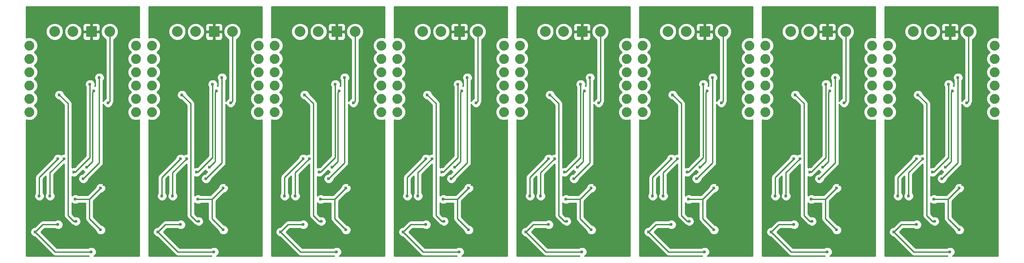
<source format=gbl>
G04 #@! TF.FileFunction,Copper,L2,Bot,Signal*
%FSLAX46Y46*%
G04 Gerber Fmt 4.6, Leading zero omitted, Abs format (unit mm)*
G04 Created by KiCad (PCBNEW 4.0.6) date 11/21/17 13:37:13*
%MOMM*%
%LPD*%
G01*
G04 APERTURE LIST*
%ADD10C,0.100000*%
%ADD11C,2.032000*%
%ADD12R,2.032000X2.032000*%
%ADD13C,1.879600*%
%ADD14C,0.600000*%
%ADD15C,0.250000*%
%ADD16C,0.254000*%
G04 APERTURE END LIST*
D10*
D11*
X230903551Y-70727689D03*
X234401131Y-70727689D03*
D12*
X237901251Y-70727689D03*
D11*
X241401371Y-70727689D03*
X207535551Y-70727689D03*
X211033131Y-70727689D03*
D12*
X214533251Y-70727689D03*
D11*
X218033371Y-70727689D03*
X184167551Y-70727689D03*
X187665131Y-70727689D03*
D12*
X191165251Y-70727689D03*
D11*
X194665371Y-70727689D03*
X160799551Y-70727689D03*
X164297131Y-70727689D03*
D12*
X167797251Y-70727689D03*
D11*
X171297371Y-70727689D03*
X137431551Y-70727689D03*
X140929131Y-70727689D03*
D12*
X144429251Y-70727689D03*
D11*
X147929371Y-70727689D03*
X114063551Y-70727689D03*
X117561131Y-70727689D03*
D12*
X121061251Y-70727689D03*
D11*
X124561371Y-70727689D03*
X90695551Y-70727689D03*
X94193131Y-70727689D03*
D12*
X97693251Y-70727689D03*
D11*
X101193371Y-70727689D03*
X67327551Y-70727689D03*
X70825131Y-70727689D03*
D12*
X74325251Y-70727689D03*
D11*
X77825371Y-70727689D03*
D13*
X226077551Y-86094689D03*
X226077551Y-83554689D03*
X226077551Y-81014689D03*
X226077551Y-78474689D03*
X226077551Y-75934689D03*
X226077551Y-73394689D03*
X202709551Y-86094689D03*
X202709551Y-83554689D03*
X202709551Y-81014689D03*
X202709551Y-78474689D03*
X202709551Y-75934689D03*
X202709551Y-73394689D03*
X179341551Y-86094689D03*
X179341551Y-83554689D03*
X179341551Y-81014689D03*
X179341551Y-78474689D03*
X179341551Y-75934689D03*
X179341551Y-73394689D03*
X155973551Y-86094689D03*
X155973551Y-83554689D03*
X155973551Y-81014689D03*
X155973551Y-78474689D03*
X155973551Y-75934689D03*
X155973551Y-73394689D03*
X132605551Y-86094689D03*
X132605551Y-83554689D03*
X132605551Y-81014689D03*
X132605551Y-78474689D03*
X132605551Y-75934689D03*
X132605551Y-73394689D03*
X109237551Y-86094689D03*
X109237551Y-83554689D03*
X109237551Y-81014689D03*
X109237551Y-78474689D03*
X109237551Y-75934689D03*
X109237551Y-73394689D03*
X85869551Y-86094689D03*
X85869551Y-83554689D03*
X85869551Y-81014689D03*
X85869551Y-78474689D03*
X85869551Y-75934689D03*
X85869551Y-73394689D03*
X62501551Y-86094689D03*
X62501551Y-83554689D03*
X62501551Y-81014689D03*
X62501551Y-78474689D03*
X62501551Y-75934689D03*
X62501551Y-73394689D03*
X246397551Y-73394689D03*
X246397551Y-75934689D03*
X246397551Y-78474689D03*
X246397551Y-81014689D03*
X246397551Y-83554689D03*
X246397551Y-86094689D03*
X223029551Y-73394689D03*
X223029551Y-75934689D03*
X223029551Y-78474689D03*
X223029551Y-81014689D03*
X223029551Y-83554689D03*
X223029551Y-86094689D03*
X199661551Y-73394689D03*
X199661551Y-75934689D03*
X199661551Y-78474689D03*
X199661551Y-81014689D03*
X199661551Y-83554689D03*
X199661551Y-86094689D03*
X176293551Y-73394689D03*
X176293551Y-75934689D03*
X176293551Y-78474689D03*
X176293551Y-81014689D03*
X176293551Y-83554689D03*
X176293551Y-86094689D03*
X152925551Y-73394689D03*
X152925551Y-75934689D03*
X152925551Y-78474689D03*
X152925551Y-81014689D03*
X152925551Y-83554689D03*
X152925551Y-86094689D03*
X129557551Y-73394689D03*
X129557551Y-75934689D03*
X129557551Y-78474689D03*
X129557551Y-81014689D03*
X129557551Y-83554689D03*
X129557551Y-86094689D03*
X106189551Y-73394689D03*
X106189551Y-75934689D03*
X106189551Y-78474689D03*
X106189551Y-81014689D03*
X106189551Y-83554689D03*
X106189551Y-86094689D03*
X82821551Y-73394689D03*
X82821551Y-75934689D03*
X82821551Y-78474689D03*
X82821551Y-81014689D03*
X82821551Y-83554689D03*
X82821551Y-86094689D03*
D14*
X244238551Y-110605689D03*
X220870551Y-110605689D03*
X197502551Y-110605689D03*
X174134551Y-110605689D03*
X150766551Y-110605689D03*
X127398551Y-110605689D03*
X104030551Y-110605689D03*
X80662551Y-110605689D03*
X239793551Y-102604689D03*
X216425551Y-102604689D03*
X193057551Y-102604689D03*
X169689551Y-102604689D03*
X146321551Y-102604689D03*
X122953551Y-102604689D03*
X99585551Y-102604689D03*
X76217551Y-102604689D03*
X226331551Y-91682689D03*
X202963551Y-91682689D03*
X179595551Y-91682689D03*
X156227551Y-91682689D03*
X132859551Y-91682689D03*
X109491551Y-91682689D03*
X86123551Y-91682689D03*
X62755551Y-91682689D03*
X240301551Y-99937689D03*
X216933551Y-99937689D03*
X193565551Y-99937689D03*
X170197551Y-99937689D03*
X146829551Y-99937689D03*
X123461551Y-99937689D03*
X100093551Y-99937689D03*
X76725551Y-99937689D03*
X234967551Y-106922689D03*
X211599551Y-106922689D03*
X188231551Y-106922689D03*
X164863551Y-106922689D03*
X141495551Y-106922689D03*
X118127551Y-106922689D03*
X94759551Y-106922689D03*
X71391551Y-106922689D03*
X231792551Y-82792689D03*
X208424551Y-82792689D03*
X185056551Y-82792689D03*
X161688551Y-82792689D03*
X138320551Y-82792689D03*
X114952551Y-82792689D03*
X91584551Y-82792689D03*
X68216551Y-82792689D03*
X237888551Y-112764689D03*
X214520551Y-112764689D03*
X191152551Y-112764689D03*
X167784551Y-112764689D03*
X144416551Y-112764689D03*
X121048551Y-112764689D03*
X97680551Y-112764689D03*
X74312551Y-112764689D03*
X231538551Y-107557689D03*
X208170551Y-107557689D03*
X184802551Y-107557689D03*
X161434551Y-107557689D03*
X138066551Y-107557689D03*
X114698551Y-107557689D03*
X91330551Y-107557689D03*
X67962551Y-107557689D03*
X227220551Y-108954689D03*
X203852551Y-108954689D03*
X180484551Y-108954689D03*
X157116551Y-108954689D03*
X133748551Y-108954689D03*
X110380551Y-108954689D03*
X87012551Y-108954689D03*
X63644551Y-108954689D03*
X239666551Y-108573689D03*
X216298551Y-108573689D03*
X192930551Y-108573689D03*
X169562551Y-108573689D03*
X146194551Y-108573689D03*
X122826551Y-108573689D03*
X99458551Y-108573689D03*
X76090551Y-108573689D03*
X239666551Y-100572689D03*
X216298551Y-100572689D03*
X192930551Y-100572689D03*
X169562551Y-100572689D03*
X146194551Y-100572689D03*
X122826551Y-100572689D03*
X99458551Y-100572689D03*
X76090551Y-100572689D03*
X234840551Y-102731689D03*
X211472551Y-102731689D03*
X188104551Y-102731689D03*
X164736551Y-102731689D03*
X141368551Y-102731689D03*
X118000551Y-102731689D03*
X94632551Y-102731689D03*
X71264551Y-102731689D03*
X231538551Y-94984689D03*
X208170551Y-94984689D03*
X184802551Y-94984689D03*
X161434551Y-94984689D03*
X138066551Y-94984689D03*
X114698551Y-94984689D03*
X91330551Y-94984689D03*
X67962551Y-94984689D03*
X227982551Y-102096689D03*
X204614551Y-102096689D03*
X181246551Y-102096689D03*
X157878551Y-102096689D03*
X134510551Y-102096689D03*
X111142551Y-102096689D03*
X87774551Y-102096689D03*
X64406551Y-102096689D03*
X232681551Y-94984689D03*
X209313551Y-94984689D03*
X185945551Y-94984689D03*
X162577551Y-94984689D03*
X139209551Y-94984689D03*
X115841551Y-94984689D03*
X92473551Y-94984689D03*
X69105551Y-94984689D03*
X230014551Y-102096689D03*
X206646551Y-102096689D03*
X183278551Y-102096689D03*
X159910551Y-102096689D03*
X136542551Y-102096689D03*
X113174551Y-102096689D03*
X89806551Y-102096689D03*
X66438551Y-102096689D03*
X237634551Y-80760689D03*
X214266551Y-80760689D03*
X190898551Y-80760689D03*
X167530551Y-80760689D03*
X144162551Y-80760689D03*
X120794551Y-80760689D03*
X97426551Y-80760689D03*
X74058551Y-80760689D03*
X234586551Y-97524689D03*
X211218551Y-97524689D03*
X187850551Y-97524689D03*
X164482551Y-97524689D03*
X141114551Y-97524689D03*
X117746551Y-97524689D03*
X94378551Y-97524689D03*
X71010551Y-97524689D03*
X238396551Y-82030689D03*
X215028551Y-82030689D03*
X191660551Y-82030689D03*
X168292551Y-82030689D03*
X144924551Y-82030689D03*
X121556551Y-82030689D03*
X98188551Y-82030689D03*
X74820551Y-82030689D03*
X236999551Y-96635689D03*
X213631551Y-96635689D03*
X190263551Y-96635689D03*
X166895551Y-96635689D03*
X143527551Y-96635689D03*
X120159551Y-96635689D03*
X96791551Y-96635689D03*
X73423551Y-96635689D03*
X239412551Y-79490689D03*
X216044551Y-79490689D03*
X192676551Y-79490689D03*
X169308551Y-79490689D03*
X145940551Y-79490689D03*
X122572551Y-79490689D03*
X99204551Y-79490689D03*
X75836551Y-79490689D03*
X236364551Y-98794689D03*
X212996551Y-98794689D03*
X189628551Y-98794689D03*
X166260551Y-98794689D03*
X142892551Y-98794689D03*
X119524551Y-98794689D03*
X96156551Y-98794689D03*
X72788551Y-98794689D03*
X241063551Y-84316689D03*
X217695551Y-84316689D03*
X194327551Y-84316689D03*
X170959551Y-84316689D03*
X147591551Y-84316689D03*
X124223551Y-84316689D03*
X100855551Y-84316689D03*
X77487551Y-84316689D03*
D15*
X240301551Y-99937689D02*
X240601550Y-99637690D01*
X216933551Y-99937689D02*
X217233550Y-99637690D01*
X193565551Y-99937689D02*
X193865550Y-99637690D01*
X170197551Y-99937689D02*
X170497550Y-99637690D01*
X146829551Y-99937689D02*
X147129550Y-99637690D01*
X123461551Y-99937689D02*
X123761550Y-99637690D01*
X100093551Y-99937689D02*
X100393550Y-99637690D01*
X76725551Y-99937689D02*
X77025550Y-99637690D01*
X240093550Y-102304690D02*
X240220550Y-102304690D01*
X216725550Y-102304690D02*
X216852550Y-102304690D01*
X193357550Y-102304690D02*
X193484550Y-102304690D01*
X169989550Y-102304690D02*
X170116550Y-102304690D01*
X146621550Y-102304690D02*
X146748550Y-102304690D01*
X123253550Y-102304690D02*
X123380550Y-102304690D01*
X99885550Y-102304690D02*
X100012550Y-102304690D01*
X76517550Y-102304690D02*
X76644550Y-102304690D01*
X239793551Y-102604689D02*
X240093550Y-102304690D01*
X216425551Y-102604689D02*
X216725550Y-102304690D01*
X193057551Y-102604689D02*
X193357550Y-102304690D01*
X169689551Y-102604689D02*
X169989550Y-102304690D01*
X146321551Y-102604689D02*
X146621550Y-102304690D01*
X122953551Y-102604689D02*
X123253550Y-102304690D01*
X99585551Y-102604689D02*
X99885550Y-102304690D01*
X76217551Y-102604689D02*
X76517550Y-102304690D01*
X241063551Y-101461689D02*
X241063551Y-100699689D01*
X217695551Y-101461689D02*
X217695551Y-100699689D01*
X194327551Y-101461689D02*
X194327551Y-100699689D01*
X170959551Y-101461689D02*
X170959551Y-100699689D01*
X147591551Y-101461689D02*
X147591551Y-100699689D01*
X124223551Y-101461689D02*
X124223551Y-100699689D01*
X100855551Y-101461689D02*
X100855551Y-100699689D01*
X77487551Y-101461689D02*
X77487551Y-100699689D01*
X240220550Y-102304690D02*
X241063551Y-101461689D01*
X216852550Y-102304690D02*
X217695551Y-101461689D01*
X193484550Y-102304690D02*
X194327551Y-101461689D01*
X170116550Y-102304690D02*
X170959551Y-101461689D01*
X146748550Y-102304690D02*
X147591551Y-101461689D01*
X123380550Y-102304690D02*
X124223551Y-101461689D01*
X100012550Y-102304690D02*
X100855551Y-101461689D01*
X76644550Y-102304690D02*
X77487551Y-101461689D01*
X241063551Y-100699689D02*
X240301551Y-99937689D01*
X217695551Y-100699689D02*
X216933551Y-99937689D01*
X194327551Y-100699689D02*
X193565551Y-99937689D01*
X170959551Y-100699689D02*
X170197551Y-99937689D01*
X147591551Y-100699689D02*
X146829551Y-99937689D01*
X124223551Y-100699689D02*
X123461551Y-99937689D01*
X100855551Y-100699689D02*
X100093551Y-99937689D01*
X77487551Y-100699689D02*
X76725551Y-99937689D01*
X233443551Y-105822953D02*
X233443551Y-84443689D01*
X210075551Y-105822953D02*
X210075551Y-84443689D01*
X186707551Y-105822953D02*
X186707551Y-84443689D01*
X163339551Y-105822953D02*
X163339551Y-84443689D01*
X139971551Y-105822953D02*
X139971551Y-84443689D01*
X116603551Y-105822953D02*
X116603551Y-84443689D01*
X93235551Y-105822953D02*
X93235551Y-84443689D01*
X69867551Y-105822953D02*
X69867551Y-84443689D01*
X234967551Y-106922689D02*
X234543287Y-106922689D01*
X211599551Y-106922689D02*
X211175287Y-106922689D01*
X188231551Y-106922689D02*
X187807287Y-106922689D01*
X164863551Y-106922689D02*
X164439287Y-106922689D01*
X141495551Y-106922689D02*
X141071287Y-106922689D01*
X118127551Y-106922689D02*
X117703287Y-106922689D01*
X94759551Y-106922689D02*
X94335287Y-106922689D01*
X71391551Y-106922689D02*
X70967287Y-106922689D01*
X233443551Y-84443689D02*
X231792551Y-82792689D01*
X210075551Y-84443689D02*
X208424551Y-82792689D01*
X186707551Y-84443689D02*
X185056551Y-82792689D01*
X163339551Y-84443689D02*
X161688551Y-82792689D01*
X139971551Y-84443689D02*
X138320551Y-82792689D01*
X116603551Y-84443689D02*
X114952551Y-82792689D01*
X93235551Y-84443689D02*
X91584551Y-82792689D01*
X69867551Y-84443689D02*
X68216551Y-82792689D01*
X234543287Y-106922689D02*
X233443551Y-105822953D01*
X211175287Y-106922689D02*
X210075551Y-105822953D01*
X187807287Y-106922689D02*
X186707551Y-105822953D01*
X164439287Y-106922689D02*
X163339551Y-105822953D01*
X141071287Y-106922689D02*
X139971551Y-105822953D01*
X117703287Y-106922689D02*
X116603551Y-105822953D01*
X94335287Y-106922689D02*
X93235551Y-105822953D01*
X70967287Y-106922689D02*
X69867551Y-105822953D01*
X231538551Y-107557689D02*
X228617551Y-107557689D01*
X208170551Y-107557689D02*
X205249551Y-107557689D01*
X184802551Y-107557689D02*
X181881551Y-107557689D01*
X161434551Y-107557689D02*
X158513551Y-107557689D01*
X138066551Y-107557689D02*
X135145551Y-107557689D01*
X114698551Y-107557689D02*
X111777551Y-107557689D01*
X91330551Y-107557689D02*
X88409551Y-107557689D01*
X67962551Y-107557689D02*
X65041551Y-107557689D01*
X228617551Y-107557689D02*
X227220551Y-108954689D01*
X205249551Y-107557689D02*
X203852551Y-108954689D01*
X181881551Y-107557689D02*
X180484551Y-108954689D01*
X158513551Y-107557689D02*
X157116551Y-108954689D01*
X135145551Y-107557689D02*
X133748551Y-108954689D01*
X111777551Y-107557689D02*
X110380551Y-108954689D01*
X88409551Y-107557689D02*
X87012551Y-108954689D01*
X65041551Y-107557689D02*
X63644551Y-108954689D01*
X237888551Y-112764689D02*
X231030551Y-112764689D01*
X214520551Y-112764689D02*
X207662551Y-112764689D01*
X191152551Y-112764689D02*
X184294551Y-112764689D01*
X167784551Y-112764689D02*
X160926551Y-112764689D01*
X144416551Y-112764689D02*
X137558551Y-112764689D01*
X121048551Y-112764689D02*
X114190551Y-112764689D01*
X97680551Y-112764689D02*
X90822551Y-112764689D01*
X74312551Y-112764689D02*
X67454551Y-112764689D01*
X231030551Y-112764689D02*
X227220551Y-108954689D01*
X207662551Y-112764689D02*
X203852551Y-108954689D01*
X184294551Y-112764689D02*
X180484551Y-108954689D01*
X160926551Y-112764689D02*
X157116551Y-108954689D01*
X137558551Y-112764689D02*
X133748551Y-108954689D01*
X114190551Y-112764689D02*
X110380551Y-108954689D01*
X90822551Y-112764689D02*
X87012551Y-108954689D01*
X67454551Y-112764689D02*
X63644551Y-108954689D01*
X237507551Y-102731689D02*
X234840551Y-102731689D01*
X214139551Y-102731689D02*
X211472551Y-102731689D01*
X190771551Y-102731689D02*
X188104551Y-102731689D01*
X167403551Y-102731689D02*
X164736551Y-102731689D01*
X144035551Y-102731689D02*
X141368551Y-102731689D01*
X120667551Y-102731689D02*
X118000551Y-102731689D01*
X97299551Y-102731689D02*
X94632551Y-102731689D01*
X73931551Y-102731689D02*
X71264551Y-102731689D01*
X239666551Y-100572689D02*
X237507551Y-102731689D01*
X216298551Y-100572689D02*
X214139551Y-102731689D01*
X192930551Y-100572689D02*
X190771551Y-102731689D01*
X169562551Y-100572689D02*
X167403551Y-102731689D01*
X146194551Y-100572689D02*
X144035551Y-102731689D01*
X122826551Y-100572689D02*
X120667551Y-102731689D01*
X99458551Y-100572689D02*
X97299551Y-102731689D01*
X76090551Y-100572689D02*
X73931551Y-102731689D01*
X239666551Y-108573689D02*
X237507551Y-106414689D01*
X216298551Y-108573689D02*
X214139551Y-106414689D01*
X192930551Y-108573689D02*
X190771551Y-106414689D01*
X169562551Y-108573689D02*
X167403551Y-106414689D01*
X146194551Y-108573689D02*
X144035551Y-106414689D01*
X122826551Y-108573689D02*
X120667551Y-106414689D01*
X99458551Y-108573689D02*
X97299551Y-106414689D01*
X76090551Y-108573689D02*
X73931551Y-106414689D01*
X237507551Y-106414689D02*
X237507551Y-102731689D01*
X214139551Y-106414689D02*
X214139551Y-102731689D01*
X190771551Y-106414689D02*
X190771551Y-102731689D01*
X167403551Y-106414689D02*
X167403551Y-102731689D01*
X144035551Y-106414689D02*
X144035551Y-102731689D01*
X120667551Y-106414689D02*
X120667551Y-102731689D01*
X97299551Y-106414689D02*
X97299551Y-102731689D01*
X73931551Y-106414689D02*
X73931551Y-102731689D01*
X227982551Y-98540689D02*
X231538551Y-94984689D01*
X204614551Y-98540689D02*
X208170551Y-94984689D01*
X181246551Y-98540689D02*
X184802551Y-94984689D01*
X157878551Y-98540689D02*
X161434551Y-94984689D01*
X134510551Y-98540689D02*
X138066551Y-94984689D01*
X111142551Y-98540689D02*
X114698551Y-94984689D01*
X87774551Y-98540689D02*
X91330551Y-94984689D01*
X64406551Y-98540689D02*
X67962551Y-94984689D01*
X227982551Y-102096689D02*
X227982551Y-98540689D01*
X204614551Y-102096689D02*
X204614551Y-98540689D01*
X181246551Y-102096689D02*
X181246551Y-98540689D01*
X157878551Y-102096689D02*
X157878551Y-98540689D01*
X134510551Y-102096689D02*
X134510551Y-98540689D01*
X111142551Y-102096689D02*
X111142551Y-98540689D01*
X87774551Y-102096689D02*
X87774551Y-98540689D01*
X64406551Y-102096689D02*
X64406551Y-98540689D01*
X230014551Y-97651689D02*
X232681551Y-94984689D01*
X206646551Y-97651689D02*
X209313551Y-94984689D01*
X183278551Y-97651689D02*
X185945551Y-94984689D01*
X159910551Y-97651689D02*
X162577551Y-94984689D01*
X136542551Y-97651689D02*
X139209551Y-94984689D01*
X113174551Y-97651689D02*
X115841551Y-94984689D01*
X89806551Y-97651689D02*
X92473551Y-94984689D01*
X66438551Y-97651689D02*
X69105551Y-94984689D01*
X230014551Y-102096689D02*
X230014551Y-97651689D01*
X206646551Y-102096689D02*
X206646551Y-97651689D01*
X183278551Y-102096689D02*
X183278551Y-97651689D01*
X159910551Y-102096689D02*
X159910551Y-97651689D01*
X136542551Y-102096689D02*
X136542551Y-97651689D01*
X113174551Y-102096689D02*
X113174551Y-97651689D01*
X89806551Y-102096689D02*
X89806551Y-97651689D01*
X66438551Y-102096689D02*
X66438551Y-97651689D01*
X237634551Y-94730689D02*
X236491551Y-95873689D01*
X214266551Y-94730689D02*
X213123551Y-95873689D01*
X190898551Y-94730689D02*
X189755551Y-95873689D01*
X167530551Y-94730689D02*
X166387551Y-95873689D01*
X144162551Y-94730689D02*
X143019551Y-95873689D01*
X120794551Y-94730689D02*
X119651551Y-95873689D01*
X97426551Y-94730689D02*
X96283551Y-95873689D01*
X74058551Y-94730689D02*
X72915551Y-95873689D01*
X234840551Y-97524689D02*
X234586551Y-97524689D01*
X211472551Y-97524689D02*
X211218551Y-97524689D01*
X188104551Y-97524689D02*
X187850551Y-97524689D01*
X164736551Y-97524689D02*
X164482551Y-97524689D01*
X141368551Y-97524689D02*
X141114551Y-97524689D01*
X118000551Y-97524689D02*
X117746551Y-97524689D01*
X94632551Y-97524689D02*
X94378551Y-97524689D01*
X71264551Y-97524689D02*
X71010551Y-97524689D01*
X236491551Y-95873689D02*
X234840551Y-97524689D01*
X213123551Y-95873689D02*
X211472551Y-97524689D01*
X189755551Y-95873689D02*
X188104551Y-97524689D01*
X166387551Y-95873689D02*
X164736551Y-97524689D01*
X143019551Y-95873689D02*
X141368551Y-97524689D01*
X119651551Y-95873689D02*
X118000551Y-97524689D01*
X96283551Y-95873689D02*
X94632551Y-97524689D01*
X72915551Y-95873689D02*
X71264551Y-97524689D01*
X237634551Y-80760689D02*
X237634551Y-94730689D01*
X214266551Y-80760689D02*
X214266551Y-94730689D01*
X190898551Y-80760689D02*
X190898551Y-94730689D01*
X167530551Y-80760689D02*
X167530551Y-94730689D01*
X144162551Y-80760689D02*
X144162551Y-94730689D01*
X120794551Y-80760689D02*
X120794551Y-94730689D01*
X97426551Y-80760689D02*
X97426551Y-94730689D01*
X74058551Y-80760689D02*
X74058551Y-94730689D01*
X238096552Y-95157688D02*
X238096552Y-95538688D01*
X214728552Y-95157688D02*
X214728552Y-95538688D01*
X191360552Y-95157688D02*
X191360552Y-95538688D01*
X167992552Y-95157688D02*
X167992552Y-95538688D01*
X144624552Y-95157688D02*
X144624552Y-95538688D01*
X121256552Y-95157688D02*
X121256552Y-95538688D01*
X97888552Y-95157688D02*
X97888552Y-95538688D01*
X74520552Y-95157688D02*
X74520552Y-95538688D01*
X238096552Y-95538688D02*
X236999551Y-96635689D01*
X214728552Y-95538688D02*
X213631551Y-96635689D01*
X191360552Y-95538688D02*
X190263551Y-96635689D01*
X167992552Y-95538688D02*
X166895551Y-96635689D01*
X144624552Y-95538688D02*
X143527551Y-96635689D01*
X121256552Y-95538688D02*
X120159551Y-96635689D01*
X97888552Y-95538688D02*
X96791551Y-96635689D01*
X74520552Y-95538688D02*
X73423551Y-96635689D01*
X238096552Y-82330688D02*
X238096552Y-95157688D01*
X214728552Y-82330688D02*
X214728552Y-95157688D01*
X191360552Y-82330688D02*
X191360552Y-95157688D01*
X167992552Y-82330688D02*
X167992552Y-95157688D01*
X144624552Y-82330688D02*
X144624552Y-95157688D01*
X121256552Y-82330688D02*
X121256552Y-95157688D01*
X97888552Y-82330688D02*
X97888552Y-95157688D01*
X74520552Y-82330688D02*
X74520552Y-95157688D01*
X238396551Y-82030689D02*
X238096552Y-82330688D01*
X215028551Y-82030689D02*
X214728552Y-82330688D01*
X191660551Y-82030689D02*
X191360552Y-82330688D01*
X168292551Y-82030689D02*
X167992552Y-82330688D01*
X144924551Y-82030689D02*
X144624552Y-82330688D01*
X121556551Y-82030689D02*
X121256552Y-82330688D01*
X98188551Y-82030689D02*
X97888552Y-82330688D01*
X74820551Y-82030689D02*
X74520552Y-82330688D01*
X239412551Y-79490689D02*
X239412551Y-95746689D01*
X216044551Y-79490689D02*
X216044551Y-95746689D01*
X192676551Y-79490689D02*
X192676551Y-95746689D01*
X169308551Y-79490689D02*
X169308551Y-95746689D01*
X145940551Y-79490689D02*
X145940551Y-95746689D01*
X122572551Y-79490689D02*
X122572551Y-95746689D01*
X99204551Y-79490689D02*
X99204551Y-95746689D01*
X75836551Y-79490689D02*
X75836551Y-95746689D01*
X239412551Y-95746689D02*
X236364551Y-98794689D01*
X216044551Y-95746689D02*
X212996551Y-98794689D01*
X192676551Y-95746689D02*
X189628551Y-98794689D01*
X169308551Y-95746689D02*
X166260551Y-98794689D01*
X145940551Y-95746689D02*
X142892551Y-98794689D01*
X122572551Y-95746689D02*
X119524551Y-98794689D01*
X99204551Y-95746689D02*
X96156551Y-98794689D01*
X75836551Y-95746689D02*
X72788551Y-98794689D01*
X241063551Y-84316689D02*
X241401371Y-83978869D01*
X217695551Y-84316689D02*
X218033371Y-83978869D01*
X194327551Y-84316689D02*
X194665371Y-83978869D01*
X170959551Y-84316689D02*
X171297371Y-83978869D01*
X147591551Y-84316689D02*
X147929371Y-83978869D01*
X124223551Y-84316689D02*
X124561371Y-83978869D01*
X100855551Y-84316689D02*
X101193371Y-83978869D01*
X77487551Y-84316689D02*
X77825371Y-83978869D01*
X241401371Y-83978869D02*
X241401371Y-70727689D01*
X218033371Y-83978869D02*
X218033371Y-70727689D01*
X194665371Y-83978869D02*
X194665371Y-70727689D01*
X171297371Y-83978869D02*
X171297371Y-70727689D01*
X147929371Y-83978869D02*
X147929371Y-70727689D01*
X124561371Y-83978869D02*
X124561371Y-70727689D01*
X101193371Y-83978869D02*
X101193371Y-70727689D01*
X77825371Y-83978869D02*
X77825371Y-70727689D01*
D16*
G36*
X83381551Y-71922053D02*
X83136172Y-71820163D01*
X82509678Y-71819616D01*
X81930664Y-72058860D01*
X81487279Y-72501472D01*
X81247025Y-73080068D01*
X81246478Y-73706562D01*
X81485722Y-74285576D01*
X81864447Y-74664962D01*
X81487279Y-75041472D01*
X81247025Y-75620068D01*
X81246478Y-76246562D01*
X81485722Y-76825576D01*
X81864447Y-77204962D01*
X81487279Y-77581472D01*
X81247025Y-78160068D01*
X81246478Y-78786562D01*
X81485722Y-79365576D01*
X81864447Y-79744962D01*
X81487279Y-80121472D01*
X81247025Y-80700068D01*
X81246478Y-81326562D01*
X81485722Y-81905576D01*
X81864447Y-82284962D01*
X81487279Y-82661472D01*
X81247025Y-83240068D01*
X81246478Y-83866562D01*
X81485722Y-84445576D01*
X81864447Y-84824962D01*
X81487279Y-85201472D01*
X81247025Y-85780068D01*
X81246478Y-86406562D01*
X81485722Y-86985576D01*
X81928334Y-87428961D01*
X82506930Y-87669215D01*
X83133424Y-87669762D01*
X83381551Y-87567238D01*
X83381551Y-113578689D01*
X74790953Y-113578689D01*
X74841494Y-113557806D01*
X75104743Y-113295016D01*
X75247389Y-112951488D01*
X75247713Y-112579522D01*
X75105668Y-112235746D01*
X74842878Y-111972497D01*
X74499350Y-111829851D01*
X74127384Y-111829527D01*
X73783608Y-111971572D01*
X73750433Y-112004689D01*
X67769353Y-112004689D01*
X64719353Y-108954689D01*
X65356353Y-108317689D01*
X67400088Y-108317689D01*
X67432224Y-108349881D01*
X67775752Y-108492527D01*
X68147718Y-108492851D01*
X68491494Y-108350806D01*
X68754743Y-108088016D01*
X68897389Y-107744488D01*
X68897713Y-107372522D01*
X68755668Y-107028746D01*
X68492878Y-106765497D01*
X68149350Y-106622851D01*
X67777384Y-106622527D01*
X67433608Y-106764572D01*
X67400433Y-106797689D01*
X65041551Y-106797689D01*
X64750711Y-106855541D01*
X64504150Y-107020288D01*
X63504871Y-108019567D01*
X63459384Y-108019527D01*
X63115608Y-108161572D01*
X62852359Y-108424362D01*
X62709713Y-108767890D01*
X62709389Y-109139856D01*
X62851434Y-109483632D01*
X63114224Y-109746881D01*
X63457752Y-109889527D01*
X63504628Y-109889568D01*
X66917150Y-113302090D01*
X67163712Y-113466837D01*
X67454551Y-113524689D01*
X73750088Y-113524689D01*
X73782224Y-113556881D01*
X73834743Y-113578689D01*
X61941551Y-113578689D01*
X61941551Y-102281856D01*
X63471389Y-102281856D01*
X63613434Y-102625632D01*
X63876224Y-102888881D01*
X64219752Y-103031527D01*
X64591718Y-103031851D01*
X64935494Y-102889806D01*
X65198743Y-102627016D01*
X65341389Y-102283488D01*
X65341713Y-101911522D01*
X65199668Y-101567746D01*
X65166551Y-101534571D01*
X65166551Y-98855491D01*
X65678551Y-98343491D01*
X65678551Y-101534226D01*
X65646359Y-101566362D01*
X65503713Y-101909890D01*
X65503389Y-102281856D01*
X65645434Y-102625632D01*
X65908224Y-102888881D01*
X66251752Y-103031527D01*
X66623718Y-103031851D01*
X66967494Y-102889806D01*
X67230743Y-102627016D01*
X67373389Y-102283488D01*
X67373713Y-101911522D01*
X67231668Y-101567746D01*
X67198551Y-101534571D01*
X67198551Y-97966491D01*
X69107551Y-96057491D01*
X69107551Y-105822953D01*
X69165403Y-106113792D01*
X69330150Y-106360354D01*
X70429886Y-107460090D01*
X70676448Y-107624837D01*
X70794847Y-107648388D01*
X70861224Y-107714881D01*
X71204752Y-107857527D01*
X71576718Y-107857851D01*
X71920494Y-107715806D01*
X72183743Y-107453016D01*
X72326389Y-107109488D01*
X72326713Y-106737522D01*
X72184668Y-106393746D01*
X71921878Y-106130497D01*
X71578350Y-105987851D01*
X71206384Y-105987527D01*
X71136006Y-106016606D01*
X70627551Y-105508151D01*
X70627551Y-103417022D01*
X70734224Y-103523881D01*
X71077752Y-103666527D01*
X71449718Y-103666851D01*
X71793494Y-103524806D01*
X71826669Y-103491689D01*
X73171551Y-103491689D01*
X73171551Y-106414689D01*
X73229403Y-106705528D01*
X73394150Y-106952090D01*
X75155429Y-108713369D01*
X75155389Y-108758856D01*
X75297434Y-109102632D01*
X75560224Y-109365881D01*
X75903752Y-109508527D01*
X76275718Y-109508851D01*
X76619494Y-109366806D01*
X76882743Y-109104016D01*
X77025389Y-108760488D01*
X77025713Y-108388522D01*
X76883668Y-108044746D01*
X76620878Y-107781497D01*
X76277350Y-107638851D01*
X76230474Y-107638810D01*
X74691551Y-106099887D01*
X74691551Y-103046491D01*
X76230231Y-101507811D01*
X76275718Y-101507851D01*
X76619494Y-101365806D01*
X76882743Y-101103016D01*
X77025389Y-100759488D01*
X77025713Y-100387522D01*
X76883668Y-100043746D01*
X76620878Y-99780497D01*
X76277350Y-99637851D01*
X75905384Y-99637527D01*
X75561608Y-99779572D01*
X75298359Y-100042362D01*
X75155713Y-100385890D01*
X75155672Y-100432766D01*
X73616749Y-101971689D01*
X71827014Y-101971689D01*
X71794878Y-101939497D01*
X71451350Y-101796851D01*
X71079384Y-101796527D01*
X70735608Y-101938572D01*
X70627551Y-102046441D01*
X70627551Y-98378057D01*
X70823752Y-98459527D01*
X71195718Y-98459851D01*
X71539494Y-98317806D01*
X71782913Y-98074811D01*
X71801952Y-98062090D01*
X72664892Y-97199150D01*
X72893224Y-97427881D01*
X73025593Y-97482845D01*
X72648871Y-97859567D01*
X72603384Y-97859527D01*
X72259608Y-98001572D01*
X71996359Y-98264362D01*
X71853713Y-98607890D01*
X71853389Y-98979856D01*
X71995434Y-99323632D01*
X72258224Y-99586881D01*
X72601752Y-99729527D01*
X72973718Y-99729851D01*
X73317494Y-99587806D01*
X73580743Y-99325016D01*
X73723389Y-98981488D01*
X73723430Y-98934612D01*
X76373952Y-96284090D01*
X76538699Y-96037528D01*
X76596551Y-95746689D01*
X76596551Y-84608736D01*
X76694434Y-84845632D01*
X76957224Y-85108881D01*
X77300752Y-85251527D01*
X77672718Y-85251851D01*
X78016494Y-85109806D01*
X78279743Y-84847016D01*
X78422389Y-84503488D01*
X78422456Y-84426947D01*
X78527519Y-84269708D01*
X78585371Y-83978869D01*
X78585371Y-72200048D01*
X78759366Y-72128155D01*
X79224205Y-71664126D01*
X79476084Y-71057534D01*
X79476657Y-70400726D01*
X79225837Y-69793694D01*
X78761808Y-69328855D01*
X78155216Y-69076976D01*
X77498408Y-69076403D01*
X76891376Y-69327223D01*
X76426537Y-69791252D01*
X76174658Y-70397844D01*
X76174085Y-71054652D01*
X76424905Y-71661684D01*
X76888934Y-72126523D01*
X77065371Y-72199786D01*
X77065371Y-83479459D01*
X76958608Y-83523572D01*
X76695359Y-83786362D01*
X76596551Y-84024317D01*
X76596551Y-80053152D01*
X76628743Y-80021016D01*
X76771389Y-79677488D01*
X76771713Y-79305522D01*
X76629668Y-78961746D01*
X76366878Y-78698497D01*
X76023350Y-78555851D01*
X75651384Y-78555527D01*
X75307608Y-78697572D01*
X75044359Y-78960362D01*
X74901713Y-79303890D01*
X74901389Y-79675856D01*
X75043434Y-80019632D01*
X75076551Y-80052807D01*
X75076551Y-81124586D01*
X75007350Y-81095851D01*
X74931810Y-81095785D01*
X74993389Y-80947488D01*
X74993713Y-80575522D01*
X74851668Y-80231746D01*
X74588878Y-79968497D01*
X74245350Y-79825851D01*
X73873384Y-79825527D01*
X73529608Y-79967572D01*
X73266359Y-80230362D01*
X73123713Y-80573890D01*
X73123389Y-80945856D01*
X73265434Y-81289632D01*
X73298551Y-81322807D01*
X73298551Y-94415887D01*
X71124650Y-96589788D01*
X70825384Y-96589527D01*
X70627551Y-96671270D01*
X70627551Y-84443689D01*
X70569699Y-84152850D01*
X70404952Y-83906288D01*
X69151673Y-82653009D01*
X69151713Y-82607522D01*
X69009668Y-82263746D01*
X68746878Y-82000497D01*
X68403350Y-81857851D01*
X68031384Y-81857527D01*
X67687608Y-81999572D01*
X67424359Y-82262362D01*
X67281713Y-82605890D01*
X67281389Y-82977856D01*
X67423434Y-83321632D01*
X67686224Y-83584881D01*
X68029752Y-83727527D01*
X68076628Y-83727568D01*
X69107551Y-84758491D01*
X69107551Y-94049690D01*
X68920384Y-94049527D01*
X68576608Y-94191572D01*
X68534207Y-94233899D01*
X68492878Y-94192497D01*
X68149350Y-94049851D01*
X67777384Y-94049527D01*
X67433608Y-94191572D01*
X67170359Y-94454362D01*
X67027713Y-94797890D01*
X67027672Y-94844766D01*
X63869150Y-98003288D01*
X63704403Y-98249850D01*
X63646551Y-98540689D01*
X63646551Y-101534226D01*
X63614359Y-101566362D01*
X63471713Y-101909890D01*
X63471389Y-102281856D01*
X61941551Y-102281856D01*
X61941551Y-87567325D01*
X62186930Y-87669215D01*
X62813424Y-87669762D01*
X63392438Y-87430518D01*
X63835823Y-86987906D01*
X64076077Y-86409310D01*
X64076624Y-85782816D01*
X63837380Y-85203802D01*
X63458655Y-84824416D01*
X63835823Y-84447906D01*
X64076077Y-83869310D01*
X64076624Y-83242816D01*
X63837380Y-82663802D01*
X63458655Y-82284416D01*
X63835823Y-81907906D01*
X64076077Y-81329310D01*
X64076624Y-80702816D01*
X63837380Y-80123802D01*
X63458655Y-79744416D01*
X63835823Y-79367906D01*
X64076077Y-78789310D01*
X64076624Y-78162816D01*
X63837380Y-77583802D01*
X63458655Y-77204416D01*
X63835823Y-76827906D01*
X64076077Y-76249310D01*
X64076624Y-75622816D01*
X63837380Y-75043802D01*
X63458655Y-74664416D01*
X63835823Y-74287906D01*
X64076077Y-73709310D01*
X64076624Y-73082816D01*
X63837380Y-72503802D01*
X63394768Y-72060417D01*
X62816172Y-71820163D01*
X62189678Y-71819616D01*
X61941551Y-71922140D01*
X61941551Y-71054652D01*
X65676265Y-71054652D01*
X65927085Y-71661684D01*
X66391114Y-72126523D01*
X66997706Y-72378402D01*
X67654514Y-72378975D01*
X68261546Y-72128155D01*
X68726385Y-71664126D01*
X68978264Y-71057534D01*
X68978266Y-71054652D01*
X69173845Y-71054652D01*
X69424665Y-71661684D01*
X69888694Y-72126523D01*
X70495286Y-72378402D01*
X71152094Y-72378975D01*
X71759126Y-72128155D01*
X72223965Y-71664126D01*
X72475844Y-71057534D01*
X72475882Y-71013439D01*
X72674251Y-71013439D01*
X72674251Y-71869999D01*
X72770924Y-72103388D01*
X72949553Y-72282016D01*
X73182942Y-72378689D01*
X74039501Y-72378689D01*
X74198251Y-72219939D01*
X74198251Y-70854689D01*
X74452251Y-70854689D01*
X74452251Y-72219939D01*
X74611001Y-72378689D01*
X75467560Y-72378689D01*
X75700949Y-72282016D01*
X75879578Y-72103388D01*
X75976251Y-71869999D01*
X75976251Y-71013439D01*
X75817501Y-70854689D01*
X74452251Y-70854689D01*
X74198251Y-70854689D01*
X72833001Y-70854689D01*
X72674251Y-71013439D01*
X72475882Y-71013439D01*
X72476417Y-70400726D01*
X72225597Y-69793694D01*
X72017645Y-69585379D01*
X72674251Y-69585379D01*
X72674251Y-70441939D01*
X72833001Y-70600689D01*
X74198251Y-70600689D01*
X74198251Y-69235439D01*
X74452251Y-69235439D01*
X74452251Y-70600689D01*
X75817501Y-70600689D01*
X75976251Y-70441939D01*
X75976251Y-69585379D01*
X75879578Y-69351990D01*
X75700949Y-69173362D01*
X75467560Y-69076689D01*
X74611001Y-69076689D01*
X74452251Y-69235439D01*
X74198251Y-69235439D01*
X74039501Y-69076689D01*
X73182942Y-69076689D01*
X72949553Y-69173362D01*
X72770924Y-69351990D01*
X72674251Y-69585379D01*
X72017645Y-69585379D01*
X71761568Y-69328855D01*
X71154976Y-69076976D01*
X70498168Y-69076403D01*
X69891136Y-69327223D01*
X69426297Y-69791252D01*
X69174418Y-70397844D01*
X69173845Y-71054652D01*
X68978266Y-71054652D01*
X68978837Y-70400726D01*
X68728017Y-69793694D01*
X68263988Y-69328855D01*
X67657396Y-69076976D01*
X67000588Y-69076403D01*
X66393556Y-69327223D01*
X65928717Y-69791252D01*
X65676838Y-70397844D01*
X65676265Y-71054652D01*
X61941551Y-71054652D01*
X61941551Y-65976689D01*
X83381551Y-65976689D01*
X83381551Y-71922053D01*
X83381551Y-71922053D01*
G37*
X83381551Y-71922053D02*
X83136172Y-71820163D01*
X82509678Y-71819616D01*
X81930664Y-72058860D01*
X81487279Y-72501472D01*
X81247025Y-73080068D01*
X81246478Y-73706562D01*
X81485722Y-74285576D01*
X81864447Y-74664962D01*
X81487279Y-75041472D01*
X81247025Y-75620068D01*
X81246478Y-76246562D01*
X81485722Y-76825576D01*
X81864447Y-77204962D01*
X81487279Y-77581472D01*
X81247025Y-78160068D01*
X81246478Y-78786562D01*
X81485722Y-79365576D01*
X81864447Y-79744962D01*
X81487279Y-80121472D01*
X81247025Y-80700068D01*
X81246478Y-81326562D01*
X81485722Y-81905576D01*
X81864447Y-82284962D01*
X81487279Y-82661472D01*
X81247025Y-83240068D01*
X81246478Y-83866562D01*
X81485722Y-84445576D01*
X81864447Y-84824962D01*
X81487279Y-85201472D01*
X81247025Y-85780068D01*
X81246478Y-86406562D01*
X81485722Y-86985576D01*
X81928334Y-87428961D01*
X82506930Y-87669215D01*
X83133424Y-87669762D01*
X83381551Y-87567238D01*
X83381551Y-113578689D01*
X74790953Y-113578689D01*
X74841494Y-113557806D01*
X75104743Y-113295016D01*
X75247389Y-112951488D01*
X75247713Y-112579522D01*
X75105668Y-112235746D01*
X74842878Y-111972497D01*
X74499350Y-111829851D01*
X74127384Y-111829527D01*
X73783608Y-111971572D01*
X73750433Y-112004689D01*
X67769353Y-112004689D01*
X64719353Y-108954689D01*
X65356353Y-108317689D01*
X67400088Y-108317689D01*
X67432224Y-108349881D01*
X67775752Y-108492527D01*
X68147718Y-108492851D01*
X68491494Y-108350806D01*
X68754743Y-108088016D01*
X68897389Y-107744488D01*
X68897713Y-107372522D01*
X68755668Y-107028746D01*
X68492878Y-106765497D01*
X68149350Y-106622851D01*
X67777384Y-106622527D01*
X67433608Y-106764572D01*
X67400433Y-106797689D01*
X65041551Y-106797689D01*
X64750711Y-106855541D01*
X64504150Y-107020288D01*
X63504871Y-108019567D01*
X63459384Y-108019527D01*
X63115608Y-108161572D01*
X62852359Y-108424362D01*
X62709713Y-108767890D01*
X62709389Y-109139856D01*
X62851434Y-109483632D01*
X63114224Y-109746881D01*
X63457752Y-109889527D01*
X63504628Y-109889568D01*
X66917150Y-113302090D01*
X67163712Y-113466837D01*
X67454551Y-113524689D01*
X73750088Y-113524689D01*
X73782224Y-113556881D01*
X73834743Y-113578689D01*
X61941551Y-113578689D01*
X61941551Y-102281856D01*
X63471389Y-102281856D01*
X63613434Y-102625632D01*
X63876224Y-102888881D01*
X64219752Y-103031527D01*
X64591718Y-103031851D01*
X64935494Y-102889806D01*
X65198743Y-102627016D01*
X65341389Y-102283488D01*
X65341713Y-101911522D01*
X65199668Y-101567746D01*
X65166551Y-101534571D01*
X65166551Y-98855491D01*
X65678551Y-98343491D01*
X65678551Y-101534226D01*
X65646359Y-101566362D01*
X65503713Y-101909890D01*
X65503389Y-102281856D01*
X65645434Y-102625632D01*
X65908224Y-102888881D01*
X66251752Y-103031527D01*
X66623718Y-103031851D01*
X66967494Y-102889806D01*
X67230743Y-102627016D01*
X67373389Y-102283488D01*
X67373713Y-101911522D01*
X67231668Y-101567746D01*
X67198551Y-101534571D01*
X67198551Y-97966491D01*
X69107551Y-96057491D01*
X69107551Y-105822953D01*
X69165403Y-106113792D01*
X69330150Y-106360354D01*
X70429886Y-107460090D01*
X70676448Y-107624837D01*
X70794847Y-107648388D01*
X70861224Y-107714881D01*
X71204752Y-107857527D01*
X71576718Y-107857851D01*
X71920494Y-107715806D01*
X72183743Y-107453016D01*
X72326389Y-107109488D01*
X72326713Y-106737522D01*
X72184668Y-106393746D01*
X71921878Y-106130497D01*
X71578350Y-105987851D01*
X71206384Y-105987527D01*
X71136006Y-106016606D01*
X70627551Y-105508151D01*
X70627551Y-103417022D01*
X70734224Y-103523881D01*
X71077752Y-103666527D01*
X71449718Y-103666851D01*
X71793494Y-103524806D01*
X71826669Y-103491689D01*
X73171551Y-103491689D01*
X73171551Y-106414689D01*
X73229403Y-106705528D01*
X73394150Y-106952090D01*
X75155429Y-108713369D01*
X75155389Y-108758856D01*
X75297434Y-109102632D01*
X75560224Y-109365881D01*
X75903752Y-109508527D01*
X76275718Y-109508851D01*
X76619494Y-109366806D01*
X76882743Y-109104016D01*
X77025389Y-108760488D01*
X77025713Y-108388522D01*
X76883668Y-108044746D01*
X76620878Y-107781497D01*
X76277350Y-107638851D01*
X76230474Y-107638810D01*
X74691551Y-106099887D01*
X74691551Y-103046491D01*
X76230231Y-101507811D01*
X76275718Y-101507851D01*
X76619494Y-101365806D01*
X76882743Y-101103016D01*
X77025389Y-100759488D01*
X77025713Y-100387522D01*
X76883668Y-100043746D01*
X76620878Y-99780497D01*
X76277350Y-99637851D01*
X75905384Y-99637527D01*
X75561608Y-99779572D01*
X75298359Y-100042362D01*
X75155713Y-100385890D01*
X75155672Y-100432766D01*
X73616749Y-101971689D01*
X71827014Y-101971689D01*
X71794878Y-101939497D01*
X71451350Y-101796851D01*
X71079384Y-101796527D01*
X70735608Y-101938572D01*
X70627551Y-102046441D01*
X70627551Y-98378057D01*
X70823752Y-98459527D01*
X71195718Y-98459851D01*
X71539494Y-98317806D01*
X71782913Y-98074811D01*
X71801952Y-98062090D01*
X72664892Y-97199150D01*
X72893224Y-97427881D01*
X73025593Y-97482845D01*
X72648871Y-97859567D01*
X72603384Y-97859527D01*
X72259608Y-98001572D01*
X71996359Y-98264362D01*
X71853713Y-98607890D01*
X71853389Y-98979856D01*
X71995434Y-99323632D01*
X72258224Y-99586881D01*
X72601752Y-99729527D01*
X72973718Y-99729851D01*
X73317494Y-99587806D01*
X73580743Y-99325016D01*
X73723389Y-98981488D01*
X73723430Y-98934612D01*
X76373952Y-96284090D01*
X76538699Y-96037528D01*
X76596551Y-95746689D01*
X76596551Y-84608736D01*
X76694434Y-84845632D01*
X76957224Y-85108881D01*
X77300752Y-85251527D01*
X77672718Y-85251851D01*
X78016494Y-85109806D01*
X78279743Y-84847016D01*
X78422389Y-84503488D01*
X78422456Y-84426947D01*
X78527519Y-84269708D01*
X78585371Y-83978869D01*
X78585371Y-72200048D01*
X78759366Y-72128155D01*
X79224205Y-71664126D01*
X79476084Y-71057534D01*
X79476657Y-70400726D01*
X79225837Y-69793694D01*
X78761808Y-69328855D01*
X78155216Y-69076976D01*
X77498408Y-69076403D01*
X76891376Y-69327223D01*
X76426537Y-69791252D01*
X76174658Y-70397844D01*
X76174085Y-71054652D01*
X76424905Y-71661684D01*
X76888934Y-72126523D01*
X77065371Y-72199786D01*
X77065371Y-83479459D01*
X76958608Y-83523572D01*
X76695359Y-83786362D01*
X76596551Y-84024317D01*
X76596551Y-80053152D01*
X76628743Y-80021016D01*
X76771389Y-79677488D01*
X76771713Y-79305522D01*
X76629668Y-78961746D01*
X76366878Y-78698497D01*
X76023350Y-78555851D01*
X75651384Y-78555527D01*
X75307608Y-78697572D01*
X75044359Y-78960362D01*
X74901713Y-79303890D01*
X74901389Y-79675856D01*
X75043434Y-80019632D01*
X75076551Y-80052807D01*
X75076551Y-81124586D01*
X75007350Y-81095851D01*
X74931810Y-81095785D01*
X74993389Y-80947488D01*
X74993713Y-80575522D01*
X74851668Y-80231746D01*
X74588878Y-79968497D01*
X74245350Y-79825851D01*
X73873384Y-79825527D01*
X73529608Y-79967572D01*
X73266359Y-80230362D01*
X73123713Y-80573890D01*
X73123389Y-80945856D01*
X73265434Y-81289632D01*
X73298551Y-81322807D01*
X73298551Y-94415887D01*
X71124650Y-96589788D01*
X70825384Y-96589527D01*
X70627551Y-96671270D01*
X70627551Y-84443689D01*
X70569699Y-84152850D01*
X70404952Y-83906288D01*
X69151673Y-82653009D01*
X69151713Y-82607522D01*
X69009668Y-82263746D01*
X68746878Y-82000497D01*
X68403350Y-81857851D01*
X68031384Y-81857527D01*
X67687608Y-81999572D01*
X67424359Y-82262362D01*
X67281713Y-82605890D01*
X67281389Y-82977856D01*
X67423434Y-83321632D01*
X67686224Y-83584881D01*
X68029752Y-83727527D01*
X68076628Y-83727568D01*
X69107551Y-84758491D01*
X69107551Y-94049690D01*
X68920384Y-94049527D01*
X68576608Y-94191572D01*
X68534207Y-94233899D01*
X68492878Y-94192497D01*
X68149350Y-94049851D01*
X67777384Y-94049527D01*
X67433608Y-94191572D01*
X67170359Y-94454362D01*
X67027713Y-94797890D01*
X67027672Y-94844766D01*
X63869150Y-98003288D01*
X63704403Y-98249850D01*
X63646551Y-98540689D01*
X63646551Y-101534226D01*
X63614359Y-101566362D01*
X63471713Y-101909890D01*
X63471389Y-102281856D01*
X61941551Y-102281856D01*
X61941551Y-87567325D01*
X62186930Y-87669215D01*
X62813424Y-87669762D01*
X63392438Y-87430518D01*
X63835823Y-86987906D01*
X64076077Y-86409310D01*
X64076624Y-85782816D01*
X63837380Y-85203802D01*
X63458655Y-84824416D01*
X63835823Y-84447906D01*
X64076077Y-83869310D01*
X64076624Y-83242816D01*
X63837380Y-82663802D01*
X63458655Y-82284416D01*
X63835823Y-81907906D01*
X64076077Y-81329310D01*
X64076624Y-80702816D01*
X63837380Y-80123802D01*
X63458655Y-79744416D01*
X63835823Y-79367906D01*
X64076077Y-78789310D01*
X64076624Y-78162816D01*
X63837380Y-77583802D01*
X63458655Y-77204416D01*
X63835823Y-76827906D01*
X64076077Y-76249310D01*
X64076624Y-75622816D01*
X63837380Y-75043802D01*
X63458655Y-74664416D01*
X63835823Y-74287906D01*
X64076077Y-73709310D01*
X64076624Y-73082816D01*
X63837380Y-72503802D01*
X63394768Y-72060417D01*
X62816172Y-71820163D01*
X62189678Y-71819616D01*
X61941551Y-71922140D01*
X61941551Y-71054652D01*
X65676265Y-71054652D01*
X65927085Y-71661684D01*
X66391114Y-72126523D01*
X66997706Y-72378402D01*
X67654514Y-72378975D01*
X68261546Y-72128155D01*
X68726385Y-71664126D01*
X68978264Y-71057534D01*
X68978266Y-71054652D01*
X69173845Y-71054652D01*
X69424665Y-71661684D01*
X69888694Y-72126523D01*
X70495286Y-72378402D01*
X71152094Y-72378975D01*
X71759126Y-72128155D01*
X72223965Y-71664126D01*
X72475844Y-71057534D01*
X72475882Y-71013439D01*
X72674251Y-71013439D01*
X72674251Y-71869999D01*
X72770924Y-72103388D01*
X72949553Y-72282016D01*
X73182942Y-72378689D01*
X74039501Y-72378689D01*
X74198251Y-72219939D01*
X74198251Y-70854689D01*
X74452251Y-70854689D01*
X74452251Y-72219939D01*
X74611001Y-72378689D01*
X75467560Y-72378689D01*
X75700949Y-72282016D01*
X75879578Y-72103388D01*
X75976251Y-71869999D01*
X75976251Y-71013439D01*
X75817501Y-70854689D01*
X74452251Y-70854689D01*
X74198251Y-70854689D01*
X72833001Y-70854689D01*
X72674251Y-71013439D01*
X72475882Y-71013439D01*
X72476417Y-70400726D01*
X72225597Y-69793694D01*
X72017645Y-69585379D01*
X72674251Y-69585379D01*
X72674251Y-70441939D01*
X72833001Y-70600689D01*
X74198251Y-70600689D01*
X74198251Y-69235439D01*
X74452251Y-69235439D01*
X74452251Y-70600689D01*
X75817501Y-70600689D01*
X75976251Y-70441939D01*
X75976251Y-69585379D01*
X75879578Y-69351990D01*
X75700949Y-69173362D01*
X75467560Y-69076689D01*
X74611001Y-69076689D01*
X74452251Y-69235439D01*
X74198251Y-69235439D01*
X74039501Y-69076689D01*
X73182942Y-69076689D01*
X72949553Y-69173362D01*
X72770924Y-69351990D01*
X72674251Y-69585379D01*
X72017645Y-69585379D01*
X71761568Y-69328855D01*
X71154976Y-69076976D01*
X70498168Y-69076403D01*
X69891136Y-69327223D01*
X69426297Y-69791252D01*
X69174418Y-70397844D01*
X69173845Y-71054652D01*
X68978266Y-71054652D01*
X68978837Y-70400726D01*
X68728017Y-69793694D01*
X68263988Y-69328855D01*
X67657396Y-69076976D01*
X67000588Y-69076403D01*
X66393556Y-69327223D01*
X65928717Y-69791252D01*
X65676838Y-70397844D01*
X65676265Y-71054652D01*
X61941551Y-71054652D01*
X61941551Y-65976689D01*
X83381551Y-65976689D01*
X83381551Y-71922053D01*
G36*
X106749551Y-71922053D02*
X106504172Y-71820163D01*
X105877678Y-71819616D01*
X105298664Y-72058860D01*
X104855279Y-72501472D01*
X104615025Y-73080068D01*
X104614478Y-73706562D01*
X104853722Y-74285576D01*
X105232447Y-74664962D01*
X104855279Y-75041472D01*
X104615025Y-75620068D01*
X104614478Y-76246562D01*
X104853722Y-76825576D01*
X105232447Y-77204962D01*
X104855279Y-77581472D01*
X104615025Y-78160068D01*
X104614478Y-78786562D01*
X104853722Y-79365576D01*
X105232447Y-79744962D01*
X104855279Y-80121472D01*
X104615025Y-80700068D01*
X104614478Y-81326562D01*
X104853722Y-81905576D01*
X105232447Y-82284962D01*
X104855279Y-82661472D01*
X104615025Y-83240068D01*
X104614478Y-83866562D01*
X104853722Y-84445576D01*
X105232447Y-84824962D01*
X104855279Y-85201472D01*
X104615025Y-85780068D01*
X104614478Y-86406562D01*
X104853722Y-86985576D01*
X105296334Y-87428961D01*
X105874930Y-87669215D01*
X106501424Y-87669762D01*
X106749551Y-87567238D01*
X106749551Y-113578689D01*
X98158953Y-113578689D01*
X98209494Y-113557806D01*
X98472743Y-113295016D01*
X98615389Y-112951488D01*
X98615713Y-112579522D01*
X98473668Y-112235746D01*
X98210878Y-111972497D01*
X97867350Y-111829851D01*
X97495384Y-111829527D01*
X97151608Y-111971572D01*
X97118433Y-112004689D01*
X91137353Y-112004689D01*
X88087353Y-108954689D01*
X88724353Y-108317689D01*
X90768088Y-108317689D01*
X90800224Y-108349881D01*
X91143752Y-108492527D01*
X91515718Y-108492851D01*
X91859494Y-108350806D01*
X92122743Y-108088016D01*
X92265389Y-107744488D01*
X92265713Y-107372522D01*
X92123668Y-107028746D01*
X91860878Y-106765497D01*
X91517350Y-106622851D01*
X91145384Y-106622527D01*
X90801608Y-106764572D01*
X90768433Y-106797689D01*
X88409551Y-106797689D01*
X88118711Y-106855541D01*
X87872150Y-107020288D01*
X86872871Y-108019567D01*
X86827384Y-108019527D01*
X86483608Y-108161572D01*
X86220359Y-108424362D01*
X86077713Y-108767890D01*
X86077389Y-109139856D01*
X86219434Y-109483632D01*
X86482224Y-109746881D01*
X86825752Y-109889527D01*
X86872628Y-109889568D01*
X90285150Y-113302090D01*
X90531712Y-113466837D01*
X90822551Y-113524689D01*
X97118088Y-113524689D01*
X97150224Y-113556881D01*
X97202743Y-113578689D01*
X85309551Y-113578689D01*
X85309551Y-102281856D01*
X86839389Y-102281856D01*
X86981434Y-102625632D01*
X87244224Y-102888881D01*
X87587752Y-103031527D01*
X87959718Y-103031851D01*
X88303494Y-102889806D01*
X88566743Y-102627016D01*
X88709389Y-102283488D01*
X88709713Y-101911522D01*
X88567668Y-101567746D01*
X88534551Y-101534571D01*
X88534551Y-98855491D01*
X89046551Y-98343491D01*
X89046551Y-101534226D01*
X89014359Y-101566362D01*
X88871713Y-101909890D01*
X88871389Y-102281856D01*
X89013434Y-102625632D01*
X89276224Y-102888881D01*
X89619752Y-103031527D01*
X89991718Y-103031851D01*
X90335494Y-102889806D01*
X90598743Y-102627016D01*
X90741389Y-102283488D01*
X90741713Y-101911522D01*
X90599668Y-101567746D01*
X90566551Y-101534571D01*
X90566551Y-97966491D01*
X92475551Y-96057491D01*
X92475551Y-105822953D01*
X92533403Y-106113792D01*
X92698150Y-106360354D01*
X93797886Y-107460090D01*
X94044448Y-107624837D01*
X94162847Y-107648388D01*
X94229224Y-107714881D01*
X94572752Y-107857527D01*
X94944718Y-107857851D01*
X95288494Y-107715806D01*
X95551743Y-107453016D01*
X95694389Y-107109488D01*
X95694713Y-106737522D01*
X95552668Y-106393746D01*
X95289878Y-106130497D01*
X94946350Y-105987851D01*
X94574384Y-105987527D01*
X94504006Y-106016606D01*
X93995551Y-105508151D01*
X93995551Y-103417022D01*
X94102224Y-103523881D01*
X94445752Y-103666527D01*
X94817718Y-103666851D01*
X95161494Y-103524806D01*
X95194669Y-103491689D01*
X96539551Y-103491689D01*
X96539551Y-106414689D01*
X96597403Y-106705528D01*
X96762150Y-106952090D01*
X98523429Y-108713369D01*
X98523389Y-108758856D01*
X98665434Y-109102632D01*
X98928224Y-109365881D01*
X99271752Y-109508527D01*
X99643718Y-109508851D01*
X99987494Y-109366806D01*
X100250743Y-109104016D01*
X100393389Y-108760488D01*
X100393713Y-108388522D01*
X100251668Y-108044746D01*
X99988878Y-107781497D01*
X99645350Y-107638851D01*
X99598474Y-107638810D01*
X98059551Y-106099887D01*
X98059551Y-103046491D01*
X99598231Y-101507811D01*
X99643718Y-101507851D01*
X99987494Y-101365806D01*
X100250743Y-101103016D01*
X100393389Y-100759488D01*
X100393713Y-100387522D01*
X100251668Y-100043746D01*
X99988878Y-99780497D01*
X99645350Y-99637851D01*
X99273384Y-99637527D01*
X98929608Y-99779572D01*
X98666359Y-100042362D01*
X98523713Y-100385890D01*
X98523672Y-100432766D01*
X96984749Y-101971689D01*
X95195014Y-101971689D01*
X95162878Y-101939497D01*
X94819350Y-101796851D01*
X94447384Y-101796527D01*
X94103608Y-101938572D01*
X93995551Y-102046441D01*
X93995551Y-98378057D01*
X94191752Y-98459527D01*
X94563718Y-98459851D01*
X94907494Y-98317806D01*
X95150913Y-98074811D01*
X95169952Y-98062090D01*
X96032892Y-97199150D01*
X96261224Y-97427881D01*
X96393593Y-97482845D01*
X96016871Y-97859567D01*
X95971384Y-97859527D01*
X95627608Y-98001572D01*
X95364359Y-98264362D01*
X95221713Y-98607890D01*
X95221389Y-98979856D01*
X95363434Y-99323632D01*
X95626224Y-99586881D01*
X95969752Y-99729527D01*
X96341718Y-99729851D01*
X96685494Y-99587806D01*
X96948743Y-99325016D01*
X97091389Y-98981488D01*
X97091430Y-98934612D01*
X99741952Y-96284090D01*
X99906699Y-96037528D01*
X99964551Y-95746689D01*
X99964551Y-84608736D01*
X100062434Y-84845632D01*
X100325224Y-85108881D01*
X100668752Y-85251527D01*
X101040718Y-85251851D01*
X101384494Y-85109806D01*
X101647743Y-84847016D01*
X101790389Y-84503488D01*
X101790456Y-84426947D01*
X101895519Y-84269708D01*
X101953371Y-83978869D01*
X101953371Y-72200048D01*
X102127366Y-72128155D01*
X102592205Y-71664126D01*
X102844084Y-71057534D01*
X102844657Y-70400726D01*
X102593837Y-69793694D01*
X102129808Y-69328855D01*
X101523216Y-69076976D01*
X100866408Y-69076403D01*
X100259376Y-69327223D01*
X99794537Y-69791252D01*
X99542658Y-70397844D01*
X99542085Y-71054652D01*
X99792905Y-71661684D01*
X100256934Y-72126523D01*
X100433371Y-72199786D01*
X100433371Y-83479459D01*
X100326608Y-83523572D01*
X100063359Y-83786362D01*
X99964551Y-84024317D01*
X99964551Y-80053152D01*
X99996743Y-80021016D01*
X100139389Y-79677488D01*
X100139713Y-79305522D01*
X99997668Y-78961746D01*
X99734878Y-78698497D01*
X99391350Y-78555851D01*
X99019384Y-78555527D01*
X98675608Y-78697572D01*
X98412359Y-78960362D01*
X98269713Y-79303890D01*
X98269389Y-79675856D01*
X98411434Y-80019632D01*
X98444551Y-80052807D01*
X98444551Y-81124586D01*
X98375350Y-81095851D01*
X98299810Y-81095785D01*
X98361389Y-80947488D01*
X98361713Y-80575522D01*
X98219668Y-80231746D01*
X97956878Y-79968497D01*
X97613350Y-79825851D01*
X97241384Y-79825527D01*
X96897608Y-79967572D01*
X96634359Y-80230362D01*
X96491713Y-80573890D01*
X96491389Y-80945856D01*
X96633434Y-81289632D01*
X96666551Y-81322807D01*
X96666551Y-94415887D01*
X94492650Y-96589788D01*
X94193384Y-96589527D01*
X93995551Y-96671270D01*
X93995551Y-84443689D01*
X93937699Y-84152850D01*
X93772952Y-83906288D01*
X92519673Y-82653009D01*
X92519713Y-82607522D01*
X92377668Y-82263746D01*
X92114878Y-82000497D01*
X91771350Y-81857851D01*
X91399384Y-81857527D01*
X91055608Y-81999572D01*
X90792359Y-82262362D01*
X90649713Y-82605890D01*
X90649389Y-82977856D01*
X90791434Y-83321632D01*
X91054224Y-83584881D01*
X91397752Y-83727527D01*
X91444628Y-83727568D01*
X92475551Y-84758491D01*
X92475551Y-94049690D01*
X92288384Y-94049527D01*
X91944608Y-94191572D01*
X91902207Y-94233899D01*
X91860878Y-94192497D01*
X91517350Y-94049851D01*
X91145384Y-94049527D01*
X90801608Y-94191572D01*
X90538359Y-94454362D01*
X90395713Y-94797890D01*
X90395672Y-94844766D01*
X87237150Y-98003288D01*
X87072403Y-98249850D01*
X87014551Y-98540689D01*
X87014551Y-101534226D01*
X86982359Y-101566362D01*
X86839713Y-101909890D01*
X86839389Y-102281856D01*
X85309551Y-102281856D01*
X85309551Y-87567325D01*
X85554930Y-87669215D01*
X86181424Y-87669762D01*
X86760438Y-87430518D01*
X87203823Y-86987906D01*
X87444077Y-86409310D01*
X87444624Y-85782816D01*
X87205380Y-85203802D01*
X86826655Y-84824416D01*
X87203823Y-84447906D01*
X87444077Y-83869310D01*
X87444624Y-83242816D01*
X87205380Y-82663802D01*
X86826655Y-82284416D01*
X87203823Y-81907906D01*
X87444077Y-81329310D01*
X87444624Y-80702816D01*
X87205380Y-80123802D01*
X86826655Y-79744416D01*
X87203823Y-79367906D01*
X87444077Y-78789310D01*
X87444624Y-78162816D01*
X87205380Y-77583802D01*
X86826655Y-77204416D01*
X87203823Y-76827906D01*
X87444077Y-76249310D01*
X87444624Y-75622816D01*
X87205380Y-75043802D01*
X86826655Y-74664416D01*
X87203823Y-74287906D01*
X87444077Y-73709310D01*
X87444624Y-73082816D01*
X87205380Y-72503802D01*
X86762768Y-72060417D01*
X86184172Y-71820163D01*
X85557678Y-71819616D01*
X85309551Y-71922140D01*
X85309551Y-71054652D01*
X89044265Y-71054652D01*
X89295085Y-71661684D01*
X89759114Y-72126523D01*
X90365706Y-72378402D01*
X91022514Y-72378975D01*
X91629546Y-72128155D01*
X92094385Y-71664126D01*
X92346264Y-71057534D01*
X92346266Y-71054652D01*
X92541845Y-71054652D01*
X92792665Y-71661684D01*
X93256694Y-72126523D01*
X93863286Y-72378402D01*
X94520094Y-72378975D01*
X95127126Y-72128155D01*
X95591965Y-71664126D01*
X95843844Y-71057534D01*
X95843882Y-71013439D01*
X96042251Y-71013439D01*
X96042251Y-71869999D01*
X96138924Y-72103388D01*
X96317553Y-72282016D01*
X96550942Y-72378689D01*
X97407501Y-72378689D01*
X97566251Y-72219939D01*
X97566251Y-70854689D01*
X97820251Y-70854689D01*
X97820251Y-72219939D01*
X97979001Y-72378689D01*
X98835560Y-72378689D01*
X99068949Y-72282016D01*
X99247578Y-72103388D01*
X99344251Y-71869999D01*
X99344251Y-71013439D01*
X99185501Y-70854689D01*
X97820251Y-70854689D01*
X97566251Y-70854689D01*
X96201001Y-70854689D01*
X96042251Y-71013439D01*
X95843882Y-71013439D01*
X95844417Y-70400726D01*
X95593597Y-69793694D01*
X95385645Y-69585379D01*
X96042251Y-69585379D01*
X96042251Y-70441939D01*
X96201001Y-70600689D01*
X97566251Y-70600689D01*
X97566251Y-69235439D01*
X97820251Y-69235439D01*
X97820251Y-70600689D01*
X99185501Y-70600689D01*
X99344251Y-70441939D01*
X99344251Y-69585379D01*
X99247578Y-69351990D01*
X99068949Y-69173362D01*
X98835560Y-69076689D01*
X97979001Y-69076689D01*
X97820251Y-69235439D01*
X97566251Y-69235439D01*
X97407501Y-69076689D01*
X96550942Y-69076689D01*
X96317553Y-69173362D01*
X96138924Y-69351990D01*
X96042251Y-69585379D01*
X95385645Y-69585379D01*
X95129568Y-69328855D01*
X94522976Y-69076976D01*
X93866168Y-69076403D01*
X93259136Y-69327223D01*
X92794297Y-69791252D01*
X92542418Y-70397844D01*
X92541845Y-71054652D01*
X92346266Y-71054652D01*
X92346837Y-70400726D01*
X92096017Y-69793694D01*
X91631988Y-69328855D01*
X91025396Y-69076976D01*
X90368588Y-69076403D01*
X89761556Y-69327223D01*
X89296717Y-69791252D01*
X89044838Y-70397844D01*
X89044265Y-71054652D01*
X85309551Y-71054652D01*
X85309551Y-65976689D01*
X106749551Y-65976689D01*
X106749551Y-71922053D01*
X106749551Y-71922053D01*
G37*
X106749551Y-71922053D02*
X106504172Y-71820163D01*
X105877678Y-71819616D01*
X105298664Y-72058860D01*
X104855279Y-72501472D01*
X104615025Y-73080068D01*
X104614478Y-73706562D01*
X104853722Y-74285576D01*
X105232447Y-74664962D01*
X104855279Y-75041472D01*
X104615025Y-75620068D01*
X104614478Y-76246562D01*
X104853722Y-76825576D01*
X105232447Y-77204962D01*
X104855279Y-77581472D01*
X104615025Y-78160068D01*
X104614478Y-78786562D01*
X104853722Y-79365576D01*
X105232447Y-79744962D01*
X104855279Y-80121472D01*
X104615025Y-80700068D01*
X104614478Y-81326562D01*
X104853722Y-81905576D01*
X105232447Y-82284962D01*
X104855279Y-82661472D01*
X104615025Y-83240068D01*
X104614478Y-83866562D01*
X104853722Y-84445576D01*
X105232447Y-84824962D01*
X104855279Y-85201472D01*
X104615025Y-85780068D01*
X104614478Y-86406562D01*
X104853722Y-86985576D01*
X105296334Y-87428961D01*
X105874930Y-87669215D01*
X106501424Y-87669762D01*
X106749551Y-87567238D01*
X106749551Y-113578689D01*
X98158953Y-113578689D01*
X98209494Y-113557806D01*
X98472743Y-113295016D01*
X98615389Y-112951488D01*
X98615713Y-112579522D01*
X98473668Y-112235746D01*
X98210878Y-111972497D01*
X97867350Y-111829851D01*
X97495384Y-111829527D01*
X97151608Y-111971572D01*
X97118433Y-112004689D01*
X91137353Y-112004689D01*
X88087353Y-108954689D01*
X88724353Y-108317689D01*
X90768088Y-108317689D01*
X90800224Y-108349881D01*
X91143752Y-108492527D01*
X91515718Y-108492851D01*
X91859494Y-108350806D01*
X92122743Y-108088016D01*
X92265389Y-107744488D01*
X92265713Y-107372522D01*
X92123668Y-107028746D01*
X91860878Y-106765497D01*
X91517350Y-106622851D01*
X91145384Y-106622527D01*
X90801608Y-106764572D01*
X90768433Y-106797689D01*
X88409551Y-106797689D01*
X88118711Y-106855541D01*
X87872150Y-107020288D01*
X86872871Y-108019567D01*
X86827384Y-108019527D01*
X86483608Y-108161572D01*
X86220359Y-108424362D01*
X86077713Y-108767890D01*
X86077389Y-109139856D01*
X86219434Y-109483632D01*
X86482224Y-109746881D01*
X86825752Y-109889527D01*
X86872628Y-109889568D01*
X90285150Y-113302090D01*
X90531712Y-113466837D01*
X90822551Y-113524689D01*
X97118088Y-113524689D01*
X97150224Y-113556881D01*
X97202743Y-113578689D01*
X85309551Y-113578689D01*
X85309551Y-102281856D01*
X86839389Y-102281856D01*
X86981434Y-102625632D01*
X87244224Y-102888881D01*
X87587752Y-103031527D01*
X87959718Y-103031851D01*
X88303494Y-102889806D01*
X88566743Y-102627016D01*
X88709389Y-102283488D01*
X88709713Y-101911522D01*
X88567668Y-101567746D01*
X88534551Y-101534571D01*
X88534551Y-98855491D01*
X89046551Y-98343491D01*
X89046551Y-101534226D01*
X89014359Y-101566362D01*
X88871713Y-101909890D01*
X88871389Y-102281856D01*
X89013434Y-102625632D01*
X89276224Y-102888881D01*
X89619752Y-103031527D01*
X89991718Y-103031851D01*
X90335494Y-102889806D01*
X90598743Y-102627016D01*
X90741389Y-102283488D01*
X90741713Y-101911522D01*
X90599668Y-101567746D01*
X90566551Y-101534571D01*
X90566551Y-97966491D01*
X92475551Y-96057491D01*
X92475551Y-105822953D01*
X92533403Y-106113792D01*
X92698150Y-106360354D01*
X93797886Y-107460090D01*
X94044448Y-107624837D01*
X94162847Y-107648388D01*
X94229224Y-107714881D01*
X94572752Y-107857527D01*
X94944718Y-107857851D01*
X95288494Y-107715806D01*
X95551743Y-107453016D01*
X95694389Y-107109488D01*
X95694713Y-106737522D01*
X95552668Y-106393746D01*
X95289878Y-106130497D01*
X94946350Y-105987851D01*
X94574384Y-105987527D01*
X94504006Y-106016606D01*
X93995551Y-105508151D01*
X93995551Y-103417022D01*
X94102224Y-103523881D01*
X94445752Y-103666527D01*
X94817718Y-103666851D01*
X95161494Y-103524806D01*
X95194669Y-103491689D01*
X96539551Y-103491689D01*
X96539551Y-106414689D01*
X96597403Y-106705528D01*
X96762150Y-106952090D01*
X98523429Y-108713369D01*
X98523389Y-108758856D01*
X98665434Y-109102632D01*
X98928224Y-109365881D01*
X99271752Y-109508527D01*
X99643718Y-109508851D01*
X99987494Y-109366806D01*
X100250743Y-109104016D01*
X100393389Y-108760488D01*
X100393713Y-108388522D01*
X100251668Y-108044746D01*
X99988878Y-107781497D01*
X99645350Y-107638851D01*
X99598474Y-107638810D01*
X98059551Y-106099887D01*
X98059551Y-103046491D01*
X99598231Y-101507811D01*
X99643718Y-101507851D01*
X99987494Y-101365806D01*
X100250743Y-101103016D01*
X100393389Y-100759488D01*
X100393713Y-100387522D01*
X100251668Y-100043746D01*
X99988878Y-99780497D01*
X99645350Y-99637851D01*
X99273384Y-99637527D01*
X98929608Y-99779572D01*
X98666359Y-100042362D01*
X98523713Y-100385890D01*
X98523672Y-100432766D01*
X96984749Y-101971689D01*
X95195014Y-101971689D01*
X95162878Y-101939497D01*
X94819350Y-101796851D01*
X94447384Y-101796527D01*
X94103608Y-101938572D01*
X93995551Y-102046441D01*
X93995551Y-98378057D01*
X94191752Y-98459527D01*
X94563718Y-98459851D01*
X94907494Y-98317806D01*
X95150913Y-98074811D01*
X95169952Y-98062090D01*
X96032892Y-97199150D01*
X96261224Y-97427881D01*
X96393593Y-97482845D01*
X96016871Y-97859567D01*
X95971384Y-97859527D01*
X95627608Y-98001572D01*
X95364359Y-98264362D01*
X95221713Y-98607890D01*
X95221389Y-98979856D01*
X95363434Y-99323632D01*
X95626224Y-99586881D01*
X95969752Y-99729527D01*
X96341718Y-99729851D01*
X96685494Y-99587806D01*
X96948743Y-99325016D01*
X97091389Y-98981488D01*
X97091430Y-98934612D01*
X99741952Y-96284090D01*
X99906699Y-96037528D01*
X99964551Y-95746689D01*
X99964551Y-84608736D01*
X100062434Y-84845632D01*
X100325224Y-85108881D01*
X100668752Y-85251527D01*
X101040718Y-85251851D01*
X101384494Y-85109806D01*
X101647743Y-84847016D01*
X101790389Y-84503488D01*
X101790456Y-84426947D01*
X101895519Y-84269708D01*
X101953371Y-83978869D01*
X101953371Y-72200048D01*
X102127366Y-72128155D01*
X102592205Y-71664126D01*
X102844084Y-71057534D01*
X102844657Y-70400726D01*
X102593837Y-69793694D01*
X102129808Y-69328855D01*
X101523216Y-69076976D01*
X100866408Y-69076403D01*
X100259376Y-69327223D01*
X99794537Y-69791252D01*
X99542658Y-70397844D01*
X99542085Y-71054652D01*
X99792905Y-71661684D01*
X100256934Y-72126523D01*
X100433371Y-72199786D01*
X100433371Y-83479459D01*
X100326608Y-83523572D01*
X100063359Y-83786362D01*
X99964551Y-84024317D01*
X99964551Y-80053152D01*
X99996743Y-80021016D01*
X100139389Y-79677488D01*
X100139713Y-79305522D01*
X99997668Y-78961746D01*
X99734878Y-78698497D01*
X99391350Y-78555851D01*
X99019384Y-78555527D01*
X98675608Y-78697572D01*
X98412359Y-78960362D01*
X98269713Y-79303890D01*
X98269389Y-79675856D01*
X98411434Y-80019632D01*
X98444551Y-80052807D01*
X98444551Y-81124586D01*
X98375350Y-81095851D01*
X98299810Y-81095785D01*
X98361389Y-80947488D01*
X98361713Y-80575522D01*
X98219668Y-80231746D01*
X97956878Y-79968497D01*
X97613350Y-79825851D01*
X97241384Y-79825527D01*
X96897608Y-79967572D01*
X96634359Y-80230362D01*
X96491713Y-80573890D01*
X96491389Y-80945856D01*
X96633434Y-81289632D01*
X96666551Y-81322807D01*
X96666551Y-94415887D01*
X94492650Y-96589788D01*
X94193384Y-96589527D01*
X93995551Y-96671270D01*
X93995551Y-84443689D01*
X93937699Y-84152850D01*
X93772952Y-83906288D01*
X92519673Y-82653009D01*
X92519713Y-82607522D01*
X92377668Y-82263746D01*
X92114878Y-82000497D01*
X91771350Y-81857851D01*
X91399384Y-81857527D01*
X91055608Y-81999572D01*
X90792359Y-82262362D01*
X90649713Y-82605890D01*
X90649389Y-82977856D01*
X90791434Y-83321632D01*
X91054224Y-83584881D01*
X91397752Y-83727527D01*
X91444628Y-83727568D01*
X92475551Y-84758491D01*
X92475551Y-94049690D01*
X92288384Y-94049527D01*
X91944608Y-94191572D01*
X91902207Y-94233899D01*
X91860878Y-94192497D01*
X91517350Y-94049851D01*
X91145384Y-94049527D01*
X90801608Y-94191572D01*
X90538359Y-94454362D01*
X90395713Y-94797890D01*
X90395672Y-94844766D01*
X87237150Y-98003288D01*
X87072403Y-98249850D01*
X87014551Y-98540689D01*
X87014551Y-101534226D01*
X86982359Y-101566362D01*
X86839713Y-101909890D01*
X86839389Y-102281856D01*
X85309551Y-102281856D01*
X85309551Y-87567325D01*
X85554930Y-87669215D01*
X86181424Y-87669762D01*
X86760438Y-87430518D01*
X87203823Y-86987906D01*
X87444077Y-86409310D01*
X87444624Y-85782816D01*
X87205380Y-85203802D01*
X86826655Y-84824416D01*
X87203823Y-84447906D01*
X87444077Y-83869310D01*
X87444624Y-83242816D01*
X87205380Y-82663802D01*
X86826655Y-82284416D01*
X87203823Y-81907906D01*
X87444077Y-81329310D01*
X87444624Y-80702816D01*
X87205380Y-80123802D01*
X86826655Y-79744416D01*
X87203823Y-79367906D01*
X87444077Y-78789310D01*
X87444624Y-78162816D01*
X87205380Y-77583802D01*
X86826655Y-77204416D01*
X87203823Y-76827906D01*
X87444077Y-76249310D01*
X87444624Y-75622816D01*
X87205380Y-75043802D01*
X86826655Y-74664416D01*
X87203823Y-74287906D01*
X87444077Y-73709310D01*
X87444624Y-73082816D01*
X87205380Y-72503802D01*
X86762768Y-72060417D01*
X86184172Y-71820163D01*
X85557678Y-71819616D01*
X85309551Y-71922140D01*
X85309551Y-71054652D01*
X89044265Y-71054652D01*
X89295085Y-71661684D01*
X89759114Y-72126523D01*
X90365706Y-72378402D01*
X91022514Y-72378975D01*
X91629546Y-72128155D01*
X92094385Y-71664126D01*
X92346264Y-71057534D01*
X92346266Y-71054652D01*
X92541845Y-71054652D01*
X92792665Y-71661684D01*
X93256694Y-72126523D01*
X93863286Y-72378402D01*
X94520094Y-72378975D01*
X95127126Y-72128155D01*
X95591965Y-71664126D01*
X95843844Y-71057534D01*
X95843882Y-71013439D01*
X96042251Y-71013439D01*
X96042251Y-71869999D01*
X96138924Y-72103388D01*
X96317553Y-72282016D01*
X96550942Y-72378689D01*
X97407501Y-72378689D01*
X97566251Y-72219939D01*
X97566251Y-70854689D01*
X97820251Y-70854689D01*
X97820251Y-72219939D01*
X97979001Y-72378689D01*
X98835560Y-72378689D01*
X99068949Y-72282016D01*
X99247578Y-72103388D01*
X99344251Y-71869999D01*
X99344251Y-71013439D01*
X99185501Y-70854689D01*
X97820251Y-70854689D01*
X97566251Y-70854689D01*
X96201001Y-70854689D01*
X96042251Y-71013439D01*
X95843882Y-71013439D01*
X95844417Y-70400726D01*
X95593597Y-69793694D01*
X95385645Y-69585379D01*
X96042251Y-69585379D01*
X96042251Y-70441939D01*
X96201001Y-70600689D01*
X97566251Y-70600689D01*
X97566251Y-69235439D01*
X97820251Y-69235439D01*
X97820251Y-70600689D01*
X99185501Y-70600689D01*
X99344251Y-70441939D01*
X99344251Y-69585379D01*
X99247578Y-69351990D01*
X99068949Y-69173362D01*
X98835560Y-69076689D01*
X97979001Y-69076689D01*
X97820251Y-69235439D01*
X97566251Y-69235439D01*
X97407501Y-69076689D01*
X96550942Y-69076689D01*
X96317553Y-69173362D01*
X96138924Y-69351990D01*
X96042251Y-69585379D01*
X95385645Y-69585379D01*
X95129568Y-69328855D01*
X94522976Y-69076976D01*
X93866168Y-69076403D01*
X93259136Y-69327223D01*
X92794297Y-69791252D01*
X92542418Y-70397844D01*
X92541845Y-71054652D01*
X92346266Y-71054652D01*
X92346837Y-70400726D01*
X92096017Y-69793694D01*
X91631988Y-69328855D01*
X91025396Y-69076976D01*
X90368588Y-69076403D01*
X89761556Y-69327223D01*
X89296717Y-69791252D01*
X89044838Y-70397844D01*
X89044265Y-71054652D01*
X85309551Y-71054652D01*
X85309551Y-65976689D01*
X106749551Y-65976689D01*
X106749551Y-71922053D01*
G36*
X130117551Y-71922053D02*
X129872172Y-71820163D01*
X129245678Y-71819616D01*
X128666664Y-72058860D01*
X128223279Y-72501472D01*
X127983025Y-73080068D01*
X127982478Y-73706562D01*
X128221722Y-74285576D01*
X128600447Y-74664962D01*
X128223279Y-75041472D01*
X127983025Y-75620068D01*
X127982478Y-76246562D01*
X128221722Y-76825576D01*
X128600447Y-77204962D01*
X128223279Y-77581472D01*
X127983025Y-78160068D01*
X127982478Y-78786562D01*
X128221722Y-79365576D01*
X128600447Y-79744962D01*
X128223279Y-80121472D01*
X127983025Y-80700068D01*
X127982478Y-81326562D01*
X128221722Y-81905576D01*
X128600447Y-82284962D01*
X128223279Y-82661472D01*
X127983025Y-83240068D01*
X127982478Y-83866562D01*
X128221722Y-84445576D01*
X128600447Y-84824962D01*
X128223279Y-85201472D01*
X127983025Y-85780068D01*
X127982478Y-86406562D01*
X128221722Y-86985576D01*
X128664334Y-87428961D01*
X129242930Y-87669215D01*
X129869424Y-87669762D01*
X130117551Y-87567238D01*
X130117551Y-113578689D01*
X121526953Y-113578689D01*
X121577494Y-113557806D01*
X121840743Y-113295016D01*
X121983389Y-112951488D01*
X121983713Y-112579522D01*
X121841668Y-112235746D01*
X121578878Y-111972497D01*
X121235350Y-111829851D01*
X120863384Y-111829527D01*
X120519608Y-111971572D01*
X120486433Y-112004689D01*
X114505353Y-112004689D01*
X111455353Y-108954689D01*
X112092353Y-108317689D01*
X114136088Y-108317689D01*
X114168224Y-108349881D01*
X114511752Y-108492527D01*
X114883718Y-108492851D01*
X115227494Y-108350806D01*
X115490743Y-108088016D01*
X115633389Y-107744488D01*
X115633713Y-107372522D01*
X115491668Y-107028746D01*
X115228878Y-106765497D01*
X114885350Y-106622851D01*
X114513384Y-106622527D01*
X114169608Y-106764572D01*
X114136433Y-106797689D01*
X111777551Y-106797689D01*
X111486711Y-106855541D01*
X111240150Y-107020288D01*
X110240871Y-108019567D01*
X110195384Y-108019527D01*
X109851608Y-108161572D01*
X109588359Y-108424362D01*
X109445713Y-108767890D01*
X109445389Y-109139856D01*
X109587434Y-109483632D01*
X109850224Y-109746881D01*
X110193752Y-109889527D01*
X110240628Y-109889568D01*
X113653150Y-113302090D01*
X113899712Y-113466837D01*
X114190551Y-113524689D01*
X120486088Y-113524689D01*
X120518224Y-113556881D01*
X120570743Y-113578689D01*
X108677551Y-113578689D01*
X108677551Y-102281856D01*
X110207389Y-102281856D01*
X110349434Y-102625632D01*
X110612224Y-102888881D01*
X110955752Y-103031527D01*
X111327718Y-103031851D01*
X111671494Y-102889806D01*
X111934743Y-102627016D01*
X112077389Y-102283488D01*
X112077713Y-101911522D01*
X111935668Y-101567746D01*
X111902551Y-101534571D01*
X111902551Y-98855491D01*
X112414551Y-98343491D01*
X112414551Y-101534226D01*
X112382359Y-101566362D01*
X112239713Y-101909890D01*
X112239389Y-102281856D01*
X112381434Y-102625632D01*
X112644224Y-102888881D01*
X112987752Y-103031527D01*
X113359718Y-103031851D01*
X113703494Y-102889806D01*
X113966743Y-102627016D01*
X114109389Y-102283488D01*
X114109713Y-101911522D01*
X113967668Y-101567746D01*
X113934551Y-101534571D01*
X113934551Y-97966491D01*
X115843551Y-96057491D01*
X115843551Y-105822953D01*
X115901403Y-106113792D01*
X116066150Y-106360354D01*
X117165886Y-107460090D01*
X117412448Y-107624837D01*
X117530847Y-107648388D01*
X117597224Y-107714881D01*
X117940752Y-107857527D01*
X118312718Y-107857851D01*
X118656494Y-107715806D01*
X118919743Y-107453016D01*
X119062389Y-107109488D01*
X119062713Y-106737522D01*
X118920668Y-106393746D01*
X118657878Y-106130497D01*
X118314350Y-105987851D01*
X117942384Y-105987527D01*
X117872006Y-106016606D01*
X117363551Y-105508151D01*
X117363551Y-103417022D01*
X117470224Y-103523881D01*
X117813752Y-103666527D01*
X118185718Y-103666851D01*
X118529494Y-103524806D01*
X118562669Y-103491689D01*
X119907551Y-103491689D01*
X119907551Y-106414689D01*
X119965403Y-106705528D01*
X120130150Y-106952090D01*
X121891429Y-108713369D01*
X121891389Y-108758856D01*
X122033434Y-109102632D01*
X122296224Y-109365881D01*
X122639752Y-109508527D01*
X123011718Y-109508851D01*
X123355494Y-109366806D01*
X123618743Y-109104016D01*
X123761389Y-108760488D01*
X123761713Y-108388522D01*
X123619668Y-108044746D01*
X123356878Y-107781497D01*
X123013350Y-107638851D01*
X122966474Y-107638810D01*
X121427551Y-106099887D01*
X121427551Y-103046491D01*
X122966231Y-101507811D01*
X123011718Y-101507851D01*
X123355494Y-101365806D01*
X123618743Y-101103016D01*
X123761389Y-100759488D01*
X123761713Y-100387522D01*
X123619668Y-100043746D01*
X123356878Y-99780497D01*
X123013350Y-99637851D01*
X122641384Y-99637527D01*
X122297608Y-99779572D01*
X122034359Y-100042362D01*
X121891713Y-100385890D01*
X121891672Y-100432766D01*
X120352749Y-101971689D01*
X118563014Y-101971689D01*
X118530878Y-101939497D01*
X118187350Y-101796851D01*
X117815384Y-101796527D01*
X117471608Y-101938572D01*
X117363551Y-102046441D01*
X117363551Y-98378057D01*
X117559752Y-98459527D01*
X117931718Y-98459851D01*
X118275494Y-98317806D01*
X118518913Y-98074811D01*
X118537952Y-98062090D01*
X119400892Y-97199150D01*
X119629224Y-97427881D01*
X119761593Y-97482845D01*
X119384871Y-97859567D01*
X119339384Y-97859527D01*
X118995608Y-98001572D01*
X118732359Y-98264362D01*
X118589713Y-98607890D01*
X118589389Y-98979856D01*
X118731434Y-99323632D01*
X118994224Y-99586881D01*
X119337752Y-99729527D01*
X119709718Y-99729851D01*
X120053494Y-99587806D01*
X120316743Y-99325016D01*
X120459389Y-98981488D01*
X120459430Y-98934612D01*
X123109952Y-96284090D01*
X123274699Y-96037528D01*
X123332551Y-95746689D01*
X123332551Y-84608736D01*
X123430434Y-84845632D01*
X123693224Y-85108881D01*
X124036752Y-85251527D01*
X124408718Y-85251851D01*
X124752494Y-85109806D01*
X125015743Y-84847016D01*
X125158389Y-84503488D01*
X125158456Y-84426947D01*
X125263519Y-84269708D01*
X125321371Y-83978869D01*
X125321371Y-72200048D01*
X125495366Y-72128155D01*
X125960205Y-71664126D01*
X126212084Y-71057534D01*
X126212657Y-70400726D01*
X125961837Y-69793694D01*
X125497808Y-69328855D01*
X124891216Y-69076976D01*
X124234408Y-69076403D01*
X123627376Y-69327223D01*
X123162537Y-69791252D01*
X122910658Y-70397844D01*
X122910085Y-71054652D01*
X123160905Y-71661684D01*
X123624934Y-72126523D01*
X123801371Y-72199786D01*
X123801371Y-83479459D01*
X123694608Y-83523572D01*
X123431359Y-83786362D01*
X123332551Y-84024317D01*
X123332551Y-80053152D01*
X123364743Y-80021016D01*
X123507389Y-79677488D01*
X123507713Y-79305522D01*
X123365668Y-78961746D01*
X123102878Y-78698497D01*
X122759350Y-78555851D01*
X122387384Y-78555527D01*
X122043608Y-78697572D01*
X121780359Y-78960362D01*
X121637713Y-79303890D01*
X121637389Y-79675856D01*
X121779434Y-80019632D01*
X121812551Y-80052807D01*
X121812551Y-81124586D01*
X121743350Y-81095851D01*
X121667810Y-81095785D01*
X121729389Y-80947488D01*
X121729713Y-80575522D01*
X121587668Y-80231746D01*
X121324878Y-79968497D01*
X120981350Y-79825851D01*
X120609384Y-79825527D01*
X120265608Y-79967572D01*
X120002359Y-80230362D01*
X119859713Y-80573890D01*
X119859389Y-80945856D01*
X120001434Y-81289632D01*
X120034551Y-81322807D01*
X120034551Y-94415887D01*
X117860650Y-96589788D01*
X117561384Y-96589527D01*
X117363551Y-96671270D01*
X117363551Y-84443689D01*
X117305699Y-84152850D01*
X117140952Y-83906288D01*
X115887673Y-82653009D01*
X115887713Y-82607522D01*
X115745668Y-82263746D01*
X115482878Y-82000497D01*
X115139350Y-81857851D01*
X114767384Y-81857527D01*
X114423608Y-81999572D01*
X114160359Y-82262362D01*
X114017713Y-82605890D01*
X114017389Y-82977856D01*
X114159434Y-83321632D01*
X114422224Y-83584881D01*
X114765752Y-83727527D01*
X114812628Y-83727568D01*
X115843551Y-84758491D01*
X115843551Y-94049690D01*
X115656384Y-94049527D01*
X115312608Y-94191572D01*
X115270207Y-94233899D01*
X115228878Y-94192497D01*
X114885350Y-94049851D01*
X114513384Y-94049527D01*
X114169608Y-94191572D01*
X113906359Y-94454362D01*
X113763713Y-94797890D01*
X113763672Y-94844766D01*
X110605150Y-98003288D01*
X110440403Y-98249850D01*
X110382551Y-98540689D01*
X110382551Y-101534226D01*
X110350359Y-101566362D01*
X110207713Y-101909890D01*
X110207389Y-102281856D01*
X108677551Y-102281856D01*
X108677551Y-87567325D01*
X108922930Y-87669215D01*
X109549424Y-87669762D01*
X110128438Y-87430518D01*
X110571823Y-86987906D01*
X110812077Y-86409310D01*
X110812624Y-85782816D01*
X110573380Y-85203802D01*
X110194655Y-84824416D01*
X110571823Y-84447906D01*
X110812077Y-83869310D01*
X110812624Y-83242816D01*
X110573380Y-82663802D01*
X110194655Y-82284416D01*
X110571823Y-81907906D01*
X110812077Y-81329310D01*
X110812624Y-80702816D01*
X110573380Y-80123802D01*
X110194655Y-79744416D01*
X110571823Y-79367906D01*
X110812077Y-78789310D01*
X110812624Y-78162816D01*
X110573380Y-77583802D01*
X110194655Y-77204416D01*
X110571823Y-76827906D01*
X110812077Y-76249310D01*
X110812624Y-75622816D01*
X110573380Y-75043802D01*
X110194655Y-74664416D01*
X110571823Y-74287906D01*
X110812077Y-73709310D01*
X110812624Y-73082816D01*
X110573380Y-72503802D01*
X110130768Y-72060417D01*
X109552172Y-71820163D01*
X108925678Y-71819616D01*
X108677551Y-71922140D01*
X108677551Y-71054652D01*
X112412265Y-71054652D01*
X112663085Y-71661684D01*
X113127114Y-72126523D01*
X113733706Y-72378402D01*
X114390514Y-72378975D01*
X114997546Y-72128155D01*
X115462385Y-71664126D01*
X115714264Y-71057534D01*
X115714266Y-71054652D01*
X115909845Y-71054652D01*
X116160665Y-71661684D01*
X116624694Y-72126523D01*
X117231286Y-72378402D01*
X117888094Y-72378975D01*
X118495126Y-72128155D01*
X118959965Y-71664126D01*
X119211844Y-71057534D01*
X119211882Y-71013439D01*
X119410251Y-71013439D01*
X119410251Y-71869999D01*
X119506924Y-72103388D01*
X119685553Y-72282016D01*
X119918942Y-72378689D01*
X120775501Y-72378689D01*
X120934251Y-72219939D01*
X120934251Y-70854689D01*
X121188251Y-70854689D01*
X121188251Y-72219939D01*
X121347001Y-72378689D01*
X122203560Y-72378689D01*
X122436949Y-72282016D01*
X122615578Y-72103388D01*
X122712251Y-71869999D01*
X122712251Y-71013439D01*
X122553501Y-70854689D01*
X121188251Y-70854689D01*
X120934251Y-70854689D01*
X119569001Y-70854689D01*
X119410251Y-71013439D01*
X119211882Y-71013439D01*
X119212417Y-70400726D01*
X118961597Y-69793694D01*
X118753645Y-69585379D01*
X119410251Y-69585379D01*
X119410251Y-70441939D01*
X119569001Y-70600689D01*
X120934251Y-70600689D01*
X120934251Y-69235439D01*
X121188251Y-69235439D01*
X121188251Y-70600689D01*
X122553501Y-70600689D01*
X122712251Y-70441939D01*
X122712251Y-69585379D01*
X122615578Y-69351990D01*
X122436949Y-69173362D01*
X122203560Y-69076689D01*
X121347001Y-69076689D01*
X121188251Y-69235439D01*
X120934251Y-69235439D01*
X120775501Y-69076689D01*
X119918942Y-69076689D01*
X119685553Y-69173362D01*
X119506924Y-69351990D01*
X119410251Y-69585379D01*
X118753645Y-69585379D01*
X118497568Y-69328855D01*
X117890976Y-69076976D01*
X117234168Y-69076403D01*
X116627136Y-69327223D01*
X116162297Y-69791252D01*
X115910418Y-70397844D01*
X115909845Y-71054652D01*
X115714266Y-71054652D01*
X115714837Y-70400726D01*
X115464017Y-69793694D01*
X114999988Y-69328855D01*
X114393396Y-69076976D01*
X113736588Y-69076403D01*
X113129556Y-69327223D01*
X112664717Y-69791252D01*
X112412838Y-70397844D01*
X112412265Y-71054652D01*
X108677551Y-71054652D01*
X108677551Y-65976689D01*
X130117551Y-65976689D01*
X130117551Y-71922053D01*
X130117551Y-71922053D01*
G37*
X130117551Y-71922053D02*
X129872172Y-71820163D01*
X129245678Y-71819616D01*
X128666664Y-72058860D01*
X128223279Y-72501472D01*
X127983025Y-73080068D01*
X127982478Y-73706562D01*
X128221722Y-74285576D01*
X128600447Y-74664962D01*
X128223279Y-75041472D01*
X127983025Y-75620068D01*
X127982478Y-76246562D01*
X128221722Y-76825576D01*
X128600447Y-77204962D01*
X128223279Y-77581472D01*
X127983025Y-78160068D01*
X127982478Y-78786562D01*
X128221722Y-79365576D01*
X128600447Y-79744962D01*
X128223279Y-80121472D01*
X127983025Y-80700068D01*
X127982478Y-81326562D01*
X128221722Y-81905576D01*
X128600447Y-82284962D01*
X128223279Y-82661472D01*
X127983025Y-83240068D01*
X127982478Y-83866562D01*
X128221722Y-84445576D01*
X128600447Y-84824962D01*
X128223279Y-85201472D01*
X127983025Y-85780068D01*
X127982478Y-86406562D01*
X128221722Y-86985576D01*
X128664334Y-87428961D01*
X129242930Y-87669215D01*
X129869424Y-87669762D01*
X130117551Y-87567238D01*
X130117551Y-113578689D01*
X121526953Y-113578689D01*
X121577494Y-113557806D01*
X121840743Y-113295016D01*
X121983389Y-112951488D01*
X121983713Y-112579522D01*
X121841668Y-112235746D01*
X121578878Y-111972497D01*
X121235350Y-111829851D01*
X120863384Y-111829527D01*
X120519608Y-111971572D01*
X120486433Y-112004689D01*
X114505353Y-112004689D01*
X111455353Y-108954689D01*
X112092353Y-108317689D01*
X114136088Y-108317689D01*
X114168224Y-108349881D01*
X114511752Y-108492527D01*
X114883718Y-108492851D01*
X115227494Y-108350806D01*
X115490743Y-108088016D01*
X115633389Y-107744488D01*
X115633713Y-107372522D01*
X115491668Y-107028746D01*
X115228878Y-106765497D01*
X114885350Y-106622851D01*
X114513384Y-106622527D01*
X114169608Y-106764572D01*
X114136433Y-106797689D01*
X111777551Y-106797689D01*
X111486711Y-106855541D01*
X111240150Y-107020288D01*
X110240871Y-108019567D01*
X110195384Y-108019527D01*
X109851608Y-108161572D01*
X109588359Y-108424362D01*
X109445713Y-108767890D01*
X109445389Y-109139856D01*
X109587434Y-109483632D01*
X109850224Y-109746881D01*
X110193752Y-109889527D01*
X110240628Y-109889568D01*
X113653150Y-113302090D01*
X113899712Y-113466837D01*
X114190551Y-113524689D01*
X120486088Y-113524689D01*
X120518224Y-113556881D01*
X120570743Y-113578689D01*
X108677551Y-113578689D01*
X108677551Y-102281856D01*
X110207389Y-102281856D01*
X110349434Y-102625632D01*
X110612224Y-102888881D01*
X110955752Y-103031527D01*
X111327718Y-103031851D01*
X111671494Y-102889806D01*
X111934743Y-102627016D01*
X112077389Y-102283488D01*
X112077713Y-101911522D01*
X111935668Y-101567746D01*
X111902551Y-101534571D01*
X111902551Y-98855491D01*
X112414551Y-98343491D01*
X112414551Y-101534226D01*
X112382359Y-101566362D01*
X112239713Y-101909890D01*
X112239389Y-102281856D01*
X112381434Y-102625632D01*
X112644224Y-102888881D01*
X112987752Y-103031527D01*
X113359718Y-103031851D01*
X113703494Y-102889806D01*
X113966743Y-102627016D01*
X114109389Y-102283488D01*
X114109713Y-101911522D01*
X113967668Y-101567746D01*
X113934551Y-101534571D01*
X113934551Y-97966491D01*
X115843551Y-96057491D01*
X115843551Y-105822953D01*
X115901403Y-106113792D01*
X116066150Y-106360354D01*
X117165886Y-107460090D01*
X117412448Y-107624837D01*
X117530847Y-107648388D01*
X117597224Y-107714881D01*
X117940752Y-107857527D01*
X118312718Y-107857851D01*
X118656494Y-107715806D01*
X118919743Y-107453016D01*
X119062389Y-107109488D01*
X119062713Y-106737522D01*
X118920668Y-106393746D01*
X118657878Y-106130497D01*
X118314350Y-105987851D01*
X117942384Y-105987527D01*
X117872006Y-106016606D01*
X117363551Y-105508151D01*
X117363551Y-103417022D01*
X117470224Y-103523881D01*
X117813752Y-103666527D01*
X118185718Y-103666851D01*
X118529494Y-103524806D01*
X118562669Y-103491689D01*
X119907551Y-103491689D01*
X119907551Y-106414689D01*
X119965403Y-106705528D01*
X120130150Y-106952090D01*
X121891429Y-108713369D01*
X121891389Y-108758856D01*
X122033434Y-109102632D01*
X122296224Y-109365881D01*
X122639752Y-109508527D01*
X123011718Y-109508851D01*
X123355494Y-109366806D01*
X123618743Y-109104016D01*
X123761389Y-108760488D01*
X123761713Y-108388522D01*
X123619668Y-108044746D01*
X123356878Y-107781497D01*
X123013350Y-107638851D01*
X122966474Y-107638810D01*
X121427551Y-106099887D01*
X121427551Y-103046491D01*
X122966231Y-101507811D01*
X123011718Y-101507851D01*
X123355494Y-101365806D01*
X123618743Y-101103016D01*
X123761389Y-100759488D01*
X123761713Y-100387522D01*
X123619668Y-100043746D01*
X123356878Y-99780497D01*
X123013350Y-99637851D01*
X122641384Y-99637527D01*
X122297608Y-99779572D01*
X122034359Y-100042362D01*
X121891713Y-100385890D01*
X121891672Y-100432766D01*
X120352749Y-101971689D01*
X118563014Y-101971689D01*
X118530878Y-101939497D01*
X118187350Y-101796851D01*
X117815384Y-101796527D01*
X117471608Y-101938572D01*
X117363551Y-102046441D01*
X117363551Y-98378057D01*
X117559752Y-98459527D01*
X117931718Y-98459851D01*
X118275494Y-98317806D01*
X118518913Y-98074811D01*
X118537952Y-98062090D01*
X119400892Y-97199150D01*
X119629224Y-97427881D01*
X119761593Y-97482845D01*
X119384871Y-97859567D01*
X119339384Y-97859527D01*
X118995608Y-98001572D01*
X118732359Y-98264362D01*
X118589713Y-98607890D01*
X118589389Y-98979856D01*
X118731434Y-99323632D01*
X118994224Y-99586881D01*
X119337752Y-99729527D01*
X119709718Y-99729851D01*
X120053494Y-99587806D01*
X120316743Y-99325016D01*
X120459389Y-98981488D01*
X120459430Y-98934612D01*
X123109952Y-96284090D01*
X123274699Y-96037528D01*
X123332551Y-95746689D01*
X123332551Y-84608736D01*
X123430434Y-84845632D01*
X123693224Y-85108881D01*
X124036752Y-85251527D01*
X124408718Y-85251851D01*
X124752494Y-85109806D01*
X125015743Y-84847016D01*
X125158389Y-84503488D01*
X125158456Y-84426947D01*
X125263519Y-84269708D01*
X125321371Y-83978869D01*
X125321371Y-72200048D01*
X125495366Y-72128155D01*
X125960205Y-71664126D01*
X126212084Y-71057534D01*
X126212657Y-70400726D01*
X125961837Y-69793694D01*
X125497808Y-69328855D01*
X124891216Y-69076976D01*
X124234408Y-69076403D01*
X123627376Y-69327223D01*
X123162537Y-69791252D01*
X122910658Y-70397844D01*
X122910085Y-71054652D01*
X123160905Y-71661684D01*
X123624934Y-72126523D01*
X123801371Y-72199786D01*
X123801371Y-83479459D01*
X123694608Y-83523572D01*
X123431359Y-83786362D01*
X123332551Y-84024317D01*
X123332551Y-80053152D01*
X123364743Y-80021016D01*
X123507389Y-79677488D01*
X123507713Y-79305522D01*
X123365668Y-78961746D01*
X123102878Y-78698497D01*
X122759350Y-78555851D01*
X122387384Y-78555527D01*
X122043608Y-78697572D01*
X121780359Y-78960362D01*
X121637713Y-79303890D01*
X121637389Y-79675856D01*
X121779434Y-80019632D01*
X121812551Y-80052807D01*
X121812551Y-81124586D01*
X121743350Y-81095851D01*
X121667810Y-81095785D01*
X121729389Y-80947488D01*
X121729713Y-80575522D01*
X121587668Y-80231746D01*
X121324878Y-79968497D01*
X120981350Y-79825851D01*
X120609384Y-79825527D01*
X120265608Y-79967572D01*
X120002359Y-80230362D01*
X119859713Y-80573890D01*
X119859389Y-80945856D01*
X120001434Y-81289632D01*
X120034551Y-81322807D01*
X120034551Y-94415887D01*
X117860650Y-96589788D01*
X117561384Y-96589527D01*
X117363551Y-96671270D01*
X117363551Y-84443689D01*
X117305699Y-84152850D01*
X117140952Y-83906288D01*
X115887673Y-82653009D01*
X115887713Y-82607522D01*
X115745668Y-82263746D01*
X115482878Y-82000497D01*
X115139350Y-81857851D01*
X114767384Y-81857527D01*
X114423608Y-81999572D01*
X114160359Y-82262362D01*
X114017713Y-82605890D01*
X114017389Y-82977856D01*
X114159434Y-83321632D01*
X114422224Y-83584881D01*
X114765752Y-83727527D01*
X114812628Y-83727568D01*
X115843551Y-84758491D01*
X115843551Y-94049690D01*
X115656384Y-94049527D01*
X115312608Y-94191572D01*
X115270207Y-94233899D01*
X115228878Y-94192497D01*
X114885350Y-94049851D01*
X114513384Y-94049527D01*
X114169608Y-94191572D01*
X113906359Y-94454362D01*
X113763713Y-94797890D01*
X113763672Y-94844766D01*
X110605150Y-98003288D01*
X110440403Y-98249850D01*
X110382551Y-98540689D01*
X110382551Y-101534226D01*
X110350359Y-101566362D01*
X110207713Y-101909890D01*
X110207389Y-102281856D01*
X108677551Y-102281856D01*
X108677551Y-87567325D01*
X108922930Y-87669215D01*
X109549424Y-87669762D01*
X110128438Y-87430518D01*
X110571823Y-86987906D01*
X110812077Y-86409310D01*
X110812624Y-85782816D01*
X110573380Y-85203802D01*
X110194655Y-84824416D01*
X110571823Y-84447906D01*
X110812077Y-83869310D01*
X110812624Y-83242816D01*
X110573380Y-82663802D01*
X110194655Y-82284416D01*
X110571823Y-81907906D01*
X110812077Y-81329310D01*
X110812624Y-80702816D01*
X110573380Y-80123802D01*
X110194655Y-79744416D01*
X110571823Y-79367906D01*
X110812077Y-78789310D01*
X110812624Y-78162816D01*
X110573380Y-77583802D01*
X110194655Y-77204416D01*
X110571823Y-76827906D01*
X110812077Y-76249310D01*
X110812624Y-75622816D01*
X110573380Y-75043802D01*
X110194655Y-74664416D01*
X110571823Y-74287906D01*
X110812077Y-73709310D01*
X110812624Y-73082816D01*
X110573380Y-72503802D01*
X110130768Y-72060417D01*
X109552172Y-71820163D01*
X108925678Y-71819616D01*
X108677551Y-71922140D01*
X108677551Y-71054652D01*
X112412265Y-71054652D01*
X112663085Y-71661684D01*
X113127114Y-72126523D01*
X113733706Y-72378402D01*
X114390514Y-72378975D01*
X114997546Y-72128155D01*
X115462385Y-71664126D01*
X115714264Y-71057534D01*
X115714266Y-71054652D01*
X115909845Y-71054652D01*
X116160665Y-71661684D01*
X116624694Y-72126523D01*
X117231286Y-72378402D01*
X117888094Y-72378975D01*
X118495126Y-72128155D01*
X118959965Y-71664126D01*
X119211844Y-71057534D01*
X119211882Y-71013439D01*
X119410251Y-71013439D01*
X119410251Y-71869999D01*
X119506924Y-72103388D01*
X119685553Y-72282016D01*
X119918942Y-72378689D01*
X120775501Y-72378689D01*
X120934251Y-72219939D01*
X120934251Y-70854689D01*
X121188251Y-70854689D01*
X121188251Y-72219939D01*
X121347001Y-72378689D01*
X122203560Y-72378689D01*
X122436949Y-72282016D01*
X122615578Y-72103388D01*
X122712251Y-71869999D01*
X122712251Y-71013439D01*
X122553501Y-70854689D01*
X121188251Y-70854689D01*
X120934251Y-70854689D01*
X119569001Y-70854689D01*
X119410251Y-71013439D01*
X119211882Y-71013439D01*
X119212417Y-70400726D01*
X118961597Y-69793694D01*
X118753645Y-69585379D01*
X119410251Y-69585379D01*
X119410251Y-70441939D01*
X119569001Y-70600689D01*
X120934251Y-70600689D01*
X120934251Y-69235439D01*
X121188251Y-69235439D01*
X121188251Y-70600689D01*
X122553501Y-70600689D01*
X122712251Y-70441939D01*
X122712251Y-69585379D01*
X122615578Y-69351990D01*
X122436949Y-69173362D01*
X122203560Y-69076689D01*
X121347001Y-69076689D01*
X121188251Y-69235439D01*
X120934251Y-69235439D01*
X120775501Y-69076689D01*
X119918942Y-69076689D01*
X119685553Y-69173362D01*
X119506924Y-69351990D01*
X119410251Y-69585379D01*
X118753645Y-69585379D01*
X118497568Y-69328855D01*
X117890976Y-69076976D01*
X117234168Y-69076403D01*
X116627136Y-69327223D01*
X116162297Y-69791252D01*
X115910418Y-70397844D01*
X115909845Y-71054652D01*
X115714266Y-71054652D01*
X115714837Y-70400726D01*
X115464017Y-69793694D01*
X114999988Y-69328855D01*
X114393396Y-69076976D01*
X113736588Y-69076403D01*
X113129556Y-69327223D01*
X112664717Y-69791252D01*
X112412838Y-70397844D01*
X112412265Y-71054652D01*
X108677551Y-71054652D01*
X108677551Y-65976689D01*
X130117551Y-65976689D01*
X130117551Y-71922053D01*
G36*
X153485551Y-71922053D02*
X153240172Y-71820163D01*
X152613678Y-71819616D01*
X152034664Y-72058860D01*
X151591279Y-72501472D01*
X151351025Y-73080068D01*
X151350478Y-73706562D01*
X151589722Y-74285576D01*
X151968447Y-74664962D01*
X151591279Y-75041472D01*
X151351025Y-75620068D01*
X151350478Y-76246562D01*
X151589722Y-76825576D01*
X151968447Y-77204962D01*
X151591279Y-77581472D01*
X151351025Y-78160068D01*
X151350478Y-78786562D01*
X151589722Y-79365576D01*
X151968447Y-79744962D01*
X151591279Y-80121472D01*
X151351025Y-80700068D01*
X151350478Y-81326562D01*
X151589722Y-81905576D01*
X151968447Y-82284962D01*
X151591279Y-82661472D01*
X151351025Y-83240068D01*
X151350478Y-83866562D01*
X151589722Y-84445576D01*
X151968447Y-84824962D01*
X151591279Y-85201472D01*
X151351025Y-85780068D01*
X151350478Y-86406562D01*
X151589722Y-86985576D01*
X152032334Y-87428961D01*
X152610930Y-87669215D01*
X153237424Y-87669762D01*
X153485551Y-87567238D01*
X153485551Y-113578689D01*
X144894953Y-113578689D01*
X144945494Y-113557806D01*
X145208743Y-113295016D01*
X145351389Y-112951488D01*
X145351713Y-112579522D01*
X145209668Y-112235746D01*
X144946878Y-111972497D01*
X144603350Y-111829851D01*
X144231384Y-111829527D01*
X143887608Y-111971572D01*
X143854433Y-112004689D01*
X137873353Y-112004689D01*
X134823353Y-108954689D01*
X135460353Y-108317689D01*
X137504088Y-108317689D01*
X137536224Y-108349881D01*
X137879752Y-108492527D01*
X138251718Y-108492851D01*
X138595494Y-108350806D01*
X138858743Y-108088016D01*
X139001389Y-107744488D01*
X139001713Y-107372522D01*
X138859668Y-107028746D01*
X138596878Y-106765497D01*
X138253350Y-106622851D01*
X137881384Y-106622527D01*
X137537608Y-106764572D01*
X137504433Y-106797689D01*
X135145551Y-106797689D01*
X134854711Y-106855541D01*
X134608150Y-107020288D01*
X133608871Y-108019567D01*
X133563384Y-108019527D01*
X133219608Y-108161572D01*
X132956359Y-108424362D01*
X132813713Y-108767890D01*
X132813389Y-109139856D01*
X132955434Y-109483632D01*
X133218224Y-109746881D01*
X133561752Y-109889527D01*
X133608628Y-109889568D01*
X137021150Y-113302090D01*
X137267712Y-113466837D01*
X137558551Y-113524689D01*
X143854088Y-113524689D01*
X143886224Y-113556881D01*
X143938743Y-113578689D01*
X132045551Y-113578689D01*
X132045551Y-102281856D01*
X133575389Y-102281856D01*
X133717434Y-102625632D01*
X133980224Y-102888881D01*
X134323752Y-103031527D01*
X134695718Y-103031851D01*
X135039494Y-102889806D01*
X135302743Y-102627016D01*
X135445389Y-102283488D01*
X135445713Y-101911522D01*
X135303668Y-101567746D01*
X135270551Y-101534571D01*
X135270551Y-98855491D01*
X135782551Y-98343491D01*
X135782551Y-101534226D01*
X135750359Y-101566362D01*
X135607713Y-101909890D01*
X135607389Y-102281856D01*
X135749434Y-102625632D01*
X136012224Y-102888881D01*
X136355752Y-103031527D01*
X136727718Y-103031851D01*
X137071494Y-102889806D01*
X137334743Y-102627016D01*
X137477389Y-102283488D01*
X137477713Y-101911522D01*
X137335668Y-101567746D01*
X137302551Y-101534571D01*
X137302551Y-97966491D01*
X139211551Y-96057491D01*
X139211551Y-105822953D01*
X139269403Y-106113792D01*
X139434150Y-106360354D01*
X140533886Y-107460090D01*
X140780448Y-107624837D01*
X140898847Y-107648388D01*
X140965224Y-107714881D01*
X141308752Y-107857527D01*
X141680718Y-107857851D01*
X142024494Y-107715806D01*
X142287743Y-107453016D01*
X142430389Y-107109488D01*
X142430713Y-106737522D01*
X142288668Y-106393746D01*
X142025878Y-106130497D01*
X141682350Y-105987851D01*
X141310384Y-105987527D01*
X141240006Y-106016606D01*
X140731551Y-105508151D01*
X140731551Y-103417022D01*
X140838224Y-103523881D01*
X141181752Y-103666527D01*
X141553718Y-103666851D01*
X141897494Y-103524806D01*
X141930669Y-103491689D01*
X143275551Y-103491689D01*
X143275551Y-106414689D01*
X143333403Y-106705528D01*
X143498150Y-106952090D01*
X145259429Y-108713369D01*
X145259389Y-108758856D01*
X145401434Y-109102632D01*
X145664224Y-109365881D01*
X146007752Y-109508527D01*
X146379718Y-109508851D01*
X146723494Y-109366806D01*
X146986743Y-109104016D01*
X147129389Y-108760488D01*
X147129713Y-108388522D01*
X146987668Y-108044746D01*
X146724878Y-107781497D01*
X146381350Y-107638851D01*
X146334474Y-107638810D01*
X144795551Y-106099887D01*
X144795551Y-103046491D01*
X146334231Y-101507811D01*
X146379718Y-101507851D01*
X146723494Y-101365806D01*
X146986743Y-101103016D01*
X147129389Y-100759488D01*
X147129713Y-100387522D01*
X146987668Y-100043746D01*
X146724878Y-99780497D01*
X146381350Y-99637851D01*
X146009384Y-99637527D01*
X145665608Y-99779572D01*
X145402359Y-100042362D01*
X145259713Y-100385890D01*
X145259672Y-100432766D01*
X143720749Y-101971689D01*
X141931014Y-101971689D01*
X141898878Y-101939497D01*
X141555350Y-101796851D01*
X141183384Y-101796527D01*
X140839608Y-101938572D01*
X140731551Y-102046441D01*
X140731551Y-98378057D01*
X140927752Y-98459527D01*
X141299718Y-98459851D01*
X141643494Y-98317806D01*
X141886913Y-98074811D01*
X141905952Y-98062090D01*
X142768892Y-97199150D01*
X142997224Y-97427881D01*
X143129593Y-97482845D01*
X142752871Y-97859567D01*
X142707384Y-97859527D01*
X142363608Y-98001572D01*
X142100359Y-98264362D01*
X141957713Y-98607890D01*
X141957389Y-98979856D01*
X142099434Y-99323632D01*
X142362224Y-99586881D01*
X142705752Y-99729527D01*
X143077718Y-99729851D01*
X143421494Y-99587806D01*
X143684743Y-99325016D01*
X143827389Y-98981488D01*
X143827430Y-98934612D01*
X146477952Y-96284090D01*
X146642699Y-96037528D01*
X146700551Y-95746689D01*
X146700551Y-84608736D01*
X146798434Y-84845632D01*
X147061224Y-85108881D01*
X147404752Y-85251527D01*
X147776718Y-85251851D01*
X148120494Y-85109806D01*
X148383743Y-84847016D01*
X148526389Y-84503488D01*
X148526456Y-84426947D01*
X148631519Y-84269708D01*
X148689371Y-83978869D01*
X148689371Y-72200048D01*
X148863366Y-72128155D01*
X149328205Y-71664126D01*
X149580084Y-71057534D01*
X149580657Y-70400726D01*
X149329837Y-69793694D01*
X148865808Y-69328855D01*
X148259216Y-69076976D01*
X147602408Y-69076403D01*
X146995376Y-69327223D01*
X146530537Y-69791252D01*
X146278658Y-70397844D01*
X146278085Y-71054652D01*
X146528905Y-71661684D01*
X146992934Y-72126523D01*
X147169371Y-72199786D01*
X147169371Y-83479459D01*
X147062608Y-83523572D01*
X146799359Y-83786362D01*
X146700551Y-84024317D01*
X146700551Y-80053152D01*
X146732743Y-80021016D01*
X146875389Y-79677488D01*
X146875713Y-79305522D01*
X146733668Y-78961746D01*
X146470878Y-78698497D01*
X146127350Y-78555851D01*
X145755384Y-78555527D01*
X145411608Y-78697572D01*
X145148359Y-78960362D01*
X145005713Y-79303890D01*
X145005389Y-79675856D01*
X145147434Y-80019632D01*
X145180551Y-80052807D01*
X145180551Y-81124586D01*
X145111350Y-81095851D01*
X145035810Y-81095785D01*
X145097389Y-80947488D01*
X145097713Y-80575522D01*
X144955668Y-80231746D01*
X144692878Y-79968497D01*
X144349350Y-79825851D01*
X143977384Y-79825527D01*
X143633608Y-79967572D01*
X143370359Y-80230362D01*
X143227713Y-80573890D01*
X143227389Y-80945856D01*
X143369434Y-81289632D01*
X143402551Y-81322807D01*
X143402551Y-94415887D01*
X141228650Y-96589788D01*
X140929384Y-96589527D01*
X140731551Y-96671270D01*
X140731551Y-84443689D01*
X140673699Y-84152850D01*
X140508952Y-83906288D01*
X139255673Y-82653009D01*
X139255713Y-82607522D01*
X139113668Y-82263746D01*
X138850878Y-82000497D01*
X138507350Y-81857851D01*
X138135384Y-81857527D01*
X137791608Y-81999572D01*
X137528359Y-82262362D01*
X137385713Y-82605890D01*
X137385389Y-82977856D01*
X137527434Y-83321632D01*
X137790224Y-83584881D01*
X138133752Y-83727527D01*
X138180628Y-83727568D01*
X139211551Y-84758491D01*
X139211551Y-94049690D01*
X139024384Y-94049527D01*
X138680608Y-94191572D01*
X138638207Y-94233899D01*
X138596878Y-94192497D01*
X138253350Y-94049851D01*
X137881384Y-94049527D01*
X137537608Y-94191572D01*
X137274359Y-94454362D01*
X137131713Y-94797890D01*
X137131672Y-94844766D01*
X133973150Y-98003288D01*
X133808403Y-98249850D01*
X133750551Y-98540689D01*
X133750551Y-101534226D01*
X133718359Y-101566362D01*
X133575713Y-101909890D01*
X133575389Y-102281856D01*
X132045551Y-102281856D01*
X132045551Y-87567325D01*
X132290930Y-87669215D01*
X132917424Y-87669762D01*
X133496438Y-87430518D01*
X133939823Y-86987906D01*
X134180077Y-86409310D01*
X134180624Y-85782816D01*
X133941380Y-85203802D01*
X133562655Y-84824416D01*
X133939823Y-84447906D01*
X134180077Y-83869310D01*
X134180624Y-83242816D01*
X133941380Y-82663802D01*
X133562655Y-82284416D01*
X133939823Y-81907906D01*
X134180077Y-81329310D01*
X134180624Y-80702816D01*
X133941380Y-80123802D01*
X133562655Y-79744416D01*
X133939823Y-79367906D01*
X134180077Y-78789310D01*
X134180624Y-78162816D01*
X133941380Y-77583802D01*
X133562655Y-77204416D01*
X133939823Y-76827906D01*
X134180077Y-76249310D01*
X134180624Y-75622816D01*
X133941380Y-75043802D01*
X133562655Y-74664416D01*
X133939823Y-74287906D01*
X134180077Y-73709310D01*
X134180624Y-73082816D01*
X133941380Y-72503802D01*
X133498768Y-72060417D01*
X132920172Y-71820163D01*
X132293678Y-71819616D01*
X132045551Y-71922140D01*
X132045551Y-71054652D01*
X135780265Y-71054652D01*
X136031085Y-71661684D01*
X136495114Y-72126523D01*
X137101706Y-72378402D01*
X137758514Y-72378975D01*
X138365546Y-72128155D01*
X138830385Y-71664126D01*
X139082264Y-71057534D01*
X139082266Y-71054652D01*
X139277845Y-71054652D01*
X139528665Y-71661684D01*
X139992694Y-72126523D01*
X140599286Y-72378402D01*
X141256094Y-72378975D01*
X141863126Y-72128155D01*
X142327965Y-71664126D01*
X142579844Y-71057534D01*
X142579882Y-71013439D01*
X142778251Y-71013439D01*
X142778251Y-71869999D01*
X142874924Y-72103388D01*
X143053553Y-72282016D01*
X143286942Y-72378689D01*
X144143501Y-72378689D01*
X144302251Y-72219939D01*
X144302251Y-70854689D01*
X144556251Y-70854689D01*
X144556251Y-72219939D01*
X144715001Y-72378689D01*
X145571560Y-72378689D01*
X145804949Y-72282016D01*
X145983578Y-72103388D01*
X146080251Y-71869999D01*
X146080251Y-71013439D01*
X145921501Y-70854689D01*
X144556251Y-70854689D01*
X144302251Y-70854689D01*
X142937001Y-70854689D01*
X142778251Y-71013439D01*
X142579882Y-71013439D01*
X142580417Y-70400726D01*
X142329597Y-69793694D01*
X142121645Y-69585379D01*
X142778251Y-69585379D01*
X142778251Y-70441939D01*
X142937001Y-70600689D01*
X144302251Y-70600689D01*
X144302251Y-69235439D01*
X144556251Y-69235439D01*
X144556251Y-70600689D01*
X145921501Y-70600689D01*
X146080251Y-70441939D01*
X146080251Y-69585379D01*
X145983578Y-69351990D01*
X145804949Y-69173362D01*
X145571560Y-69076689D01*
X144715001Y-69076689D01*
X144556251Y-69235439D01*
X144302251Y-69235439D01*
X144143501Y-69076689D01*
X143286942Y-69076689D01*
X143053553Y-69173362D01*
X142874924Y-69351990D01*
X142778251Y-69585379D01*
X142121645Y-69585379D01*
X141865568Y-69328855D01*
X141258976Y-69076976D01*
X140602168Y-69076403D01*
X139995136Y-69327223D01*
X139530297Y-69791252D01*
X139278418Y-70397844D01*
X139277845Y-71054652D01*
X139082266Y-71054652D01*
X139082837Y-70400726D01*
X138832017Y-69793694D01*
X138367988Y-69328855D01*
X137761396Y-69076976D01*
X137104588Y-69076403D01*
X136497556Y-69327223D01*
X136032717Y-69791252D01*
X135780838Y-70397844D01*
X135780265Y-71054652D01*
X132045551Y-71054652D01*
X132045551Y-65976689D01*
X153485551Y-65976689D01*
X153485551Y-71922053D01*
X153485551Y-71922053D01*
G37*
X153485551Y-71922053D02*
X153240172Y-71820163D01*
X152613678Y-71819616D01*
X152034664Y-72058860D01*
X151591279Y-72501472D01*
X151351025Y-73080068D01*
X151350478Y-73706562D01*
X151589722Y-74285576D01*
X151968447Y-74664962D01*
X151591279Y-75041472D01*
X151351025Y-75620068D01*
X151350478Y-76246562D01*
X151589722Y-76825576D01*
X151968447Y-77204962D01*
X151591279Y-77581472D01*
X151351025Y-78160068D01*
X151350478Y-78786562D01*
X151589722Y-79365576D01*
X151968447Y-79744962D01*
X151591279Y-80121472D01*
X151351025Y-80700068D01*
X151350478Y-81326562D01*
X151589722Y-81905576D01*
X151968447Y-82284962D01*
X151591279Y-82661472D01*
X151351025Y-83240068D01*
X151350478Y-83866562D01*
X151589722Y-84445576D01*
X151968447Y-84824962D01*
X151591279Y-85201472D01*
X151351025Y-85780068D01*
X151350478Y-86406562D01*
X151589722Y-86985576D01*
X152032334Y-87428961D01*
X152610930Y-87669215D01*
X153237424Y-87669762D01*
X153485551Y-87567238D01*
X153485551Y-113578689D01*
X144894953Y-113578689D01*
X144945494Y-113557806D01*
X145208743Y-113295016D01*
X145351389Y-112951488D01*
X145351713Y-112579522D01*
X145209668Y-112235746D01*
X144946878Y-111972497D01*
X144603350Y-111829851D01*
X144231384Y-111829527D01*
X143887608Y-111971572D01*
X143854433Y-112004689D01*
X137873353Y-112004689D01*
X134823353Y-108954689D01*
X135460353Y-108317689D01*
X137504088Y-108317689D01*
X137536224Y-108349881D01*
X137879752Y-108492527D01*
X138251718Y-108492851D01*
X138595494Y-108350806D01*
X138858743Y-108088016D01*
X139001389Y-107744488D01*
X139001713Y-107372522D01*
X138859668Y-107028746D01*
X138596878Y-106765497D01*
X138253350Y-106622851D01*
X137881384Y-106622527D01*
X137537608Y-106764572D01*
X137504433Y-106797689D01*
X135145551Y-106797689D01*
X134854711Y-106855541D01*
X134608150Y-107020288D01*
X133608871Y-108019567D01*
X133563384Y-108019527D01*
X133219608Y-108161572D01*
X132956359Y-108424362D01*
X132813713Y-108767890D01*
X132813389Y-109139856D01*
X132955434Y-109483632D01*
X133218224Y-109746881D01*
X133561752Y-109889527D01*
X133608628Y-109889568D01*
X137021150Y-113302090D01*
X137267712Y-113466837D01*
X137558551Y-113524689D01*
X143854088Y-113524689D01*
X143886224Y-113556881D01*
X143938743Y-113578689D01*
X132045551Y-113578689D01*
X132045551Y-102281856D01*
X133575389Y-102281856D01*
X133717434Y-102625632D01*
X133980224Y-102888881D01*
X134323752Y-103031527D01*
X134695718Y-103031851D01*
X135039494Y-102889806D01*
X135302743Y-102627016D01*
X135445389Y-102283488D01*
X135445713Y-101911522D01*
X135303668Y-101567746D01*
X135270551Y-101534571D01*
X135270551Y-98855491D01*
X135782551Y-98343491D01*
X135782551Y-101534226D01*
X135750359Y-101566362D01*
X135607713Y-101909890D01*
X135607389Y-102281856D01*
X135749434Y-102625632D01*
X136012224Y-102888881D01*
X136355752Y-103031527D01*
X136727718Y-103031851D01*
X137071494Y-102889806D01*
X137334743Y-102627016D01*
X137477389Y-102283488D01*
X137477713Y-101911522D01*
X137335668Y-101567746D01*
X137302551Y-101534571D01*
X137302551Y-97966491D01*
X139211551Y-96057491D01*
X139211551Y-105822953D01*
X139269403Y-106113792D01*
X139434150Y-106360354D01*
X140533886Y-107460090D01*
X140780448Y-107624837D01*
X140898847Y-107648388D01*
X140965224Y-107714881D01*
X141308752Y-107857527D01*
X141680718Y-107857851D01*
X142024494Y-107715806D01*
X142287743Y-107453016D01*
X142430389Y-107109488D01*
X142430713Y-106737522D01*
X142288668Y-106393746D01*
X142025878Y-106130497D01*
X141682350Y-105987851D01*
X141310384Y-105987527D01*
X141240006Y-106016606D01*
X140731551Y-105508151D01*
X140731551Y-103417022D01*
X140838224Y-103523881D01*
X141181752Y-103666527D01*
X141553718Y-103666851D01*
X141897494Y-103524806D01*
X141930669Y-103491689D01*
X143275551Y-103491689D01*
X143275551Y-106414689D01*
X143333403Y-106705528D01*
X143498150Y-106952090D01*
X145259429Y-108713369D01*
X145259389Y-108758856D01*
X145401434Y-109102632D01*
X145664224Y-109365881D01*
X146007752Y-109508527D01*
X146379718Y-109508851D01*
X146723494Y-109366806D01*
X146986743Y-109104016D01*
X147129389Y-108760488D01*
X147129713Y-108388522D01*
X146987668Y-108044746D01*
X146724878Y-107781497D01*
X146381350Y-107638851D01*
X146334474Y-107638810D01*
X144795551Y-106099887D01*
X144795551Y-103046491D01*
X146334231Y-101507811D01*
X146379718Y-101507851D01*
X146723494Y-101365806D01*
X146986743Y-101103016D01*
X147129389Y-100759488D01*
X147129713Y-100387522D01*
X146987668Y-100043746D01*
X146724878Y-99780497D01*
X146381350Y-99637851D01*
X146009384Y-99637527D01*
X145665608Y-99779572D01*
X145402359Y-100042362D01*
X145259713Y-100385890D01*
X145259672Y-100432766D01*
X143720749Y-101971689D01*
X141931014Y-101971689D01*
X141898878Y-101939497D01*
X141555350Y-101796851D01*
X141183384Y-101796527D01*
X140839608Y-101938572D01*
X140731551Y-102046441D01*
X140731551Y-98378057D01*
X140927752Y-98459527D01*
X141299718Y-98459851D01*
X141643494Y-98317806D01*
X141886913Y-98074811D01*
X141905952Y-98062090D01*
X142768892Y-97199150D01*
X142997224Y-97427881D01*
X143129593Y-97482845D01*
X142752871Y-97859567D01*
X142707384Y-97859527D01*
X142363608Y-98001572D01*
X142100359Y-98264362D01*
X141957713Y-98607890D01*
X141957389Y-98979856D01*
X142099434Y-99323632D01*
X142362224Y-99586881D01*
X142705752Y-99729527D01*
X143077718Y-99729851D01*
X143421494Y-99587806D01*
X143684743Y-99325016D01*
X143827389Y-98981488D01*
X143827430Y-98934612D01*
X146477952Y-96284090D01*
X146642699Y-96037528D01*
X146700551Y-95746689D01*
X146700551Y-84608736D01*
X146798434Y-84845632D01*
X147061224Y-85108881D01*
X147404752Y-85251527D01*
X147776718Y-85251851D01*
X148120494Y-85109806D01*
X148383743Y-84847016D01*
X148526389Y-84503488D01*
X148526456Y-84426947D01*
X148631519Y-84269708D01*
X148689371Y-83978869D01*
X148689371Y-72200048D01*
X148863366Y-72128155D01*
X149328205Y-71664126D01*
X149580084Y-71057534D01*
X149580657Y-70400726D01*
X149329837Y-69793694D01*
X148865808Y-69328855D01*
X148259216Y-69076976D01*
X147602408Y-69076403D01*
X146995376Y-69327223D01*
X146530537Y-69791252D01*
X146278658Y-70397844D01*
X146278085Y-71054652D01*
X146528905Y-71661684D01*
X146992934Y-72126523D01*
X147169371Y-72199786D01*
X147169371Y-83479459D01*
X147062608Y-83523572D01*
X146799359Y-83786362D01*
X146700551Y-84024317D01*
X146700551Y-80053152D01*
X146732743Y-80021016D01*
X146875389Y-79677488D01*
X146875713Y-79305522D01*
X146733668Y-78961746D01*
X146470878Y-78698497D01*
X146127350Y-78555851D01*
X145755384Y-78555527D01*
X145411608Y-78697572D01*
X145148359Y-78960362D01*
X145005713Y-79303890D01*
X145005389Y-79675856D01*
X145147434Y-80019632D01*
X145180551Y-80052807D01*
X145180551Y-81124586D01*
X145111350Y-81095851D01*
X145035810Y-81095785D01*
X145097389Y-80947488D01*
X145097713Y-80575522D01*
X144955668Y-80231746D01*
X144692878Y-79968497D01*
X144349350Y-79825851D01*
X143977384Y-79825527D01*
X143633608Y-79967572D01*
X143370359Y-80230362D01*
X143227713Y-80573890D01*
X143227389Y-80945856D01*
X143369434Y-81289632D01*
X143402551Y-81322807D01*
X143402551Y-94415887D01*
X141228650Y-96589788D01*
X140929384Y-96589527D01*
X140731551Y-96671270D01*
X140731551Y-84443689D01*
X140673699Y-84152850D01*
X140508952Y-83906288D01*
X139255673Y-82653009D01*
X139255713Y-82607522D01*
X139113668Y-82263746D01*
X138850878Y-82000497D01*
X138507350Y-81857851D01*
X138135384Y-81857527D01*
X137791608Y-81999572D01*
X137528359Y-82262362D01*
X137385713Y-82605890D01*
X137385389Y-82977856D01*
X137527434Y-83321632D01*
X137790224Y-83584881D01*
X138133752Y-83727527D01*
X138180628Y-83727568D01*
X139211551Y-84758491D01*
X139211551Y-94049690D01*
X139024384Y-94049527D01*
X138680608Y-94191572D01*
X138638207Y-94233899D01*
X138596878Y-94192497D01*
X138253350Y-94049851D01*
X137881384Y-94049527D01*
X137537608Y-94191572D01*
X137274359Y-94454362D01*
X137131713Y-94797890D01*
X137131672Y-94844766D01*
X133973150Y-98003288D01*
X133808403Y-98249850D01*
X133750551Y-98540689D01*
X133750551Y-101534226D01*
X133718359Y-101566362D01*
X133575713Y-101909890D01*
X133575389Y-102281856D01*
X132045551Y-102281856D01*
X132045551Y-87567325D01*
X132290930Y-87669215D01*
X132917424Y-87669762D01*
X133496438Y-87430518D01*
X133939823Y-86987906D01*
X134180077Y-86409310D01*
X134180624Y-85782816D01*
X133941380Y-85203802D01*
X133562655Y-84824416D01*
X133939823Y-84447906D01*
X134180077Y-83869310D01*
X134180624Y-83242816D01*
X133941380Y-82663802D01*
X133562655Y-82284416D01*
X133939823Y-81907906D01*
X134180077Y-81329310D01*
X134180624Y-80702816D01*
X133941380Y-80123802D01*
X133562655Y-79744416D01*
X133939823Y-79367906D01*
X134180077Y-78789310D01*
X134180624Y-78162816D01*
X133941380Y-77583802D01*
X133562655Y-77204416D01*
X133939823Y-76827906D01*
X134180077Y-76249310D01*
X134180624Y-75622816D01*
X133941380Y-75043802D01*
X133562655Y-74664416D01*
X133939823Y-74287906D01*
X134180077Y-73709310D01*
X134180624Y-73082816D01*
X133941380Y-72503802D01*
X133498768Y-72060417D01*
X132920172Y-71820163D01*
X132293678Y-71819616D01*
X132045551Y-71922140D01*
X132045551Y-71054652D01*
X135780265Y-71054652D01*
X136031085Y-71661684D01*
X136495114Y-72126523D01*
X137101706Y-72378402D01*
X137758514Y-72378975D01*
X138365546Y-72128155D01*
X138830385Y-71664126D01*
X139082264Y-71057534D01*
X139082266Y-71054652D01*
X139277845Y-71054652D01*
X139528665Y-71661684D01*
X139992694Y-72126523D01*
X140599286Y-72378402D01*
X141256094Y-72378975D01*
X141863126Y-72128155D01*
X142327965Y-71664126D01*
X142579844Y-71057534D01*
X142579882Y-71013439D01*
X142778251Y-71013439D01*
X142778251Y-71869999D01*
X142874924Y-72103388D01*
X143053553Y-72282016D01*
X143286942Y-72378689D01*
X144143501Y-72378689D01*
X144302251Y-72219939D01*
X144302251Y-70854689D01*
X144556251Y-70854689D01*
X144556251Y-72219939D01*
X144715001Y-72378689D01*
X145571560Y-72378689D01*
X145804949Y-72282016D01*
X145983578Y-72103388D01*
X146080251Y-71869999D01*
X146080251Y-71013439D01*
X145921501Y-70854689D01*
X144556251Y-70854689D01*
X144302251Y-70854689D01*
X142937001Y-70854689D01*
X142778251Y-71013439D01*
X142579882Y-71013439D01*
X142580417Y-70400726D01*
X142329597Y-69793694D01*
X142121645Y-69585379D01*
X142778251Y-69585379D01*
X142778251Y-70441939D01*
X142937001Y-70600689D01*
X144302251Y-70600689D01*
X144302251Y-69235439D01*
X144556251Y-69235439D01*
X144556251Y-70600689D01*
X145921501Y-70600689D01*
X146080251Y-70441939D01*
X146080251Y-69585379D01*
X145983578Y-69351990D01*
X145804949Y-69173362D01*
X145571560Y-69076689D01*
X144715001Y-69076689D01*
X144556251Y-69235439D01*
X144302251Y-69235439D01*
X144143501Y-69076689D01*
X143286942Y-69076689D01*
X143053553Y-69173362D01*
X142874924Y-69351990D01*
X142778251Y-69585379D01*
X142121645Y-69585379D01*
X141865568Y-69328855D01*
X141258976Y-69076976D01*
X140602168Y-69076403D01*
X139995136Y-69327223D01*
X139530297Y-69791252D01*
X139278418Y-70397844D01*
X139277845Y-71054652D01*
X139082266Y-71054652D01*
X139082837Y-70400726D01*
X138832017Y-69793694D01*
X138367988Y-69328855D01*
X137761396Y-69076976D01*
X137104588Y-69076403D01*
X136497556Y-69327223D01*
X136032717Y-69791252D01*
X135780838Y-70397844D01*
X135780265Y-71054652D01*
X132045551Y-71054652D01*
X132045551Y-65976689D01*
X153485551Y-65976689D01*
X153485551Y-71922053D01*
G36*
X176853551Y-71922053D02*
X176608172Y-71820163D01*
X175981678Y-71819616D01*
X175402664Y-72058860D01*
X174959279Y-72501472D01*
X174719025Y-73080068D01*
X174718478Y-73706562D01*
X174957722Y-74285576D01*
X175336447Y-74664962D01*
X174959279Y-75041472D01*
X174719025Y-75620068D01*
X174718478Y-76246562D01*
X174957722Y-76825576D01*
X175336447Y-77204962D01*
X174959279Y-77581472D01*
X174719025Y-78160068D01*
X174718478Y-78786562D01*
X174957722Y-79365576D01*
X175336447Y-79744962D01*
X174959279Y-80121472D01*
X174719025Y-80700068D01*
X174718478Y-81326562D01*
X174957722Y-81905576D01*
X175336447Y-82284962D01*
X174959279Y-82661472D01*
X174719025Y-83240068D01*
X174718478Y-83866562D01*
X174957722Y-84445576D01*
X175336447Y-84824962D01*
X174959279Y-85201472D01*
X174719025Y-85780068D01*
X174718478Y-86406562D01*
X174957722Y-86985576D01*
X175400334Y-87428961D01*
X175978930Y-87669215D01*
X176605424Y-87669762D01*
X176853551Y-87567238D01*
X176853551Y-113578689D01*
X168262953Y-113578689D01*
X168313494Y-113557806D01*
X168576743Y-113295016D01*
X168719389Y-112951488D01*
X168719713Y-112579522D01*
X168577668Y-112235746D01*
X168314878Y-111972497D01*
X167971350Y-111829851D01*
X167599384Y-111829527D01*
X167255608Y-111971572D01*
X167222433Y-112004689D01*
X161241353Y-112004689D01*
X158191353Y-108954689D01*
X158828353Y-108317689D01*
X160872088Y-108317689D01*
X160904224Y-108349881D01*
X161247752Y-108492527D01*
X161619718Y-108492851D01*
X161963494Y-108350806D01*
X162226743Y-108088016D01*
X162369389Y-107744488D01*
X162369713Y-107372522D01*
X162227668Y-107028746D01*
X161964878Y-106765497D01*
X161621350Y-106622851D01*
X161249384Y-106622527D01*
X160905608Y-106764572D01*
X160872433Y-106797689D01*
X158513551Y-106797689D01*
X158222711Y-106855541D01*
X157976150Y-107020288D01*
X156976871Y-108019567D01*
X156931384Y-108019527D01*
X156587608Y-108161572D01*
X156324359Y-108424362D01*
X156181713Y-108767890D01*
X156181389Y-109139856D01*
X156323434Y-109483632D01*
X156586224Y-109746881D01*
X156929752Y-109889527D01*
X156976628Y-109889568D01*
X160389150Y-113302090D01*
X160635712Y-113466837D01*
X160926551Y-113524689D01*
X167222088Y-113524689D01*
X167254224Y-113556881D01*
X167306743Y-113578689D01*
X155413551Y-113578689D01*
X155413551Y-102281856D01*
X156943389Y-102281856D01*
X157085434Y-102625632D01*
X157348224Y-102888881D01*
X157691752Y-103031527D01*
X158063718Y-103031851D01*
X158407494Y-102889806D01*
X158670743Y-102627016D01*
X158813389Y-102283488D01*
X158813713Y-101911522D01*
X158671668Y-101567746D01*
X158638551Y-101534571D01*
X158638551Y-98855491D01*
X159150551Y-98343491D01*
X159150551Y-101534226D01*
X159118359Y-101566362D01*
X158975713Y-101909890D01*
X158975389Y-102281856D01*
X159117434Y-102625632D01*
X159380224Y-102888881D01*
X159723752Y-103031527D01*
X160095718Y-103031851D01*
X160439494Y-102889806D01*
X160702743Y-102627016D01*
X160845389Y-102283488D01*
X160845713Y-101911522D01*
X160703668Y-101567746D01*
X160670551Y-101534571D01*
X160670551Y-97966491D01*
X162579551Y-96057491D01*
X162579551Y-105822953D01*
X162637403Y-106113792D01*
X162802150Y-106360354D01*
X163901886Y-107460090D01*
X164148448Y-107624837D01*
X164266847Y-107648388D01*
X164333224Y-107714881D01*
X164676752Y-107857527D01*
X165048718Y-107857851D01*
X165392494Y-107715806D01*
X165655743Y-107453016D01*
X165798389Y-107109488D01*
X165798713Y-106737522D01*
X165656668Y-106393746D01*
X165393878Y-106130497D01*
X165050350Y-105987851D01*
X164678384Y-105987527D01*
X164608006Y-106016606D01*
X164099551Y-105508151D01*
X164099551Y-103417022D01*
X164206224Y-103523881D01*
X164549752Y-103666527D01*
X164921718Y-103666851D01*
X165265494Y-103524806D01*
X165298669Y-103491689D01*
X166643551Y-103491689D01*
X166643551Y-106414689D01*
X166701403Y-106705528D01*
X166866150Y-106952090D01*
X168627429Y-108713369D01*
X168627389Y-108758856D01*
X168769434Y-109102632D01*
X169032224Y-109365881D01*
X169375752Y-109508527D01*
X169747718Y-109508851D01*
X170091494Y-109366806D01*
X170354743Y-109104016D01*
X170497389Y-108760488D01*
X170497713Y-108388522D01*
X170355668Y-108044746D01*
X170092878Y-107781497D01*
X169749350Y-107638851D01*
X169702474Y-107638810D01*
X168163551Y-106099887D01*
X168163551Y-103046491D01*
X169702231Y-101507811D01*
X169747718Y-101507851D01*
X170091494Y-101365806D01*
X170354743Y-101103016D01*
X170497389Y-100759488D01*
X170497713Y-100387522D01*
X170355668Y-100043746D01*
X170092878Y-99780497D01*
X169749350Y-99637851D01*
X169377384Y-99637527D01*
X169033608Y-99779572D01*
X168770359Y-100042362D01*
X168627713Y-100385890D01*
X168627672Y-100432766D01*
X167088749Y-101971689D01*
X165299014Y-101971689D01*
X165266878Y-101939497D01*
X164923350Y-101796851D01*
X164551384Y-101796527D01*
X164207608Y-101938572D01*
X164099551Y-102046441D01*
X164099551Y-98378057D01*
X164295752Y-98459527D01*
X164667718Y-98459851D01*
X165011494Y-98317806D01*
X165254913Y-98074811D01*
X165273952Y-98062090D01*
X166136892Y-97199150D01*
X166365224Y-97427881D01*
X166497593Y-97482845D01*
X166120871Y-97859567D01*
X166075384Y-97859527D01*
X165731608Y-98001572D01*
X165468359Y-98264362D01*
X165325713Y-98607890D01*
X165325389Y-98979856D01*
X165467434Y-99323632D01*
X165730224Y-99586881D01*
X166073752Y-99729527D01*
X166445718Y-99729851D01*
X166789494Y-99587806D01*
X167052743Y-99325016D01*
X167195389Y-98981488D01*
X167195430Y-98934612D01*
X169845952Y-96284090D01*
X170010699Y-96037528D01*
X170068551Y-95746689D01*
X170068551Y-84608736D01*
X170166434Y-84845632D01*
X170429224Y-85108881D01*
X170772752Y-85251527D01*
X171144718Y-85251851D01*
X171488494Y-85109806D01*
X171751743Y-84847016D01*
X171894389Y-84503488D01*
X171894456Y-84426947D01*
X171999519Y-84269708D01*
X172057371Y-83978869D01*
X172057371Y-72200048D01*
X172231366Y-72128155D01*
X172696205Y-71664126D01*
X172948084Y-71057534D01*
X172948657Y-70400726D01*
X172697837Y-69793694D01*
X172233808Y-69328855D01*
X171627216Y-69076976D01*
X170970408Y-69076403D01*
X170363376Y-69327223D01*
X169898537Y-69791252D01*
X169646658Y-70397844D01*
X169646085Y-71054652D01*
X169896905Y-71661684D01*
X170360934Y-72126523D01*
X170537371Y-72199786D01*
X170537371Y-83479459D01*
X170430608Y-83523572D01*
X170167359Y-83786362D01*
X170068551Y-84024317D01*
X170068551Y-80053152D01*
X170100743Y-80021016D01*
X170243389Y-79677488D01*
X170243713Y-79305522D01*
X170101668Y-78961746D01*
X169838878Y-78698497D01*
X169495350Y-78555851D01*
X169123384Y-78555527D01*
X168779608Y-78697572D01*
X168516359Y-78960362D01*
X168373713Y-79303890D01*
X168373389Y-79675856D01*
X168515434Y-80019632D01*
X168548551Y-80052807D01*
X168548551Y-81124586D01*
X168479350Y-81095851D01*
X168403810Y-81095785D01*
X168465389Y-80947488D01*
X168465713Y-80575522D01*
X168323668Y-80231746D01*
X168060878Y-79968497D01*
X167717350Y-79825851D01*
X167345384Y-79825527D01*
X167001608Y-79967572D01*
X166738359Y-80230362D01*
X166595713Y-80573890D01*
X166595389Y-80945856D01*
X166737434Y-81289632D01*
X166770551Y-81322807D01*
X166770551Y-94415887D01*
X164596650Y-96589788D01*
X164297384Y-96589527D01*
X164099551Y-96671270D01*
X164099551Y-84443689D01*
X164041699Y-84152850D01*
X163876952Y-83906288D01*
X162623673Y-82653009D01*
X162623713Y-82607522D01*
X162481668Y-82263746D01*
X162218878Y-82000497D01*
X161875350Y-81857851D01*
X161503384Y-81857527D01*
X161159608Y-81999572D01*
X160896359Y-82262362D01*
X160753713Y-82605890D01*
X160753389Y-82977856D01*
X160895434Y-83321632D01*
X161158224Y-83584881D01*
X161501752Y-83727527D01*
X161548628Y-83727568D01*
X162579551Y-84758491D01*
X162579551Y-94049690D01*
X162392384Y-94049527D01*
X162048608Y-94191572D01*
X162006207Y-94233899D01*
X161964878Y-94192497D01*
X161621350Y-94049851D01*
X161249384Y-94049527D01*
X160905608Y-94191572D01*
X160642359Y-94454362D01*
X160499713Y-94797890D01*
X160499672Y-94844766D01*
X157341150Y-98003288D01*
X157176403Y-98249850D01*
X157118551Y-98540689D01*
X157118551Y-101534226D01*
X157086359Y-101566362D01*
X156943713Y-101909890D01*
X156943389Y-102281856D01*
X155413551Y-102281856D01*
X155413551Y-87567325D01*
X155658930Y-87669215D01*
X156285424Y-87669762D01*
X156864438Y-87430518D01*
X157307823Y-86987906D01*
X157548077Y-86409310D01*
X157548624Y-85782816D01*
X157309380Y-85203802D01*
X156930655Y-84824416D01*
X157307823Y-84447906D01*
X157548077Y-83869310D01*
X157548624Y-83242816D01*
X157309380Y-82663802D01*
X156930655Y-82284416D01*
X157307823Y-81907906D01*
X157548077Y-81329310D01*
X157548624Y-80702816D01*
X157309380Y-80123802D01*
X156930655Y-79744416D01*
X157307823Y-79367906D01*
X157548077Y-78789310D01*
X157548624Y-78162816D01*
X157309380Y-77583802D01*
X156930655Y-77204416D01*
X157307823Y-76827906D01*
X157548077Y-76249310D01*
X157548624Y-75622816D01*
X157309380Y-75043802D01*
X156930655Y-74664416D01*
X157307823Y-74287906D01*
X157548077Y-73709310D01*
X157548624Y-73082816D01*
X157309380Y-72503802D01*
X156866768Y-72060417D01*
X156288172Y-71820163D01*
X155661678Y-71819616D01*
X155413551Y-71922140D01*
X155413551Y-71054652D01*
X159148265Y-71054652D01*
X159399085Y-71661684D01*
X159863114Y-72126523D01*
X160469706Y-72378402D01*
X161126514Y-72378975D01*
X161733546Y-72128155D01*
X162198385Y-71664126D01*
X162450264Y-71057534D01*
X162450266Y-71054652D01*
X162645845Y-71054652D01*
X162896665Y-71661684D01*
X163360694Y-72126523D01*
X163967286Y-72378402D01*
X164624094Y-72378975D01*
X165231126Y-72128155D01*
X165695965Y-71664126D01*
X165947844Y-71057534D01*
X165947882Y-71013439D01*
X166146251Y-71013439D01*
X166146251Y-71869999D01*
X166242924Y-72103388D01*
X166421553Y-72282016D01*
X166654942Y-72378689D01*
X167511501Y-72378689D01*
X167670251Y-72219939D01*
X167670251Y-70854689D01*
X167924251Y-70854689D01*
X167924251Y-72219939D01*
X168083001Y-72378689D01*
X168939560Y-72378689D01*
X169172949Y-72282016D01*
X169351578Y-72103388D01*
X169448251Y-71869999D01*
X169448251Y-71013439D01*
X169289501Y-70854689D01*
X167924251Y-70854689D01*
X167670251Y-70854689D01*
X166305001Y-70854689D01*
X166146251Y-71013439D01*
X165947882Y-71013439D01*
X165948417Y-70400726D01*
X165697597Y-69793694D01*
X165489645Y-69585379D01*
X166146251Y-69585379D01*
X166146251Y-70441939D01*
X166305001Y-70600689D01*
X167670251Y-70600689D01*
X167670251Y-69235439D01*
X167924251Y-69235439D01*
X167924251Y-70600689D01*
X169289501Y-70600689D01*
X169448251Y-70441939D01*
X169448251Y-69585379D01*
X169351578Y-69351990D01*
X169172949Y-69173362D01*
X168939560Y-69076689D01*
X168083001Y-69076689D01*
X167924251Y-69235439D01*
X167670251Y-69235439D01*
X167511501Y-69076689D01*
X166654942Y-69076689D01*
X166421553Y-69173362D01*
X166242924Y-69351990D01*
X166146251Y-69585379D01*
X165489645Y-69585379D01*
X165233568Y-69328855D01*
X164626976Y-69076976D01*
X163970168Y-69076403D01*
X163363136Y-69327223D01*
X162898297Y-69791252D01*
X162646418Y-70397844D01*
X162645845Y-71054652D01*
X162450266Y-71054652D01*
X162450837Y-70400726D01*
X162200017Y-69793694D01*
X161735988Y-69328855D01*
X161129396Y-69076976D01*
X160472588Y-69076403D01*
X159865556Y-69327223D01*
X159400717Y-69791252D01*
X159148838Y-70397844D01*
X159148265Y-71054652D01*
X155413551Y-71054652D01*
X155413551Y-65976689D01*
X176853551Y-65976689D01*
X176853551Y-71922053D01*
X176853551Y-71922053D01*
G37*
X176853551Y-71922053D02*
X176608172Y-71820163D01*
X175981678Y-71819616D01*
X175402664Y-72058860D01*
X174959279Y-72501472D01*
X174719025Y-73080068D01*
X174718478Y-73706562D01*
X174957722Y-74285576D01*
X175336447Y-74664962D01*
X174959279Y-75041472D01*
X174719025Y-75620068D01*
X174718478Y-76246562D01*
X174957722Y-76825576D01*
X175336447Y-77204962D01*
X174959279Y-77581472D01*
X174719025Y-78160068D01*
X174718478Y-78786562D01*
X174957722Y-79365576D01*
X175336447Y-79744962D01*
X174959279Y-80121472D01*
X174719025Y-80700068D01*
X174718478Y-81326562D01*
X174957722Y-81905576D01*
X175336447Y-82284962D01*
X174959279Y-82661472D01*
X174719025Y-83240068D01*
X174718478Y-83866562D01*
X174957722Y-84445576D01*
X175336447Y-84824962D01*
X174959279Y-85201472D01*
X174719025Y-85780068D01*
X174718478Y-86406562D01*
X174957722Y-86985576D01*
X175400334Y-87428961D01*
X175978930Y-87669215D01*
X176605424Y-87669762D01*
X176853551Y-87567238D01*
X176853551Y-113578689D01*
X168262953Y-113578689D01*
X168313494Y-113557806D01*
X168576743Y-113295016D01*
X168719389Y-112951488D01*
X168719713Y-112579522D01*
X168577668Y-112235746D01*
X168314878Y-111972497D01*
X167971350Y-111829851D01*
X167599384Y-111829527D01*
X167255608Y-111971572D01*
X167222433Y-112004689D01*
X161241353Y-112004689D01*
X158191353Y-108954689D01*
X158828353Y-108317689D01*
X160872088Y-108317689D01*
X160904224Y-108349881D01*
X161247752Y-108492527D01*
X161619718Y-108492851D01*
X161963494Y-108350806D01*
X162226743Y-108088016D01*
X162369389Y-107744488D01*
X162369713Y-107372522D01*
X162227668Y-107028746D01*
X161964878Y-106765497D01*
X161621350Y-106622851D01*
X161249384Y-106622527D01*
X160905608Y-106764572D01*
X160872433Y-106797689D01*
X158513551Y-106797689D01*
X158222711Y-106855541D01*
X157976150Y-107020288D01*
X156976871Y-108019567D01*
X156931384Y-108019527D01*
X156587608Y-108161572D01*
X156324359Y-108424362D01*
X156181713Y-108767890D01*
X156181389Y-109139856D01*
X156323434Y-109483632D01*
X156586224Y-109746881D01*
X156929752Y-109889527D01*
X156976628Y-109889568D01*
X160389150Y-113302090D01*
X160635712Y-113466837D01*
X160926551Y-113524689D01*
X167222088Y-113524689D01*
X167254224Y-113556881D01*
X167306743Y-113578689D01*
X155413551Y-113578689D01*
X155413551Y-102281856D01*
X156943389Y-102281856D01*
X157085434Y-102625632D01*
X157348224Y-102888881D01*
X157691752Y-103031527D01*
X158063718Y-103031851D01*
X158407494Y-102889806D01*
X158670743Y-102627016D01*
X158813389Y-102283488D01*
X158813713Y-101911522D01*
X158671668Y-101567746D01*
X158638551Y-101534571D01*
X158638551Y-98855491D01*
X159150551Y-98343491D01*
X159150551Y-101534226D01*
X159118359Y-101566362D01*
X158975713Y-101909890D01*
X158975389Y-102281856D01*
X159117434Y-102625632D01*
X159380224Y-102888881D01*
X159723752Y-103031527D01*
X160095718Y-103031851D01*
X160439494Y-102889806D01*
X160702743Y-102627016D01*
X160845389Y-102283488D01*
X160845713Y-101911522D01*
X160703668Y-101567746D01*
X160670551Y-101534571D01*
X160670551Y-97966491D01*
X162579551Y-96057491D01*
X162579551Y-105822953D01*
X162637403Y-106113792D01*
X162802150Y-106360354D01*
X163901886Y-107460090D01*
X164148448Y-107624837D01*
X164266847Y-107648388D01*
X164333224Y-107714881D01*
X164676752Y-107857527D01*
X165048718Y-107857851D01*
X165392494Y-107715806D01*
X165655743Y-107453016D01*
X165798389Y-107109488D01*
X165798713Y-106737522D01*
X165656668Y-106393746D01*
X165393878Y-106130497D01*
X165050350Y-105987851D01*
X164678384Y-105987527D01*
X164608006Y-106016606D01*
X164099551Y-105508151D01*
X164099551Y-103417022D01*
X164206224Y-103523881D01*
X164549752Y-103666527D01*
X164921718Y-103666851D01*
X165265494Y-103524806D01*
X165298669Y-103491689D01*
X166643551Y-103491689D01*
X166643551Y-106414689D01*
X166701403Y-106705528D01*
X166866150Y-106952090D01*
X168627429Y-108713369D01*
X168627389Y-108758856D01*
X168769434Y-109102632D01*
X169032224Y-109365881D01*
X169375752Y-109508527D01*
X169747718Y-109508851D01*
X170091494Y-109366806D01*
X170354743Y-109104016D01*
X170497389Y-108760488D01*
X170497713Y-108388522D01*
X170355668Y-108044746D01*
X170092878Y-107781497D01*
X169749350Y-107638851D01*
X169702474Y-107638810D01*
X168163551Y-106099887D01*
X168163551Y-103046491D01*
X169702231Y-101507811D01*
X169747718Y-101507851D01*
X170091494Y-101365806D01*
X170354743Y-101103016D01*
X170497389Y-100759488D01*
X170497713Y-100387522D01*
X170355668Y-100043746D01*
X170092878Y-99780497D01*
X169749350Y-99637851D01*
X169377384Y-99637527D01*
X169033608Y-99779572D01*
X168770359Y-100042362D01*
X168627713Y-100385890D01*
X168627672Y-100432766D01*
X167088749Y-101971689D01*
X165299014Y-101971689D01*
X165266878Y-101939497D01*
X164923350Y-101796851D01*
X164551384Y-101796527D01*
X164207608Y-101938572D01*
X164099551Y-102046441D01*
X164099551Y-98378057D01*
X164295752Y-98459527D01*
X164667718Y-98459851D01*
X165011494Y-98317806D01*
X165254913Y-98074811D01*
X165273952Y-98062090D01*
X166136892Y-97199150D01*
X166365224Y-97427881D01*
X166497593Y-97482845D01*
X166120871Y-97859567D01*
X166075384Y-97859527D01*
X165731608Y-98001572D01*
X165468359Y-98264362D01*
X165325713Y-98607890D01*
X165325389Y-98979856D01*
X165467434Y-99323632D01*
X165730224Y-99586881D01*
X166073752Y-99729527D01*
X166445718Y-99729851D01*
X166789494Y-99587806D01*
X167052743Y-99325016D01*
X167195389Y-98981488D01*
X167195430Y-98934612D01*
X169845952Y-96284090D01*
X170010699Y-96037528D01*
X170068551Y-95746689D01*
X170068551Y-84608736D01*
X170166434Y-84845632D01*
X170429224Y-85108881D01*
X170772752Y-85251527D01*
X171144718Y-85251851D01*
X171488494Y-85109806D01*
X171751743Y-84847016D01*
X171894389Y-84503488D01*
X171894456Y-84426947D01*
X171999519Y-84269708D01*
X172057371Y-83978869D01*
X172057371Y-72200048D01*
X172231366Y-72128155D01*
X172696205Y-71664126D01*
X172948084Y-71057534D01*
X172948657Y-70400726D01*
X172697837Y-69793694D01*
X172233808Y-69328855D01*
X171627216Y-69076976D01*
X170970408Y-69076403D01*
X170363376Y-69327223D01*
X169898537Y-69791252D01*
X169646658Y-70397844D01*
X169646085Y-71054652D01*
X169896905Y-71661684D01*
X170360934Y-72126523D01*
X170537371Y-72199786D01*
X170537371Y-83479459D01*
X170430608Y-83523572D01*
X170167359Y-83786362D01*
X170068551Y-84024317D01*
X170068551Y-80053152D01*
X170100743Y-80021016D01*
X170243389Y-79677488D01*
X170243713Y-79305522D01*
X170101668Y-78961746D01*
X169838878Y-78698497D01*
X169495350Y-78555851D01*
X169123384Y-78555527D01*
X168779608Y-78697572D01*
X168516359Y-78960362D01*
X168373713Y-79303890D01*
X168373389Y-79675856D01*
X168515434Y-80019632D01*
X168548551Y-80052807D01*
X168548551Y-81124586D01*
X168479350Y-81095851D01*
X168403810Y-81095785D01*
X168465389Y-80947488D01*
X168465713Y-80575522D01*
X168323668Y-80231746D01*
X168060878Y-79968497D01*
X167717350Y-79825851D01*
X167345384Y-79825527D01*
X167001608Y-79967572D01*
X166738359Y-80230362D01*
X166595713Y-80573890D01*
X166595389Y-80945856D01*
X166737434Y-81289632D01*
X166770551Y-81322807D01*
X166770551Y-94415887D01*
X164596650Y-96589788D01*
X164297384Y-96589527D01*
X164099551Y-96671270D01*
X164099551Y-84443689D01*
X164041699Y-84152850D01*
X163876952Y-83906288D01*
X162623673Y-82653009D01*
X162623713Y-82607522D01*
X162481668Y-82263746D01*
X162218878Y-82000497D01*
X161875350Y-81857851D01*
X161503384Y-81857527D01*
X161159608Y-81999572D01*
X160896359Y-82262362D01*
X160753713Y-82605890D01*
X160753389Y-82977856D01*
X160895434Y-83321632D01*
X161158224Y-83584881D01*
X161501752Y-83727527D01*
X161548628Y-83727568D01*
X162579551Y-84758491D01*
X162579551Y-94049690D01*
X162392384Y-94049527D01*
X162048608Y-94191572D01*
X162006207Y-94233899D01*
X161964878Y-94192497D01*
X161621350Y-94049851D01*
X161249384Y-94049527D01*
X160905608Y-94191572D01*
X160642359Y-94454362D01*
X160499713Y-94797890D01*
X160499672Y-94844766D01*
X157341150Y-98003288D01*
X157176403Y-98249850D01*
X157118551Y-98540689D01*
X157118551Y-101534226D01*
X157086359Y-101566362D01*
X156943713Y-101909890D01*
X156943389Y-102281856D01*
X155413551Y-102281856D01*
X155413551Y-87567325D01*
X155658930Y-87669215D01*
X156285424Y-87669762D01*
X156864438Y-87430518D01*
X157307823Y-86987906D01*
X157548077Y-86409310D01*
X157548624Y-85782816D01*
X157309380Y-85203802D01*
X156930655Y-84824416D01*
X157307823Y-84447906D01*
X157548077Y-83869310D01*
X157548624Y-83242816D01*
X157309380Y-82663802D01*
X156930655Y-82284416D01*
X157307823Y-81907906D01*
X157548077Y-81329310D01*
X157548624Y-80702816D01*
X157309380Y-80123802D01*
X156930655Y-79744416D01*
X157307823Y-79367906D01*
X157548077Y-78789310D01*
X157548624Y-78162816D01*
X157309380Y-77583802D01*
X156930655Y-77204416D01*
X157307823Y-76827906D01*
X157548077Y-76249310D01*
X157548624Y-75622816D01*
X157309380Y-75043802D01*
X156930655Y-74664416D01*
X157307823Y-74287906D01*
X157548077Y-73709310D01*
X157548624Y-73082816D01*
X157309380Y-72503802D01*
X156866768Y-72060417D01*
X156288172Y-71820163D01*
X155661678Y-71819616D01*
X155413551Y-71922140D01*
X155413551Y-71054652D01*
X159148265Y-71054652D01*
X159399085Y-71661684D01*
X159863114Y-72126523D01*
X160469706Y-72378402D01*
X161126514Y-72378975D01*
X161733546Y-72128155D01*
X162198385Y-71664126D01*
X162450264Y-71057534D01*
X162450266Y-71054652D01*
X162645845Y-71054652D01*
X162896665Y-71661684D01*
X163360694Y-72126523D01*
X163967286Y-72378402D01*
X164624094Y-72378975D01*
X165231126Y-72128155D01*
X165695965Y-71664126D01*
X165947844Y-71057534D01*
X165947882Y-71013439D01*
X166146251Y-71013439D01*
X166146251Y-71869999D01*
X166242924Y-72103388D01*
X166421553Y-72282016D01*
X166654942Y-72378689D01*
X167511501Y-72378689D01*
X167670251Y-72219939D01*
X167670251Y-70854689D01*
X167924251Y-70854689D01*
X167924251Y-72219939D01*
X168083001Y-72378689D01*
X168939560Y-72378689D01*
X169172949Y-72282016D01*
X169351578Y-72103388D01*
X169448251Y-71869999D01*
X169448251Y-71013439D01*
X169289501Y-70854689D01*
X167924251Y-70854689D01*
X167670251Y-70854689D01*
X166305001Y-70854689D01*
X166146251Y-71013439D01*
X165947882Y-71013439D01*
X165948417Y-70400726D01*
X165697597Y-69793694D01*
X165489645Y-69585379D01*
X166146251Y-69585379D01*
X166146251Y-70441939D01*
X166305001Y-70600689D01*
X167670251Y-70600689D01*
X167670251Y-69235439D01*
X167924251Y-69235439D01*
X167924251Y-70600689D01*
X169289501Y-70600689D01*
X169448251Y-70441939D01*
X169448251Y-69585379D01*
X169351578Y-69351990D01*
X169172949Y-69173362D01*
X168939560Y-69076689D01*
X168083001Y-69076689D01*
X167924251Y-69235439D01*
X167670251Y-69235439D01*
X167511501Y-69076689D01*
X166654942Y-69076689D01*
X166421553Y-69173362D01*
X166242924Y-69351990D01*
X166146251Y-69585379D01*
X165489645Y-69585379D01*
X165233568Y-69328855D01*
X164626976Y-69076976D01*
X163970168Y-69076403D01*
X163363136Y-69327223D01*
X162898297Y-69791252D01*
X162646418Y-70397844D01*
X162645845Y-71054652D01*
X162450266Y-71054652D01*
X162450837Y-70400726D01*
X162200017Y-69793694D01*
X161735988Y-69328855D01*
X161129396Y-69076976D01*
X160472588Y-69076403D01*
X159865556Y-69327223D01*
X159400717Y-69791252D01*
X159148838Y-70397844D01*
X159148265Y-71054652D01*
X155413551Y-71054652D01*
X155413551Y-65976689D01*
X176853551Y-65976689D01*
X176853551Y-71922053D01*
G36*
X200221551Y-71922053D02*
X199976172Y-71820163D01*
X199349678Y-71819616D01*
X198770664Y-72058860D01*
X198327279Y-72501472D01*
X198087025Y-73080068D01*
X198086478Y-73706562D01*
X198325722Y-74285576D01*
X198704447Y-74664962D01*
X198327279Y-75041472D01*
X198087025Y-75620068D01*
X198086478Y-76246562D01*
X198325722Y-76825576D01*
X198704447Y-77204962D01*
X198327279Y-77581472D01*
X198087025Y-78160068D01*
X198086478Y-78786562D01*
X198325722Y-79365576D01*
X198704447Y-79744962D01*
X198327279Y-80121472D01*
X198087025Y-80700068D01*
X198086478Y-81326562D01*
X198325722Y-81905576D01*
X198704447Y-82284962D01*
X198327279Y-82661472D01*
X198087025Y-83240068D01*
X198086478Y-83866562D01*
X198325722Y-84445576D01*
X198704447Y-84824962D01*
X198327279Y-85201472D01*
X198087025Y-85780068D01*
X198086478Y-86406562D01*
X198325722Y-86985576D01*
X198768334Y-87428961D01*
X199346930Y-87669215D01*
X199973424Y-87669762D01*
X200221551Y-87567238D01*
X200221551Y-113578689D01*
X191630953Y-113578689D01*
X191681494Y-113557806D01*
X191944743Y-113295016D01*
X192087389Y-112951488D01*
X192087713Y-112579522D01*
X191945668Y-112235746D01*
X191682878Y-111972497D01*
X191339350Y-111829851D01*
X190967384Y-111829527D01*
X190623608Y-111971572D01*
X190590433Y-112004689D01*
X184609353Y-112004689D01*
X181559353Y-108954689D01*
X182196353Y-108317689D01*
X184240088Y-108317689D01*
X184272224Y-108349881D01*
X184615752Y-108492527D01*
X184987718Y-108492851D01*
X185331494Y-108350806D01*
X185594743Y-108088016D01*
X185737389Y-107744488D01*
X185737713Y-107372522D01*
X185595668Y-107028746D01*
X185332878Y-106765497D01*
X184989350Y-106622851D01*
X184617384Y-106622527D01*
X184273608Y-106764572D01*
X184240433Y-106797689D01*
X181881551Y-106797689D01*
X181590711Y-106855541D01*
X181344150Y-107020288D01*
X180344871Y-108019567D01*
X180299384Y-108019527D01*
X179955608Y-108161572D01*
X179692359Y-108424362D01*
X179549713Y-108767890D01*
X179549389Y-109139856D01*
X179691434Y-109483632D01*
X179954224Y-109746881D01*
X180297752Y-109889527D01*
X180344628Y-109889568D01*
X183757150Y-113302090D01*
X184003712Y-113466837D01*
X184294551Y-113524689D01*
X190590088Y-113524689D01*
X190622224Y-113556881D01*
X190674743Y-113578689D01*
X178781551Y-113578689D01*
X178781551Y-102281856D01*
X180311389Y-102281856D01*
X180453434Y-102625632D01*
X180716224Y-102888881D01*
X181059752Y-103031527D01*
X181431718Y-103031851D01*
X181775494Y-102889806D01*
X182038743Y-102627016D01*
X182181389Y-102283488D01*
X182181713Y-101911522D01*
X182039668Y-101567746D01*
X182006551Y-101534571D01*
X182006551Y-98855491D01*
X182518551Y-98343491D01*
X182518551Y-101534226D01*
X182486359Y-101566362D01*
X182343713Y-101909890D01*
X182343389Y-102281856D01*
X182485434Y-102625632D01*
X182748224Y-102888881D01*
X183091752Y-103031527D01*
X183463718Y-103031851D01*
X183807494Y-102889806D01*
X184070743Y-102627016D01*
X184213389Y-102283488D01*
X184213713Y-101911522D01*
X184071668Y-101567746D01*
X184038551Y-101534571D01*
X184038551Y-97966491D01*
X185947551Y-96057491D01*
X185947551Y-105822953D01*
X186005403Y-106113792D01*
X186170150Y-106360354D01*
X187269886Y-107460090D01*
X187516448Y-107624837D01*
X187634847Y-107648388D01*
X187701224Y-107714881D01*
X188044752Y-107857527D01*
X188416718Y-107857851D01*
X188760494Y-107715806D01*
X189023743Y-107453016D01*
X189166389Y-107109488D01*
X189166713Y-106737522D01*
X189024668Y-106393746D01*
X188761878Y-106130497D01*
X188418350Y-105987851D01*
X188046384Y-105987527D01*
X187976006Y-106016606D01*
X187467551Y-105508151D01*
X187467551Y-103417022D01*
X187574224Y-103523881D01*
X187917752Y-103666527D01*
X188289718Y-103666851D01*
X188633494Y-103524806D01*
X188666669Y-103491689D01*
X190011551Y-103491689D01*
X190011551Y-106414689D01*
X190069403Y-106705528D01*
X190234150Y-106952090D01*
X191995429Y-108713369D01*
X191995389Y-108758856D01*
X192137434Y-109102632D01*
X192400224Y-109365881D01*
X192743752Y-109508527D01*
X193115718Y-109508851D01*
X193459494Y-109366806D01*
X193722743Y-109104016D01*
X193865389Y-108760488D01*
X193865713Y-108388522D01*
X193723668Y-108044746D01*
X193460878Y-107781497D01*
X193117350Y-107638851D01*
X193070474Y-107638810D01*
X191531551Y-106099887D01*
X191531551Y-103046491D01*
X193070231Y-101507811D01*
X193115718Y-101507851D01*
X193459494Y-101365806D01*
X193722743Y-101103016D01*
X193865389Y-100759488D01*
X193865713Y-100387522D01*
X193723668Y-100043746D01*
X193460878Y-99780497D01*
X193117350Y-99637851D01*
X192745384Y-99637527D01*
X192401608Y-99779572D01*
X192138359Y-100042362D01*
X191995713Y-100385890D01*
X191995672Y-100432766D01*
X190456749Y-101971689D01*
X188667014Y-101971689D01*
X188634878Y-101939497D01*
X188291350Y-101796851D01*
X187919384Y-101796527D01*
X187575608Y-101938572D01*
X187467551Y-102046441D01*
X187467551Y-98378057D01*
X187663752Y-98459527D01*
X188035718Y-98459851D01*
X188379494Y-98317806D01*
X188622913Y-98074811D01*
X188641952Y-98062090D01*
X189504892Y-97199150D01*
X189733224Y-97427881D01*
X189865593Y-97482845D01*
X189488871Y-97859567D01*
X189443384Y-97859527D01*
X189099608Y-98001572D01*
X188836359Y-98264362D01*
X188693713Y-98607890D01*
X188693389Y-98979856D01*
X188835434Y-99323632D01*
X189098224Y-99586881D01*
X189441752Y-99729527D01*
X189813718Y-99729851D01*
X190157494Y-99587806D01*
X190420743Y-99325016D01*
X190563389Y-98981488D01*
X190563430Y-98934612D01*
X193213952Y-96284090D01*
X193378699Y-96037528D01*
X193436551Y-95746689D01*
X193436551Y-84608736D01*
X193534434Y-84845632D01*
X193797224Y-85108881D01*
X194140752Y-85251527D01*
X194512718Y-85251851D01*
X194856494Y-85109806D01*
X195119743Y-84847016D01*
X195262389Y-84503488D01*
X195262456Y-84426947D01*
X195367519Y-84269708D01*
X195425371Y-83978869D01*
X195425371Y-72200048D01*
X195599366Y-72128155D01*
X196064205Y-71664126D01*
X196316084Y-71057534D01*
X196316657Y-70400726D01*
X196065837Y-69793694D01*
X195601808Y-69328855D01*
X194995216Y-69076976D01*
X194338408Y-69076403D01*
X193731376Y-69327223D01*
X193266537Y-69791252D01*
X193014658Y-70397844D01*
X193014085Y-71054652D01*
X193264905Y-71661684D01*
X193728934Y-72126523D01*
X193905371Y-72199786D01*
X193905371Y-83479459D01*
X193798608Y-83523572D01*
X193535359Y-83786362D01*
X193436551Y-84024317D01*
X193436551Y-80053152D01*
X193468743Y-80021016D01*
X193611389Y-79677488D01*
X193611713Y-79305522D01*
X193469668Y-78961746D01*
X193206878Y-78698497D01*
X192863350Y-78555851D01*
X192491384Y-78555527D01*
X192147608Y-78697572D01*
X191884359Y-78960362D01*
X191741713Y-79303890D01*
X191741389Y-79675856D01*
X191883434Y-80019632D01*
X191916551Y-80052807D01*
X191916551Y-81124586D01*
X191847350Y-81095851D01*
X191771810Y-81095785D01*
X191833389Y-80947488D01*
X191833713Y-80575522D01*
X191691668Y-80231746D01*
X191428878Y-79968497D01*
X191085350Y-79825851D01*
X190713384Y-79825527D01*
X190369608Y-79967572D01*
X190106359Y-80230362D01*
X189963713Y-80573890D01*
X189963389Y-80945856D01*
X190105434Y-81289632D01*
X190138551Y-81322807D01*
X190138551Y-94415887D01*
X187964650Y-96589788D01*
X187665384Y-96589527D01*
X187467551Y-96671270D01*
X187467551Y-84443689D01*
X187409699Y-84152850D01*
X187244952Y-83906288D01*
X185991673Y-82653009D01*
X185991713Y-82607522D01*
X185849668Y-82263746D01*
X185586878Y-82000497D01*
X185243350Y-81857851D01*
X184871384Y-81857527D01*
X184527608Y-81999572D01*
X184264359Y-82262362D01*
X184121713Y-82605890D01*
X184121389Y-82977856D01*
X184263434Y-83321632D01*
X184526224Y-83584881D01*
X184869752Y-83727527D01*
X184916628Y-83727568D01*
X185947551Y-84758491D01*
X185947551Y-94049690D01*
X185760384Y-94049527D01*
X185416608Y-94191572D01*
X185374207Y-94233899D01*
X185332878Y-94192497D01*
X184989350Y-94049851D01*
X184617384Y-94049527D01*
X184273608Y-94191572D01*
X184010359Y-94454362D01*
X183867713Y-94797890D01*
X183867672Y-94844766D01*
X180709150Y-98003288D01*
X180544403Y-98249850D01*
X180486551Y-98540689D01*
X180486551Y-101534226D01*
X180454359Y-101566362D01*
X180311713Y-101909890D01*
X180311389Y-102281856D01*
X178781551Y-102281856D01*
X178781551Y-87567325D01*
X179026930Y-87669215D01*
X179653424Y-87669762D01*
X180232438Y-87430518D01*
X180675823Y-86987906D01*
X180916077Y-86409310D01*
X180916624Y-85782816D01*
X180677380Y-85203802D01*
X180298655Y-84824416D01*
X180675823Y-84447906D01*
X180916077Y-83869310D01*
X180916624Y-83242816D01*
X180677380Y-82663802D01*
X180298655Y-82284416D01*
X180675823Y-81907906D01*
X180916077Y-81329310D01*
X180916624Y-80702816D01*
X180677380Y-80123802D01*
X180298655Y-79744416D01*
X180675823Y-79367906D01*
X180916077Y-78789310D01*
X180916624Y-78162816D01*
X180677380Y-77583802D01*
X180298655Y-77204416D01*
X180675823Y-76827906D01*
X180916077Y-76249310D01*
X180916624Y-75622816D01*
X180677380Y-75043802D01*
X180298655Y-74664416D01*
X180675823Y-74287906D01*
X180916077Y-73709310D01*
X180916624Y-73082816D01*
X180677380Y-72503802D01*
X180234768Y-72060417D01*
X179656172Y-71820163D01*
X179029678Y-71819616D01*
X178781551Y-71922140D01*
X178781551Y-71054652D01*
X182516265Y-71054652D01*
X182767085Y-71661684D01*
X183231114Y-72126523D01*
X183837706Y-72378402D01*
X184494514Y-72378975D01*
X185101546Y-72128155D01*
X185566385Y-71664126D01*
X185818264Y-71057534D01*
X185818266Y-71054652D01*
X186013845Y-71054652D01*
X186264665Y-71661684D01*
X186728694Y-72126523D01*
X187335286Y-72378402D01*
X187992094Y-72378975D01*
X188599126Y-72128155D01*
X189063965Y-71664126D01*
X189315844Y-71057534D01*
X189315882Y-71013439D01*
X189514251Y-71013439D01*
X189514251Y-71869999D01*
X189610924Y-72103388D01*
X189789553Y-72282016D01*
X190022942Y-72378689D01*
X190879501Y-72378689D01*
X191038251Y-72219939D01*
X191038251Y-70854689D01*
X191292251Y-70854689D01*
X191292251Y-72219939D01*
X191451001Y-72378689D01*
X192307560Y-72378689D01*
X192540949Y-72282016D01*
X192719578Y-72103388D01*
X192816251Y-71869999D01*
X192816251Y-71013439D01*
X192657501Y-70854689D01*
X191292251Y-70854689D01*
X191038251Y-70854689D01*
X189673001Y-70854689D01*
X189514251Y-71013439D01*
X189315882Y-71013439D01*
X189316417Y-70400726D01*
X189065597Y-69793694D01*
X188857645Y-69585379D01*
X189514251Y-69585379D01*
X189514251Y-70441939D01*
X189673001Y-70600689D01*
X191038251Y-70600689D01*
X191038251Y-69235439D01*
X191292251Y-69235439D01*
X191292251Y-70600689D01*
X192657501Y-70600689D01*
X192816251Y-70441939D01*
X192816251Y-69585379D01*
X192719578Y-69351990D01*
X192540949Y-69173362D01*
X192307560Y-69076689D01*
X191451001Y-69076689D01*
X191292251Y-69235439D01*
X191038251Y-69235439D01*
X190879501Y-69076689D01*
X190022942Y-69076689D01*
X189789553Y-69173362D01*
X189610924Y-69351990D01*
X189514251Y-69585379D01*
X188857645Y-69585379D01*
X188601568Y-69328855D01*
X187994976Y-69076976D01*
X187338168Y-69076403D01*
X186731136Y-69327223D01*
X186266297Y-69791252D01*
X186014418Y-70397844D01*
X186013845Y-71054652D01*
X185818266Y-71054652D01*
X185818837Y-70400726D01*
X185568017Y-69793694D01*
X185103988Y-69328855D01*
X184497396Y-69076976D01*
X183840588Y-69076403D01*
X183233556Y-69327223D01*
X182768717Y-69791252D01*
X182516838Y-70397844D01*
X182516265Y-71054652D01*
X178781551Y-71054652D01*
X178781551Y-65976689D01*
X200221551Y-65976689D01*
X200221551Y-71922053D01*
X200221551Y-71922053D01*
G37*
X200221551Y-71922053D02*
X199976172Y-71820163D01*
X199349678Y-71819616D01*
X198770664Y-72058860D01*
X198327279Y-72501472D01*
X198087025Y-73080068D01*
X198086478Y-73706562D01*
X198325722Y-74285576D01*
X198704447Y-74664962D01*
X198327279Y-75041472D01*
X198087025Y-75620068D01*
X198086478Y-76246562D01*
X198325722Y-76825576D01*
X198704447Y-77204962D01*
X198327279Y-77581472D01*
X198087025Y-78160068D01*
X198086478Y-78786562D01*
X198325722Y-79365576D01*
X198704447Y-79744962D01*
X198327279Y-80121472D01*
X198087025Y-80700068D01*
X198086478Y-81326562D01*
X198325722Y-81905576D01*
X198704447Y-82284962D01*
X198327279Y-82661472D01*
X198087025Y-83240068D01*
X198086478Y-83866562D01*
X198325722Y-84445576D01*
X198704447Y-84824962D01*
X198327279Y-85201472D01*
X198087025Y-85780068D01*
X198086478Y-86406562D01*
X198325722Y-86985576D01*
X198768334Y-87428961D01*
X199346930Y-87669215D01*
X199973424Y-87669762D01*
X200221551Y-87567238D01*
X200221551Y-113578689D01*
X191630953Y-113578689D01*
X191681494Y-113557806D01*
X191944743Y-113295016D01*
X192087389Y-112951488D01*
X192087713Y-112579522D01*
X191945668Y-112235746D01*
X191682878Y-111972497D01*
X191339350Y-111829851D01*
X190967384Y-111829527D01*
X190623608Y-111971572D01*
X190590433Y-112004689D01*
X184609353Y-112004689D01*
X181559353Y-108954689D01*
X182196353Y-108317689D01*
X184240088Y-108317689D01*
X184272224Y-108349881D01*
X184615752Y-108492527D01*
X184987718Y-108492851D01*
X185331494Y-108350806D01*
X185594743Y-108088016D01*
X185737389Y-107744488D01*
X185737713Y-107372522D01*
X185595668Y-107028746D01*
X185332878Y-106765497D01*
X184989350Y-106622851D01*
X184617384Y-106622527D01*
X184273608Y-106764572D01*
X184240433Y-106797689D01*
X181881551Y-106797689D01*
X181590711Y-106855541D01*
X181344150Y-107020288D01*
X180344871Y-108019567D01*
X180299384Y-108019527D01*
X179955608Y-108161572D01*
X179692359Y-108424362D01*
X179549713Y-108767890D01*
X179549389Y-109139856D01*
X179691434Y-109483632D01*
X179954224Y-109746881D01*
X180297752Y-109889527D01*
X180344628Y-109889568D01*
X183757150Y-113302090D01*
X184003712Y-113466837D01*
X184294551Y-113524689D01*
X190590088Y-113524689D01*
X190622224Y-113556881D01*
X190674743Y-113578689D01*
X178781551Y-113578689D01*
X178781551Y-102281856D01*
X180311389Y-102281856D01*
X180453434Y-102625632D01*
X180716224Y-102888881D01*
X181059752Y-103031527D01*
X181431718Y-103031851D01*
X181775494Y-102889806D01*
X182038743Y-102627016D01*
X182181389Y-102283488D01*
X182181713Y-101911522D01*
X182039668Y-101567746D01*
X182006551Y-101534571D01*
X182006551Y-98855491D01*
X182518551Y-98343491D01*
X182518551Y-101534226D01*
X182486359Y-101566362D01*
X182343713Y-101909890D01*
X182343389Y-102281856D01*
X182485434Y-102625632D01*
X182748224Y-102888881D01*
X183091752Y-103031527D01*
X183463718Y-103031851D01*
X183807494Y-102889806D01*
X184070743Y-102627016D01*
X184213389Y-102283488D01*
X184213713Y-101911522D01*
X184071668Y-101567746D01*
X184038551Y-101534571D01*
X184038551Y-97966491D01*
X185947551Y-96057491D01*
X185947551Y-105822953D01*
X186005403Y-106113792D01*
X186170150Y-106360354D01*
X187269886Y-107460090D01*
X187516448Y-107624837D01*
X187634847Y-107648388D01*
X187701224Y-107714881D01*
X188044752Y-107857527D01*
X188416718Y-107857851D01*
X188760494Y-107715806D01*
X189023743Y-107453016D01*
X189166389Y-107109488D01*
X189166713Y-106737522D01*
X189024668Y-106393746D01*
X188761878Y-106130497D01*
X188418350Y-105987851D01*
X188046384Y-105987527D01*
X187976006Y-106016606D01*
X187467551Y-105508151D01*
X187467551Y-103417022D01*
X187574224Y-103523881D01*
X187917752Y-103666527D01*
X188289718Y-103666851D01*
X188633494Y-103524806D01*
X188666669Y-103491689D01*
X190011551Y-103491689D01*
X190011551Y-106414689D01*
X190069403Y-106705528D01*
X190234150Y-106952090D01*
X191995429Y-108713369D01*
X191995389Y-108758856D01*
X192137434Y-109102632D01*
X192400224Y-109365881D01*
X192743752Y-109508527D01*
X193115718Y-109508851D01*
X193459494Y-109366806D01*
X193722743Y-109104016D01*
X193865389Y-108760488D01*
X193865713Y-108388522D01*
X193723668Y-108044746D01*
X193460878Y-107781497D01*
X193117350Y-107638851D01*
X193070474Y-107638810D01*
X191531551Y-106099887D01*
X191531551Y-103046491D01*
X193070231Y-101507811D01*
X193115718Y-101507851D01*
X193459494Y-101365806D01*
X193722743Y-101103016D01*
X193865389Y-100759488D01*
X193865713Y-100387522D01*
X193723668Y-100043746D01*
X193460878Y-99780497D01*
X193117350Y-99637851D01*
X192745384Y-99637527D01*
X192401608Y-99779572D01*
X192138359Y-100042362D01*
X191995713Y-100385890D01*
X191995672Y-100432766D01*
X190456749Y-101971689D01*
X188667014Y-101971689D01*
X188634878Y-101939497D01*
X188291350Y-101796851D01*
X187919384Y-101796527D01*
X187575608Y-101938572D01*
X187467551Y-102046441D01*
X187467551Y-98378057D01*
X187663752Y-98459527D01*
X188035718Y-98459851D01*
X188379494Y-98317806D01*
X188622913Y-98074811D01*
X188641952Y-98062090D01*
X189504892Y-97199150D01*
X189733224Y-97427881D01*
X189865593Y-97482845D01*
X189488871Y-97859567D01*
X189443384Y-97859527D01*
X189099608Y-98001572D01*
X188836359Y-98264362D01*
X188693713Y-98607890D01*
X188693389Y-98979856D01*
X188835434Y-99323632D01*
X189098224Y-99586881D01*
X189441752Y-99729527D01*
X189813718Y-99729851D01*
X190157494Y-99587806D01*
X190420743Y-99325016D01*
X190563389Y-98981488D01*
X190563430Y-98934612D01*
X193213952Y-96284090D01*
X193378699Y-96037528D01*
X193436551Y-95746689D01*
X193436551Y-84608736D01*
X193534434Y-84845632D01*
X193797224Y-85108881D01*
X194140752Y-85251527D01*
X194512718Y-85251851D01*
X194856494Y-85109806D01*
X195119743Y-84847016D01*
X195262389Y-84503488D01*
X195262456Y-84426947D01*
X195367519Y-84269708D01*
X195425371Y-83978869D01*
X195425371Y-72200048D01*
X195599366Y-72128155D01*
X196064205Y-71664126D01*
X196316084Y-71057534D01*
X196316657Y-70400726D01*
X196065837Y-69793694D01*
X195601808Y-69328855D01*
X194995216Y-69076976D01*
X194338408Y-69076403D01*
X193731376Y-69327223D01*
X193266537Y-69791252D01*
X193014658Y-70397844D01*
X193014085Y-71054652D01*
X193264905Y-71661684D01*
X193728934Y-72126523D01*
X193905371Y-72199786D01*
X193905371Y-83479459D01*
X193798608Y-83523572D01*
X193535359Y-83786362D01*
X193436551Y-84024317D01*
X193436551Y-80053152D01*
X193468743Y-80021016D01*
X193611389Y-79677488D01*
X193611713Y-79305522D01*
X193469668Y-78961746D01*
X193206878Y-78698497D01*
X192863350Y-78555851D01*
X192491384Y-78555527D01*
X192147608Y-78697572D01*
X191884359Y-78960362D01*
X191741713Y-79303890D01*
X191741389Y-79675856D01*
X191883434Y-80019632D01*
X191916551Y-80052807D01*
X191916551Y-81124586D01*
X191847350Y-81095851D01*
X191771810Y-81095785D01*
X191833389Y-80947488D01*
X191833713Y-80575522D01*
X191691668Y-80231746D01*
X191428878Y-79968497D01*
X191085350Y-79825851D01*
X190713384Y-79825527D01*
X190369608Y-79967572D01*
X190106359Y-80230362D01*
X189963713Y-80573890D01*
X189963389Y-80945856D01*
X190105434Y-81289632D01*
X190138551Y-81322807D01*
X190138551Y-94415887D01*
X187964650Y-96589788D01*
X187665384Y-96589527D01*
X187467551Y-96671270D01*
X187467551Y-84443689D01*
X187409699Y-84152850D01*
X187244952Y-83906288D01*
X185991673Y-82653009D01*
X185991713Y-82607522D01*
X185849668Y-82263746D01*
X185586878Y-82000497D01*
X185243350Y-81857851D01*
X184871384Y-81857527D01*
X184527608Y-81999572D01*
X184264359Y-82262362D01*
X184121713Y-82605890D01*
X184121389Y-82977856D01*
X184263434Y-83321632D01*
X184526224Y-83584881D01*
X184869752Y-83727527D01*
X184916628Y-83727568D01*
X185947551Y-84758491D01*
X185947551Y-94049690D01*
X185760384Y-94049527D01*
X185416608Y-94191572D01*
X185374207Y-94233899D01*
X185332878Y-94192497D01*
X184989350Y-94049851D01*
X184617384Y-94049527D01*
X184273608Y-94191572D01*
X184010359Y-94454362D01*
X183867713Y-94797890D01*
X183867672Y-94844766D01*
X180709150Y-98003288D01*
X180544403Y-98249850D01*
X180486551Y-98540689D01*
X180486551Y-101534226D01*
X180454359Y-101566362D01*
X180311713Y-101909890D01*
X180311389Y-102281856D01*
X178781551Y-102281856D01*
X178781551Y-87567325D01*
X179026930Y-87669215D01*
X179653424Y-87669762D01*
X180232438Y-87430518D01*
X180675823Y-86987906D01*
X180916077Y-86409310D01*
X180916624Y-85782816D01*
X180677380Y-85203802D01*
X180298655Y-84824416D01*
X180675823Y-84447906D01*
X180916077Y-83869310D01*
X180916624Y-83242816D01*
X180677380Y-82663802D01*
X180298655Y-82284416D01*
X180675823Y-81907906D01*
X180916077Y-81329310D01*
X180916624Y-80702816D01*
X180677380Y-80123802D01*
X180298655Y-79744416D01*
X180675823Y-79367906D01*
X180916077Y-78789310D01*
X180916624Y-78162816D01*
X180677380Y-77583802D01*
X180298655Y-77204416D01*
X180675823Y-76827906D01*
X180916077Y-76249310D01*
X180916624Y-75622816D01*
X180677380Y-75043802D01*
X180298655Y-74664416D01*
X180675823Y-74287906D01*
X180916077Y-73709310D01*
X180916624Y-73082816D01*
X180677380Y-72503802D01*
X180234768Y-72060417D01*
X179656172Y-71820163D01*
X179029678Y-71819616D01*
X178781551Y-71922140D01*
X178781551Y-71054652D01*
X182516265Y-71054652D01*
X182767085Y-71661684D01*
X183231114Y-72126523D01*
X183837706Y-72378402D01*
X184494514Y-72378975D01*
X185101546Y-72128155D01*
X185566385Y-71664126D01*
X185818264Y-71057534D01*
X185818266Y-71054652D01*
X186013845Y-71054652D01*
X186264665Y-71661684D01*
X186728694Y-72126523D01*
X187335286Y-72378402D01*
X187992094Y-72378975D01*
X188599126Y-72128155D01*
X189063965Y-71664126D01*
X189315844Y-71057534D01*
X189315882Y-71013439D01*
X189514251Y-71013439D01*
X189514251Y-71869999D01*
X189610924Y-72103388D01*
X189789553Y-72282016D01*
X190022942Y-72378689D01*
X190879501Y-72378689D01*
X191038251Y-72219939D01*
X191038251Y-70854689D01*
X191292251Y-70854689D01*
X191292251Y-72219939D01*
X191451001Y-72378689D01*
X192307560Y-72378689D01*
X192540949Y-72282016D01*
X192719578Y-72103388D01*
X192816251Y-71869999D01*
X192816251Y-71013439D01*
X192657501Y-70854689D01*
X191292251Y-70854689D01*
X191038251Y-70854689D01*
X189673001Y-70854689D01*
X189514251Y-71013439D01*
X189315882Y-71013439D01*
X189316417Y-70400726D01*
X189065597Y-69793694D01*
X188857645Y-69585379D01*
X189514251Y-69585379D01*
X189514251Y-70441939D01*
X189673001Y-70600689D01*
X191038251Y-70600689D01*
X191038251Y-69235439D01*
X191292251Y-69235439D01*
X191292251Y-70600689D01*
X192657501Y-70600689D01*
X192816251Y-70441939D01*
X192816251Y-69585379D01*
X192719578Y-69351990D01*
X192540949Y-69173362D01*
X192307560Y-69076689D01*
X191451001Y-69076689D01*
X191292251Y-69235439D01*
X191038251Y-69235439D01*
X190879501Y-69076689D01*
X190022942Y-69076689D01*
X189789553Y-69173362D01*
X189610924Y-69351990D01*
X189514251Y-69585379D01*
X188857645Y-69585379D01*
X188601568Y-69328855D01*
X187994976Y-69076976D01*
X187338168Y-69076403D01*
X186731136Y-69327223D01*
X186266297Y-69791252D01*
X186014418Y-70397844D01*
X186013845Y-71054652D01*
X185818266Y-71054652D01*
X185818837Y-70400726D01*
X185568017Y-69793694D01*
X185103988Y-69328855D01*
X184497396Y-69076976D01*
X183840588Y-69076403D01*
X183233556Y-69327223D01*
X182768717Y-69791252D01*
X182516838Y-70397844D01*
X182516265Y-71054652D01*
X178781551Y-71054652D01*
X178781551Y-65976689D01*
X200221551Y-65976689D01*
X200221551Y-71922053D01*
G36*
X223589551Y-71922053D02*
X223344172Y-71820163D01*
X222717678Y-71819616D01*
X222138664Y-72058860D01*
X221695279Y-72501472D01*
X221455025Y-73080068D01*
X221454478Y-73706562D01*
X221693722Y-74285576D01*
X222072447Y-74664962D01*
X221695279Y-75041472D01*
X221455025Y-75620068D01*
X221454478Y-76246562D01*
X221693722Y-76825576D01*
X222072447Y-77204962D01*
X221695279Y-77581472D01*
X221455025Y-78160068D01*
X221454478Y-78786562D01*
X221693722Y-79365576D01*
X222072447Y-79744962D01*
X221695279Y-80121472D01*
X221455025Y-80700068D01*
X221454478Y-81326562D01*
X221693722Y-81905576D01*
X222072447Y-82284962D01*
X221695279Y-82661472D01*
X221455025Y-83240068D01*
X221454478Y-83866562D01*
X221693722Y-84445576D01*
X222072447Y-84824962D01*
X221695279Y-85201472D01*
X221455025Y-85780068D01*
X221454478Y-86406562D01*
X221693722Y-86985576D01*
X222136334Y-87428961D01*
X222714930Y-87669215D01*
X223341424Y-87669762D01*
X223589551Y-87567238D01*
X223589551Y-113578689D01*
X214998953Y-113578689D01*
X215049494Y-113557806D01*
X215312743Y-113295016D01*
X215455389Y-112951488D01*
X215455713Y-112579522D01*
X215313668Y-112235746D01*
X215050878Y-111972497D01*
X214707350Y-111829851D01*
X214335384Y-111829527D01*
X213991608Y-111971572D01*
X213958433Y-112004689D01*
X207977353Y-112004689D01*
X204927353Y-108954689D01*
X205564353Y-108317689D01*
X207608088Y-108317689D01*
X207640224Y-108349881D01*
X207983752Y-108492527D01*
X208355718Y-108492851D01*
X208699494Y-108350806D01*
X208962743Y-108088016D01*
X209105389Y-107744488D01*
X209105713Y-107372522D01*
X208963668Y-107028746D01*
X208700878Y-106765497D01*
X208357350Y-106622851D01*
X207985384Y-106622527D01*
X207641608Y-106764572D01*
X207608433Y-106797689D01*
X205249551Y-106797689D01*
X204958711Y-106855541D01*
X204712150Y-107020288D01*
X203712871Y-108019567D01*
X203667384Y-108019527D01*
X203323608Y-108161572D01*
X203060359Y-108424362D01*
X202917713Y-108767890D01*
X202917389Y-109139856D01*
X203059434Y-109483632D01*
X203322224Y-109746881D01*
X203665752Y-109889527D01*
X203712628Y-109889568D01*
X207125150Y-113302090D01*
X207371712Y-113466837D01*
X207662551Y-113524689D01*
X213958088Y-113524689D01*
X213990224Y-113556881D01*
X214042743Y-113578689D01*
X202149551Y-113578689D01*
X202149551Y-102281856D01*
X203679389Y-102281856D01*
X203821434Y-102625632D01*
X204084224Y-102888881D01*
X204427752Y-103031527D01*
X204799718Y-103031851D01*
X205143494Y-102889806D01*
X205406743Y-102627016D01*
X205549389Y-102283488D01*
X205549713Y-101911522D01*
X205407668Y-101567746D01*
X205374551Y-101534571D01*
X205374551Y-98855491D01*
X205886551Y-98343491D01*
X205886551Y-101534226D01*
X205854359Y-101566362D01*
X205711713Y-101909890D01*
X205711389Y-102281856D01*
X205853434Y-102625632D01*
X206116224Y-102888881D01*
X206459752Y-103031527D01*
X206831718Y-103031851D01*
X207175494Y-102889806D01*
X207438743Y-102627016D01*
X207581389Y-102283488D01*
X207581713Y-101911522D01*
X207439668Y-101567746D01*
X207406551Y-101534571D01*
X207406551Y-97966491D01*
X209315551Y-96057491D01*
X209315551Y-105822953D01*
X209373403Y-106113792D01*
X209538150Y-106360354D01*
X210637886Y-107460090D01*
X210884448Y-107624837D01*
X211002847Y-107648388D01*
X211069224Y-107714881D01*
X211412752Y-107857527D01*
X211784718Y-107857851D01*
X212128494Y-107715806D01*
X212391743Y-107453016D01*
X212534389Y-107109488D01*
X212534713Y-106737522D01*
X212392668Y-106393746D01*
X212129878Y-106130497D01*
X211786350Y-105987851D01*
X211414384Y-105987527D01*
X211344006Y-106016606D01*
X210835551Y-105508151D01*
X210835551Y-103417022D01*
X210942224Y-103523881D01*
X211285752Y-103666527D01*
X211657718Y-103666851D01*
X212001494Y-103524806D01*
X212034669Y-103491689D01*
X213379551Y-103491689D01*
X213379551Y-106414689D01*
X213437403Y-106705528D01*
X213602150Y-106952090D01*
X215363429Y-108713369D01*
X215363389Y-108758856D01*
X215505434Y-109102632D01*
X215768224Y-109365881D01*
X216111752Y-109508527D01*
X216483718Y-109508851D01*
X216827494Y-109366806D01*
X217090743Y-109104016D01*
X217233389Y-108760488D01*
X217233713Y-108388522D01*
X217091668Y-108044746D01*
X216828878Y-107781497D01*
X216485350Y-107638851D01*
X216438474Y-107638810D01*
X214899551Y-106099887D01*
X214899551Y-103046491D01*
X216438231Y-101507811D01*
X216483718Y-101507851D01*
X216827494Y-101365806D01*
X217090743Y-101103016D01*
X217233389Y-100759488D01*
X217233713Y-100387522D01*
X217091668Y-100043746D01*
X216828878Y-99780497D01*
X216485350Y-99637851D01*
X216113384Y-99637527D01*
X215769608Y-99779572D01*
X215506359Y-100042362D01*
X215363713Y-100385890D01*
X215363672Y-100432766D01*
X213824749Y-101971689D01*
X212035014Y-101971689D01*
X212002878Y-101939497D01*
X211659350Y-101796851D01*
X211287384Y-101796527D01*
X210943608Y-101938572D01*
X210835551Y-102046441D01*
X210835551Y-98378057D01*
X211031752Y-98459527D01*
X211403718Y-98459851D01*
X211747494Y-98317806D01*
X211990913Y-98074811D01*
X212009952Y-98062090D01*
X212872892Y-97199150D01*
X213101224Y-97427881D01*
X213233593Y-97482845D01*
X212856871Y-97859567D01*
X212811384Y-97859527D01*
X212467608Y-98001572D01*
X212204359Y-98264362D01*
X212061713Y-98607890D01*
X212061389Y-98979856D01*
X212203434Y-99323632D01*
X212466224Y-99586881D01*
X212809752Y-99729527D01*
X213181718Y-99729851D01*
X213525494Y-99587806D01*
X213788743Y-99325016D01*
X213931389Y-98981488D01*
X213931430Y-98934612D01*
X216581952Y-96284090D01*
X216746699Y-96037528D01*
X216804551Y-95746689D01*
X216804551Y-84608736D01*
X216902434Y-84845632D01*
X217165224Y-85108881D01*
X217508752Y-85251527D01*
X217880718Y-85251851D01*
X218224494Y-85109806D01*
X218487743Y-84847016D01*
X218630389Y-84503488D01*
X218630456Y-84426947D01*
X218735519Y-84269708D01*
X218793371Y-83978869D01*
X218793371Y-72200048D01*
X218967366Y-72128155D01*
X219432205Y-71664126D01*
X219684084Y-71057534D01*
X219684657Y-70400726D01*
X219433837Y-69793694D01*
X218969808Y-69328855D01*
X218363216Y-69076976D01*
X217706408Y-69076403D01*
X217099376Y-69327223D01*
X216634537Y-69791252D01*
X216382658Y-70397844D01*
X216382085Y-71054652D01*
X216632905Y-71661684D01*
X217096934Y-72126523D01*
X217273371Y-72199786D01*
X217273371Y-83479459D01*
X217166608Y-83523572D01*
X216903359Y-83786362D01*
X216804551Y-84024317D01*
X216804551Y-80053152D01*
X216836743Y-80021016D01*
X216979389Y-79677488D01*
X216979713Y-79305522D01*
X216837668Y-78961746D01*
X216574878Y-78698497D01*
X216231350Y-78555851D01*
X215859384Y-78555527D01*
X215515608Y-78697572D01*
X215252359Y-78960362D01*
X215109713Y-79303890D01*
X215109389Y-79675856D01*
X215251434Y-80019632D01*
X215284551Y-80052807D01*
X215284551Y-81124586D01*
X215215350Y-81095851D01*
X215139810Y-81095785D01*
X215201389Y-80947488D01*
X215201713Y-80575522D01*
X215059668Y-80231746D01*
X214796878Y-79968497D01*
X214453350Y-79825851D01*
X214081384Y-79825527D01*
X213737608Y-79967572D01*
X213474359Y-80230362D01*
X213331713Y-80573890D01*
X213331389Y-80945856D01*
X213473434Y-81289632D01*
X213506551Y-81322807D01*
X213506551Y-94415887D01*
X211332650Y-96589788D01*
X211033384Y-96589527D01*
X210835551Y-96671270D01*
X210835551Y-84443689D01*
X210777699Y-84152850D01*
X210612952Y-83906288D01*
X209359673Y-82653009D01*
X209359713Y-82607522D01*
X209217668Y-82263746D01*
X208954878Y-82000497D01*
X208611350Y-81857851D01*
X208239384Y-81857527D01*
X207895608Y-81999572D01*
X207632359Y-82262362D01*
X207489713Y-82605890D01*
X207489389Y-82977856D01*
X207631434Y-83321632D01*
X207894224Y-83584881D01*
X208237752Y-83727527D01*
X208284628Y-83727568D01*
X209315551Y-84758491D01*
X209315551Y-94049690D01*
X209128384Y-94049527D01*
X208784608Y-94191572D01*
X208742207Y-94233899D01*
X208700878Y-94192497D01*
X208357350Y-94049851D01*
X207985384Y-94049527D01*
X207641608Y-94191572D01*
X207378359Y-94454362D01*
X207235713Y-94797890D01*
X207235672Y-94844766D01*
X204077150Y-98003288D01*
X203912403Y-98249850D01*
X203854551Y-98540689D01*
X203854551Y-101534226D01*
X203822359Y-101566362D01*
X203679713Y-101909890D01*
X203679389Y-102281856D01*
X202149551Y-102281856D01*
X202149551Y-87567325D01*
X202394930Y-87669215D01*
X203021424Y-87669762D01*
X203600438Y-87430518D01*
X204043823Y-86987906D01*
X204284077Y-86409310D01*
X204284624Y-85782816D01*
X204045380Y-85203802D01*
X203666655Y-84824416D01*
X204043823Y-84447906D01*
X204284077Y-83869310D01*
X204284624Y-83242816D01*
X204045380Y-82663802D01*
X203666655Y-82284416D01*
X204043823Y-81907906D01*
X204284077Y-81329310D01*
X204284624Y-80702816D01*
X204045380Y-80123802D01*
X203666655Y-79744416D01*
X204043823Y-79367906D01*
X204284077Y-78789310D01*
X204284624Y-78162816D01*
X204045380Y-77583802D01*
X203666655Y-77204416D01*
X204043823Y-76827906D01*
X204284077Y-76249310D01*
X204284624Y-75622816D01*
X204045380Y-75043802D01*
X203666655Y-74664416D01*
X204043823Y-74287906D01*
X204284077Y-73709310D01*
X204284624Y-73082816D01*
X204045380Y-72503802D01*
X203602768Y-72060417D01*
X203024172Y-71820163D01*
X202397678Y-71819616D01*
X202149551Y-71922140D01*
X202149551Y-71054652D01*
X205884265Y-71054652D01*
X206135085Y-71661684D01*
X206599114Y-72126523D01*
X207205706Y-72378402D01*
X207862514Y-72378975D01*
X208469546Y-72128155D01*
X208934385Y-71664126D01*
X209186264Y-71057534D01*
X209186266Y-71054652D01*
X209381845Y-71054652D01*
X209632665Y-71661684D01*
X210096694Y-72126523D01*
X210703286Y-72378402D01*
X211360094Y-72378975D01*
X211967126Y-72128155D01*
X212431965Y-71664126D01*
X212683844Y-71057534D01*
X212683882Y-71013439D01*
X212882251Y-71013439D01*
X212882251Y-71869999D01*
X212978924Y-72103388D01*
X213157553Y-72282016D01*
X213390942Y-72378689D01*
X214247501Y-72378689D01*
X214406251Y-72219939D01*
X214406251Y-70854689D01*
X214660251Y-70854689D01*
X214660251Y-72219939D01*
X214819001Y-72378689D01*
X215675560Y-72378689D01*
X215908949Y-72282016D01*
X216087578Y-72103388D01*
X216184251Y-71869999D01*
X216184251Y-71013439D01*
X216025501Y-70854689D01*
X214660251Y-70854689D01*
X214406251Y-70854689D01*
X213041001Y-70854689D01*
X212882251Y-71013439D01*
X212683882Y-71013439D01*
X212684417Y-70400726D01*
X212433597Y-69793694D01*
X212225645Y-69585379D01*
X212882251Y-69585379D01*
X212882251Y-70441939D01*
X213041001Y-70600689D01*
X214406251Y-70600689D01*
X214406251Y-69235439D01*
X214660251Y-69235439D01*
X214660251Y-70600689D01*
X216025501Y-70600689D01*
X216184251Y-70441939D01*
X216184251Y-69585379D01*
X216087578Y-69351990D01*
X215908949Y-69173362D01*
X215675560Y-69076689D01*
X214819001Y-69076689D01*
X214660251Y-69235439D01*
X214406251Y-69235439D01*
X214247501Y-69076689D01*
X213390942Y-69076689D01*
X213157553Y-69173362D01*
X212978924Y-69351990D01*
X212882251Y-69585379D01*
X212225645Y-69585379D01*
X211969568Y-69328855D01*
X211362976Y-69076976D01*
X210706168Y-69076403D01*
X210099136Y-69327223D01*
X209634297Y-69791252D01*
X209382418Y-70397844D01*
X209381845Y-71054652D01*
X209186266Y-71054652D01*
X209186837Y-70400726D01*
X208936017Y-69793694D01*
X208471988Y-69328855D01*
X207865396Y-69076976D01*
X207208588Y-69076403D01*
X206601556Y-69327223D01*
X206136717Y-69791252D01*
X205884838Y-70397844D01*
X205884265Y-71054652D01*
X202149551Y-71054652D01*
X202149551Y-65976689D01*
X223589551Y-65976689D01*
X223589551Y-71922053D01*
X223589551Y-71922053D01*
G37*
X223589551Y-71922053D02*
X223344172Y-71820163D01*
X222717678Y-71819616D01*
X222138664Y-72058860D01*
X221695279Y-72501472D01*
X221455025Y-73080068D01*
X221454478Y-73706562D01*
X221693722Y-74285576D01*
X222072447Y-74664962D01*
X221695279Y-75041472D01*
X221455025Y-75620068D01*
X221454478Y-76246562D01*
X221693722Y-76825576D01*
X222072447Y-77204962D01*
X221695279Y-77581472D01*
X221455025Y-78160068D01*
X221454478Y-78786562D01*
X221693722Y-79365576D01*
X222072447Y-79744962D01*
X221695279Y-80121472D01*
X221455025Y-80700068D01*
X221454478Y-81326562D01*
X221693722Y-81905576D01*
X222072447Y-82284962D01*
X221695279Y-82661472D01*
X221455025Y-83240068D01*
X221454478Y-83866562D01*
X221693722Y-84445576D01*
X222072447Y-84824962D01*
X221695279Y-85201472D01*
X221455025Y-85780068D01*
X221454478Y-86406562D01*
X221693722Y-86985576D01*
X222136334Y-87428961D01*
X222714930Y-87669215D01*
X223341424Y-87669762D01*
X223589551Y-87567238D01*
X223589551Y-113578689D01*
X214998953Y-113578689D01*
X215049494Y-113557806D01*
X215312743Y-113295016D01*
X215455389Y-112951488D01*
X215455713Y-112579522D01*
X215313668Y-112235746D01*
X215050878Y-111972497D01*
X214707350Y-111829851D01*
X214335384Y-111829527D01*
X213991608Y-111971572D01*
X213958433Y-112004689D01*
X207977353Y-112004689D01*
X204927353Y-108954689D01*
X205564353Y-108317689D01*
X207608088Y-108317689D01*
X207640224Y-108349881D01*
X207983752Y-108492527D01*
X208355718Y-108492851D01*
X208699494Y-108350806D01*
X208962743Y-108088016D01*
X209105389Y-107744488D01*
X209105713Y-107372522D01*
X208963668Y-107028746D01*
X208700878Y-106765497D01*
X208357350Y-106622851D01*
X207985384Y-106622527D01*
X207641608Y-106764572D01*
X207608433Y-106797689D01*
X205249551Y-106797689D01*
X204958711Y-106855541D01*
X204712150Y-107020288D01*
X203712871Y-108019567D01*
X203667384Y-108019527D01*
X203323608Y-108161572D01*
X203060359Y-108424362D01*
X202917713Y-108767890D01*
X202917389Y-109139856D01*
X203059434Y-109483632D01*
X203322224Y-109746881D01*
X203665752Y-109889527D01*
X203712628Y-109889568D01*
X207125150Y-113302090D01*
X207371712Y-113466837D01*
X207662551Y-113524689D01*
X213958088Y-113524689D01*
X213990224Y-113556881D01*
X214042743Y-113578689D01*
X202149551Y-113578689D01*
X202149551Y-102281856D01*
X203679389Y-102281856D01*
X203821434Y-102625632D01*
X204084224Y-102888881D01*
X204427752Y-103031527D01*
X204799718Y-103031851D01*
X205143494Y-102889806D01*
X205406743Y-102627016D01*
X205549389Y-102283488D01*
X205549713Y-101911522D01*
X205407668Y-101567746D01*
X205374551Y-101534571D01*
X205374551Y-98855491D01*
X205886551Y-98343491D01*
X205886551Y-101534226D01*
X205854359Y-101566362D01*
X205711713Y-101909890D01*
X205711389Y-102281856D01*
X205853434Y-102625632D01*
X206116224Y-102888881D01*
X206459752Y-103031527D01*
X206831718Y-103031851D01*
X207175494Y-102889806D01*
X207438743Y-102627016D01*
X207581389Y-102283488D01*
X207581713Y-101911522D01*
X207439668Y-101567746D01*
X207406551Y-101534571D01*
X207406551Y-97966491D01*
X209315551Y-96057491D01*
X209315551Y-105822953D01*
X209373403Y-106113792D01*
X209538150Y-106360354D01*
X210637886Y-107460090D01*
X210884448Y-107624837D01*
X211002847Y-107648388D01*
X211069224Y-107714881D01*
X211412752Y-107857527D01*
X211784718Y-107857851D01*
X212128494Y-107715806D01*
X212391743Y-107453016D01*
X212534389Y-107109488D01*
X212534713Y-106737522D01*
X212392668Y-106393746D01*
X212129878Y-106130497D01*
X211786350Y-105987851D01*
X211414384Y-105987527D01*
X211344006Y-106016606D01*
X210835551Y-105508151D01*
X210835551Y-103417022D01*
X210942224Y-103523881D01*
X211285752Y-103666527D01*
X211657718Y-103666851D01*
X212001494Y-103524806D01*
X212034669Y-103491689D01*
X213379551Y-103491689D01*
X213379551Y-106414689D01*
X213437403Y-106705528D01*
X213602150Y-106952090D01*
X215363429Y-108713369D01*
X215363389Y-108758856D01*
X215505434Y-109102632D01*
X215768224Y-109365881D01*
X216111752Y-109508527D01*
X216483718Y-109508851D01*
X216827494Y-109366806D01*
X217090743Y-109104016D01*
X217233389Y-108760488D01*
X217233713Y-108388522D01*
X217091668Y-108044746D01*
X216828878Y-107781497D01*
X216485350Y-107638851D01*
X216438474Y-107638810D01*
X214899551Y-106099887D01*
X214899551Y-103046491D01*
X216438231Y-101507811D01*
X216483718Y-101507851D01*
X216827494Y-101365806D01*
X217090743Y-101103016D01*
X217233389Y-100759488D01*
X217233713Y-100387522D01*
X217091668Y-100043746D01*
X216828878Y-99780497D01*
X216485350Y-99637851D01*
X216113384Y-99637527D01*
X215769608Y-99779572D01*
X215506359Y-100042362D01*
X215363713Y-100385890D01*
X215363672Y-100432766D01*
X213824749Y-101971689D01*
X212035014Y-101971689D01*
X212002878Y-101939497D01*
X211659350Y-101796851D01*
X211287384Y-101796527D01*
X210943608Y-101938572D01*
X210835551Y-102046441D01*
X210835551Y-98378057D01*
X211031752Y-98459527D01*
X211403718Y-98459851D01*
X211747494Y-98317806D01*
X211990913Y-98074811D01*
X212009952Y-98062090D01*
X212872892Y-97199150D01*
X213101224Y-97427881D01*
X213233593Y-97482845D01*
X212856871Y-97859567D01*
X212811384Y-97859527D01*
X212467608Y-98001572D01*
X212204359Y-98264362D01*
X212061713Y-98607890D01*
X212061389Y-98979856D01*
X212203434Y-99323632D01*
X212466224Y-99586881D01*
X212809752Y-99729527D01*
X213181718Y-99729851D01*
X213525494Y-99587806D01*
X213788743Y-99325016D01*
X213931389Y-98981488D01*
X213931430Y-98934612D01*
X216581952Y-96284090D01*
X216746699Y-96037528D01*
X216804551Y-95746689D01*
X216804551Y-84608736D01*
X216902434Y-84845632D01*
X217165224Y-85108881D01*
X217508752Y-85251527D01*
X217880718Y-85251851D01*
X218224494Y-85109806D01*
X218487743Y-84847016D01*
X218630389Y-84503488D01*
X218630456Y-84426947D01*
X218735519Y-84269708D01*
X218793371Y-83978869D01*
X218793371Y-72200048D01*
X218967366Y-72128155D01*
X219432205Y-71664126D01*
X219684084Y-71057534D01*
X219684657Y-70400726D01*
X219433837Y-69793694D01*
X218969808Y-69328855D01*
X218363216Y-69076976D01*
X217706408Y-69076403D01*
X217099376Y-69327223D01*
X216634537Y-69791252D01*
X216382658Y-70397844D01*
X216382085Y-71054652D01*
X216632905Y-71661684D01*
X217096934Y-72126523D01*
X217273371Y-72199786D01*
X217273371Y-83479459D01*
X217166608Y-83523572D01*
X216903359Y-83786362D01*
X216804551Y-84024317D01*
X216804551Y-80053152D01*
X216836743Y-80021016D01*
X216979389Y-79677488D01*
X216979713Y-79305522D01*
X216837668Y-78961746D01*
X216574878Y-78698497D01*
X216231350Y-78555851D01*
X215859384Y-78555527D01*
X215515608Y-78697572D01*
X215252359Y-78960362D01*
X215109713Y-79303890D01*
X215109389Y-79675856D01*
X215251434Y-80019632D01*
X215284551Y-80052807D01*
X215284551Y-81124586D01*
X215215350Y-81095851D01*
X215139810Y-81095785D01*
X215201389Y-80947488D01*
X215201713Y-80575522D01*
X215059668Y-80231746D01*
X214796878Y-79968497D01*
X214453350Y-79825851D01*
X214081384Y-79825527D01*
X213737608Y-79967572D01*
X213474359Y-80230362D01*
X213331713Y-80573890D01*
X213331389Y-80945856D01*
X213473434Y-81289632D01*
X213506551Y-81322807D01*
X213506551Y-94415887D01*
X211332650Y-96589788D01*
X211033384Y-96589527D01*
X210835551Y-96671270D01*
X210835551Y-84443689D01*
X210777699Y-84152850D01*
X210612952Y-83906288D01*
X209359673Y-82653009D01*
X209359713Y-82607522D01*
X209217668Y-82263746D01*
X208954878Y-82000497D01*
X208611350Y-81857851D01*
X208239384Y-81857527D01*
X207895608Y-81999572D01*
X207632359Y-82262362D01*
X207489713Y-82605890D01*
X207489389Y-82977856D01*
X207631434Y-83321632D01*
X207894224Y-83584881D01*
X208237752Y-83727527D01*
X208284628Y-83727568D01*
X209315551Y-84758491D01*
X209315551Y-94049690D01*
X209128384Y-94049527D01*
X208784608Y-94191572D01*
X208742207Y-94233899D01*
X208700878Y-94192497D01*
X208357350Y-94049851D01*
X207985384Y-94049527D01*
X207641608Y-94191572D01*
X207378359Y-94454362D01*
X207235713Y-94797890D01*
X207235672Y-94844766D01*
X204077150Y-98003288D01*
X203912403Y-98249850D01*
X203854551Y-98540689D01*
X203854551Y-101534226D01*
X203822359Y-101566362D01*
X203679713Y-101909890D01*
X203679389Y-102281856D01*
X202149551Y-102281856D01*
X202149551Y-87567325D01*
X202394930Y-87669215D01*
X203021424Y-87669762D01*
X203600438Y-87430518D01*
X204043823Y-86987906D01*
X204284077Y-86409310D01*
X204284624Y-85782816D01*
X204045380Y-85203802D01*
X203666655Y-84824416D01*
X204043823Y-84447906D01*
X204284077Y-83869310D01*
X204284624Y-83242816D01*
X204045380Y-82663802D01*
X203666655Y-82284416D01*
X204043823Y-81907906D01*
X204284077Y-81329310D01*
X204284624Y-80702816D01*
X204045380Y-80123802D01*
X203666655Y-79744416D01*
X204043823Y-79367906D01*
X204284077Y-78789310D01*
X204284624Y-78162816D01*
X204045380Y-77583802D01*
X203666655Y-77204416D01*
X204043823Y-76827906D01*
X204284077Y-76249310D01*
X204284624Y-75622816D01*
X204045380Y-75043802D01*
X203666655Y-74664416D01*
X204043823Y-74287906D01*
X204284077Y-73709310D01*
X204284624Y-73082816D01*
X204045380Y-72503802D01*
X203602768Y-72060417D01*
X203024172Y-71820163D01*
X202397678Y-71819616D01*
X202149551Y-71922140D01*
X202149551Y-71054652D01*
X205884265Y-71054652D01*
X206135085Y-71661684D01*
X206599114Y-72126523D01*
X207205706Y-72378402D01*
X207862514Y-72378975D01*
X208469546Y-72128155D01*
X208934385Y-71664126D01*
X209186264Y-71057534D01*
X209186266Y-71054652D01*
X209381845Y-71054652D01*
X209632665Y-71661684D01*
X210096694Y-72126523D01*
X210703286Y-72378402D01*
X211360094Y-72378975D01*
X211967126Y-72128155D01*
X212431965Y-71664126D01*
X212683844Y-71057534D01*
X212683882Y-71013439D01*
X212882251Y-71013439D01*
X212882251Y-71869999D01*
X212978924Y-72103388D01*
X213157553Y-72282016D01*
X213390942Y-72378689D01*
X214247501Y-72378689D01*
X214406251Y-72219939D01*
X214406251Y-70854689D01*
X214660251Y-70854689D01*
X214660251Y-72219939D01*
X214819001Y-72378689D01*
X215675560Y-72378689D01*
X215908949Y-72282016D01*
X216087578Y-72103388D01*
X216184251Y-71869999D01*
X216184251Y-71013439D01*
X216025501Y-70854689D01*
X214660251Y-70854689D01*
X214406251Y-70854689D01*
X213041001Y-70854689D01*
X212882251Y-71013439D01*
X212683882Y-71013439D01*
X212684417Y-70400726D01*
X212433597Y-69793694D01*
X212225645Y-69585379D01*
X212882251Y-69585379D01*
X212882251Y-70441939D01*
X213041001Y-70600689D01*
X214406251Y-70600689D01*
X214406251Y-69235439D01*
X214660251Y-69235439D01*
X214660251Y-70600689D01*
X216025501Y-70600689D01*
X216184251Y-70441939D01*
X216184251Y-69585379D01*
X216087578Y-69351990D01*
X215908949Y-69173362D01*
X215675560Y-69076689D01*
X214819001Y-69076689D01*
X214660251Y-69235439D01*
X214406251Y-69235439D01*
X214247501Y-69076689D01*
X213390942Y-69076689D01*
X213157553Y-69173362D01*
X212978924Y-69351990D01*
X212882251Y-69585379D01*
X212225645Y-69585379D01*
X211969568Y-69328855D01*
X211362976Y-69076976D01*
X210706168Y-69076403D01*
X210099136Y-69327223D01*
X209634297Y-69791252D01*
X209382418Y-70397844D01*
X209381845Y-71054652D01*
X209186266Y-71054652D01*
X209186837Y-70400726D01*
X208936017Y-69793694D01*
X208471988Y-69328855D01*
X207865396Y-69076976D01*
X207208588Y-69076403D01*
X206601556Y-69327223D01*
X206136717Y-69791252D01*
X205884838Y-70397844D01*
X205884265Y-71054652D01*
X202149551Y-71054652D01*
X202149551Y-65976689D01*
X223589551Y-65976689D01*
X223589551Y-71922053D01*
G36*
X246957551Y-71922053D02*
X246712172Y-71820163D01*
X246085678Y-71819616D01*
X245506664Y-72058860D01*
X245063279Y-72501472D01*
X244823025Y-73080068D01*
X244822478Y-73706562D01*
X245061722Y-74285576D01*
X245440447Y-74664962D01*
X245063279Y-75041472D01*
X244823025Y-75620068D01*
X244822478Y-76246562D01*
X245061722Y-76825576D01*
X245440447Y-77204962D01*
X245063279Y-77581472D01*
X244823025Y-78160068D01*
X244822478Y-78786562D01*
X245061722Y-79365576D01*
X245440447Y-79744962D01*
X245063279Y-80121472D01*
X244823025Y-80700068D01*
X244822478Y-81326562D01*
X245061722Y-81905576D01*
X245440447Y-82284962D01*
X245063279Y-82661472D01*
X244823025Y-83240068D01*
X244822478Y-83866562D01*
X245061722Y-84445576D01*
X245440447Y-84824962D01*
X245063279Y-85201472D01*
X244823025Y-85780068D01*
X244822478Y-86406562D01*
X245061722Y-86985576D01*
X245504334Y-87428961D01*
X246082930Y-87669215D01*
X246709424Y-87669762D01*
X246957551Y-87567238D01*
X246957551Y-113578689D01*
X238366953Y-113578689D01*
X238417494Y-113557806D01*
X238680743Y-113295016D01*
X238823389Y-112951488D01*
X238823713Y-112579522D01*
X238681668Y-112235746D01*
X238418878Y-111972497D01*
X238075350Y-111829851D01*
X237703384Y-111829527D01*
X237359608Y-111971572D01*
X237326433Y-112004689D01*
X231345353Y-112004689D01*
X228295353Y-108954689D01*
X228932353Y-108317689D01*
X230976088Y-108317689D01*
X231008224Y-108349881D01*
X231351752Y-108492527D01*
X231723718Y-108492851D01*
X232067494Y-108350806D01*
X232330743Y-108088016D01*
X232473389Y-107744488D01*
X232473713Y-107372522D01*
X232331668Y-107028746D01*
X232068878Y-106765497D01*
X231725350Y-106622851D01*
X231353384Y-106622527D01*
X231009608Y-106764572D01*
X230976433Y-106797689D01*
X228617551Y-106797689D01*
X228326711Y-106855541D01*
X228080150Y-107020288D01*
X227080871Y-108019567D01*
X227035384Y-108019527D01*
X226691608Y-108161572D01*
X226428359Y-108424362D01*
X226285713Y-108767890D01*
X226285389Y-109139856D01*
X226427434Y-109483632D01*
X226690224Y-109746881D01*
X227033752Y-109889527D01*
X227080628Y-109889568D01*
X230493150Y-113302090D01*
X230739712Y-113466837D01*
X231030551Y-113524689D01*
X237326088Y-113524689D01*
X237358224Y-113556881D01*
X237410743Y-113578689D01*
X225517551Y-113578689D01*
X225517551Y-102281856D01*
X227047389Y-102281856D01*
X227189434Y-102625632D01*
X227452224Y-102888881D01*
X227795752Y-103031527D01*
X228167718Y-103031851D01*
X228511494Y-102889806D01*
X228774743Y-102627016D01*
X228917389Y-102283488D01*
X228917713Y-101911522D01*
X228775668Y-101567746D01*
X228742551Y-101534571D01*
X228742551Y-98855491D01*
X229254551Y-98343491D01*
X229254551Y-101534226D01*
X229222359Y-101566362D01*
X229079713Y-101909890D01*
X229079389Y-102281856D01*
X229221434Y-102625632D01*
X229484224Y-102888881D01*
X229827752Y-103031527D01*
X230199718Y-103031851D01*
X230543494Y-102889806D01*
X230806743Y-102627016D01*
X230949389Y-102283488D01*
X230949713Y-101911522D01*
X230807668Y-101567746D01*
X230774551Y-101534571D01*
X230774551Y-97966491D01*
X232683551Y-96057491D01*
X232683551Y-105822953D01*
X232741403Y-106113792D01*
X232906150Y-106360354D01*
X234005886Y-107460090D01*
X234252448Y-107624837D01*
X234370847Y-107648388D01*
X234437224Y-107714881D01*
X234780752Y-107857527D01*
X235152718Y-107857851D01*
X235496494Y-107715806D01*
X235759743Y-107453016D01*
X235902389Y-107109488D01*
X235902713Y-106737522D01*
X235760668Y-106393746D01*
X235497878Y-106130497D01*
X235154350Y-105987851D01*
X234782384Y-105987527D01*
X234712006Y-106016606D01*
X234203551Y-105508151D01*
X234203551Y-103417022D01*
X234310224Y-103523881D01*
X234653752Y-103666527D01*
X235025718Y-103666851D01*
X235369494Y-103524806D01*
X235402669Y-103491689D01*
X236747551Y-103491689D01*
X236747551Y-106414689D01*
X236805403Y-106705528D01*
X236970150Y-106952090D01*
X238731429Y-108713369D01*
X238731389Y-108758856D01*
X238873434Y-109102632D01*
X239136224Y-109365881D01*
X239479752Y-109508527D01*
X239851718Y-109508851D01*
X240195494Y-109366806D01*
X240458743Y-109104016D01*
X240601389Y-108760488D01*
X240601713Y-108388522D01*
X240459668Y-108044746D01*
X240196878Y-107781497D01*
X239853350Y-107638851D01*
X239806474Y-107638810D01*
X238267551Y-106099887D01*
X238267551Y-103046491D01*
X239806231Y-101507811D01*
X239851718Y-101507851D01*
X240195494Y-101365806D01*
X240458743Y-101103016D01*
X240601389Y-100759488D01*
X240601713Y-100387522D01*
X240459668Y-100043746D01*
X240196878Y-99780497D01*
X239853350Y-99637851D01*
X239481384Y-99637527D01*
X239137608Y-99779572D01*
X238874359Y-100042362D01*
X238731713Y-100385890D01*
X238731672Y-100432766D01*
X237192749Y-101971689D01*
X235403014Y-101971689D01*
X235370878Y-101939497D01*
X235027350Y-101796851D01*
X234655384Y-101796527D01*
X234311608Y-101938572D01*
X234203551Y-102046441D01*
X234203551Y-98378057D01*
X234399752Y-98459527D01*
X234771718Y-98459851D01*
X235115494Y-98317806D01*
X235358913Y-98074811D01*
X235377952Y-98062090D01*
X236240892Y-97199150D01*
X236469224Y-97427881D01*
X236601593Y-97482845D01*
X236224871Y-97859567D01*
X236179384Y-97859527D01*
X235835608Y-98001572D01*
X235572359Y-98264362D01*
X235429713Y-98607890D01*
X235429389Y-98979856D01*
X235571434Y-99323632D01*
X235834224Y-99586881D01*
X236177752Y-99729527D01*
X236549718Y-99729851D01*
X236893494Y-99587806D01*
X237156743Y-99325016D01*
X237299389Y-98981488D01*
X237299430Y-98934612D01*
X239949952Y-96284090D01*
X240114699Y-96037528D01*
X240172551Y-95746689D01*
X240172551Y-84608736D01*
X240270434Y-84845632D01*
X240533224Y-85108881D01*
X240876752Y-85251527D01*
X241248718Y-85251851D01*
X241592494Y-85109806D01*
X241855743Y-84847016D01*
X241998389Y-84503488D01*
X241998456Y-84426947D01*
X242103519Y-84269708D01*
X242161371Y-83978869D01*
X242161371Y-72200048D01*
X242335366Y-72128155D01*
X242800205Y-71664126D01*
X243052084Y-71057534D01*
X243052657Y-70400726D01*
X242801837Y-69793694D01*
X242337808Y-69328855D01*
X241731216Y-69076976D01*
X241074408Y-69076403D01*
X240467376Y-69327223D01*
X240002537Y-69791252D01*
X239750658Y-70397844D01*
X239750085Y-71054652D01*
X240000905Y-71661684D01*
X240464934Y-72126523D01*
X240641371Y-72199786D01*
X240641371Y-83479459D01*
X240534608Y-83523572D01*
X240271359Y-83786362D01*
X240172551Y-84024317D01*
X240172551Y-80053152D01*
X240204743Y-80021016D01*
X240347389Y-79677488D01*
X240347713Y-79305522D01*
X240205668Y-78961746D01*
X239942878Y-78698497D01*
X239599350Y-78555851D01*
X239227384Y-78555527D01*
X238883608Y-78697572D01*
X238620359Y-78960362D01*
X238477713Y-79303890D01*
X238477389Y-79675856D01*
X238619434Y-80019632D01*
X238652551Y-80052807D01*
X238652551Y-81124586D01*
X238583350Y-81095851D01*
X238507810Y-81095785D01*
X238569389Y-80947488D01*
X238569713Y-80575522D01*
X238427668Y-80231746D01*
X238164878Y-79968497D01*
X237821350Y-79825851D01*
X237449384Y-79825527D01*
X237105608Y-79967572D01*
X236842359Y-80230362D01*
X236699713Y-80573890D01*
X236699389Y-80945856D01*
X236841434Y-81289632D01*
X236874551Y-81322807D01*
X236874551Y-94415887D01*
X234700650Y-96589788D01*
X234401384Y-96589527D01*
X234203551Y-96671270D01*
X234203551Y-84443689D01*
X234145699Y-84152850D01*
X233980952Y-83906288D01*
X232727673Y-82653009D01*
X232727713Y-82607522D01*
X232585668Y-82263746D01*
X232322878Y-82000497D01*
X231979350Y-81857851D01*
X231607384Y-81857527D01*
X231263608Y-81999572D01*
X231000359Y-82262362D01*
X230857713Y-82605890D01*
X230857389Y-82977856D01*
X230999434Y-83321632D01*
X231262224Y-83584881D01*
X231605752Y-83727527D01*
X231652628Y-83727568D01*
X232683551Y-84758491D01*
X232683551Y-94049690D01*
X232496384Y-94049527D01*
X232152608Y-94191572D01*
X232110207Y-94233899D01*
X232068878Y-94192497D01*
X231725350Y-94049851D01*
X231353384Y-94049527D01*
X231009608Y-94191572D01*
X230746359Y-94454362D01*
X230603713Y-94797890D01*
X230603672Y-94844766D01*
X227445150Y-98003288D01*
X227280403Y-98249850D01*
X227222551Y-98540689D01*
X227222551Y-101534226D01*
X227190359Y-101566362D01*
X227047713Y-101909890D01*
X227047389Y-102281856D01*
X225517551Y-102281856D01*
X225517551Y-87567325D01*
X225762930Y-87669215D01*
X226389424Y-87669762D01*
X226968438Y-87430518D01*
X227411823Y-86987906D01*
X227652077Y-86409310D01*
X227652624Y-85782816D01*
X227413380Y-85203802D01*
X227034655Y-84824416D01*
X227411823Y-84447906D01*
X227652077Y-83869310D01*
X227652624Y-83242816D01*
X227413380Y-82663802D01*
X227034655Y-82284416D01*
X227411823Y-81907906D01*
X227652077Y-81329310D01*
X227652624Y-80702816D01*
X227413380Y-80123802D01*
X227034655Y-79744416D01*
X227411823Y-79367906D01*
X227652077Y-78789310D01*
X227652624Y-78162816D01*
X227413380Y-77583802D01*
X227034655Y-77204416D01*
X227411823Y-76827906D01*
X227652077Y-76249310D01*
X227652624Y-75622816D01*
X227413380Y-75043802D01*
X227034655Y-74664416D01*
X227411823Y-74287906D01*
X227652077Y-73709310D01*
X227652624Y-73082816D01*
X227413380Y-72503802D01*
X226970768Y-72060417D01*
X226392172Y-71820163D01*
X225765678Y-71819616D01*
X225517551Y-71922140D01*
X225517551Y-71054652D01*
X229252265Y-71054652D01*
X229503085Y-71661684D01*
X229967114Y-72126523D01*
X230573706Y-72378402D01*
X231230514Y-72378975D01*
X231837546Y-72128155D01*
X232302385Y-71664126D01*
X232554264Y-71057534D01*
X232554266Y-71054652D01*
X232749845Y-71054652D01*
X233000665Y-71661684D01*
X233464694Y-72126523D01*
X234071286Y-72378402D01*
X234728094Y-72378975D01*
X235335126Y-72128155D01*
X235799965Y-71664126D01*
X236051844Y-71057534D01*
X236051882Y-71013439D01*
X236250251Y-71013439D01*
X236250251Y-71869999D01*
X236346924Y-72103388D01*
X236525553Y-72282016D01*
X236758942Y-72378689D01*
X237615501Y-72378689D01*
X237774251Y-72219939D01*
X237774251Y-70854689D01*
X238028251Y-70854689D01*
X238028251Y-72219939D01*
X238187001Y-72378689D01*
X239043560Y-72378689D01*
X239276949Y-72282016D01*
X239455578Y-72103388D01*
X239552251Y-71869999D01*
X239552251Y-71013439D01*
X239393501Y-70854689D01*
X238028251Y-70854689D01*
X237774251Y-70854689D01*
X236409001Y-70854689D01*
X236250251Y-71013439D01*
X236051882Y-71013439D01*
X236052417Y-70400726D01*
X235801597Y-69793694D01*
X235593645Y-69585379D01*
X236250251Y-69585379D01*
X236250251Y-70441939D01*
X236409001Y-70600689D01*
X237774251Y-70600689D01*
X237774251Y-69235439D01*
X238028251Y-69235439D01*
X238028251Y-70600689D01*
X239393501Y-70600689D01*
X239552251Y-70441939D01*
X239552251Y-69585379D01*
X239455578Y-69351990D01*
X239276949Y-69173362D01*
X239043560Y-69076689D01*
X238187001Y-69076689D01*
X238028251Y-69235439D01*
X237774251Y-69235439D01*
X237615501Y-69076689D01*
X236758942Y-69076689D01*
X236525553Y-69173362D01*
X236346924Y-69351990D01*
X236250251Y-69585379D01*
X235593645Y-69585379D01*
X235337568Y-69328855D01*
X234730976Y-69076976D01*
X234074168Y-69076403D01*
X233467136Y-69327223D01*
X233002297Y-69791252D01*
X232750418Y-70397844D01*
X232749845Y-71054652D01*
X232554266Y-71054652D01*
X232554837Y-70400726D01*
X232304017Y-69793694D01*
X231839988Y-69328855D01*
X231233396Y-69076976D01*
X230576588Y-69076403D01*
X229969556Y-69327223D01*
X229504717Y-69791252D01*
X229252838Y-70397844D01*
X229252265Y-71054652D01*
X225517551Y-71054652D01*
X225517551Y-65976689D01*
X246957551Y-65976689D01*
X246957551Y-71922053D01*
X246957551Y-71922053D01*
G37*
X246957551Y-71922053D02*
X246712172Y-71820163D01*
X246085678Y-71819616D01*
X245506664Y-72058860D01*
X245063279Y-72501472D01*
X244823025Y-73080068D01*
X244822478Y-73706562D01*
X245061722Y-74285576D01*
X245440447Y-74664962D01*
X245063279Y-75041472D01*
X244823025Y-75620068D01*
X244822478Y-76246562D01*
X245061722Y-76825576D01*
X245440447Y-77204962D01*
X245063279Y-77581472D01*
X244823025Y-78160068D01*
X244822478Y-78786562D01*
X245061722Y-79365576D01*
X245440447Y-79744962D01*
X245063279Y-80121472D01*
X244823025Y-80700068D01*
X244822478Y-81326562D01*
X245061722Y-81905576D01*
X245440447Y-82284962D01*
X245063279Y-82661472D01*
X244823025Y-83240068D01*
X244822478Y-83866562D01*
X245061722Y-84445576D01*
X245440447Y-84824962D01*
X245063279Y-85201472D01*
X244823025Y-85780068D01*
X244822478Y-86406562D01*
X245061722Y-86985576D01*
X245504334Y-87428961D01*
X246082930Y-87669215D01*
X246709424Y-87669762D01*
X246957551Y-87567238D01*
X246957551Y-113578689D01*
X238366953Y-113578689D01*
X238417494Y-113557806D01*
X238680743Y-113295016D01*
X238823389Y-112951488D01*
X238823713Y-112579522D01*
X238681668Y-112235746D01*
X238418878Y-111972497D01*
X238075350Y-111829851D01*
X237703384Y-111829527D01*
X237359608Y-111971572D01*
X237326433Y-112004689D01*
X231345353Y-112004689D01*
X228295353Y-108954689D01*
X228932353Y-108317689D01*
X230976088Y-108317689D01*
X231008224Y-108349881D01*
X231351752Y-108492527D01*
X231723718Y-108492851D01*
X232067494Y-108350806D01*
X232330743Y-108088016D01*
X232473389Y-107744488D01*
X232473713Y-107372522D01*
X232331668Y-107028746D01*
X232068878Y-106765497D01*
X231725350Y-106622851D01*
X231353384Y-106622527D01*
X231009608Y-106764572D01*
X230976433Y-106797689D01*
X228617551Y-106797689D01*
X228326711Y-106855541D01*
X228080150Y-107020288D01*
X227080871Y-108019567D01*
X227035384Y-108019527D01*
X226691608Y-108161572D01*
X226428359Y-108424362D01*
X226285713Y-108767890D01*
X226285389Y-109139856D01*
X226427434Y-109483632D01*
X226690224Y-109746881D01*
X227033752Y-109889527D01*
X227080628Y-109889568D01*
X230493150Y-113302090D01*
X230739712Y-113466837D01*
X231030551Y-113524689D01*
X237326088Y-113524689D01*
X237358224Y-113556881D01*
X237410743Y-113578689D01*
X225517551Y-113578689D01*
X225517551Y-102281856D01*
X227047389Y-102281856D01*
X227189434Y-102625632D01*
X227452224Y-102888881D01*
X227795752Y-103031527D01*
X228167718Y-103031851D01*
X228511494Y-102889806D01*
X228774743Y-102627016D01*
X228917389Y-102283488D01*
X228917713Y-101911522D01*
X228775668Y-101567746D01*
X228742551Y-101534571D01*
X228742551Y-98855491D01*
X229254551Y-98343491D01*
X229254551Y-101534226D01*
X229222359Y-101566362D01*
X229079713Y-101909890D01*
X229079389Y-102281856D01*
X229221434Y-102625632D01*
X229484224Y-102888881D01*
X229827752Y-103031527D01*
X230199718Y-103031851D01*
X230543494Y-102889806D01*
X230806743Y-102627016D01*
X230949389Y-102283488D01*
X230949713Y-101911522D01*
X230807668Y-101567746D01*
X230774551Y-101534571D01*
X230774551Y-97966491D01*
X232683551Y-96057491D01*
X232683551Y-105822953D01*
X232741403Y-106113792D01*
X232906150Y-106360354D01*
X234005886Y-107460090D01*
X234252448Y-107624837D01*
X234370847Y-107648388D01*
X234437224Y-107714881D01*
X234780752Y-107857527D01*
X235152718Y-107857851D01*
X235496494Y-107715806D01*
X235759743Y-107453016D01*
X235902389Y-107109488D01*
X235902713Y-106737522D01*
X235760668Y-106393746D01*
X235497878Y-106130497D01*
X235154350Y-105987851D01*
X234782384Y-105987527D01*
X234712006Y-106016606D01*
X234203551Y-105508151D01*
X234203551Y-103417022D01*
X234310224Y-103523881D01*
X234653752Y-103666527D01*
X235025718Y-103666851D01*
X235369494Y-103524806D01*
X235402669Y-103491689D01*
X236747551Y-103491689D01*
X236747551Y-106414689D01*
X236805403Y-106705528D01*
X236970150Y-106952090D01*
X238731429Y-108713369D01*
X238731389Y-108758856D01*
X238873434Y-109102632D01*
X239136224Y-109365881D01*
X239479752Y-109508527D01*
X239851718Y-109508851D01*
X240195494Y-109366806D01*
X240458743Y-109104016D01*
X240601389Y-108760488D01*
X240601713Y-108388522D01*
X240459668Y-108044746D01*
X240196878Y-107781497D01*
X239853350Y-107638851D01*
X239806474Y-107638810D01*
X238267551Y-106099887D01*
X238267551Y-103046491D01*
X239806231Y-101507811D01*
X239851718Y-101507851D01*
X240195494Y-101365806D01*
X240458743Y-101103016D01*
X240601389Y-100759488D01*
X240601713Y-100387522D01*
X240459668Y-100043746D01*
X240196878Y-99780497D01*
X239853350Y-99637851D01*
X239481384Y-99637527D01*
X239137608Y-99779572D01*
X238874359Y-100042362D01*
X238731713Y-100385890D01*
X238731672Y-100432766D01*
X237192749Y-101971689D01*
X235403014Y-101971689D01*
X235370878Y-101939497D01*
X235027350Y-101796851D01*
X234655384Y-101796527D01*
X234311608Y-101938572D01*
X234203551Y-102046441D01*
X234203551Y-98378057D01*
X234399752Y-98459527D01*
X234771718Y-98459851D01*
X235115494Y-98317806D01*
X235358913Y-98074811D01*
X235377952Y-98062090D01*
X236240892Y-97199150D01*
X236469224Y-97427881D01*
X236601593Y-97482845D01*
X236224871Y-97859567D01*
X236179384Y-97859527D01*
X235835608Y-98001572D01*
X235572359Y-98264362D01*
X235429713Y-98607890D01*
X235429389Y-98979856D01*
X235571434Y-99323632D01*
X235834224Y-99586881D01*
X236177752Y-99729527D01*
X236549718Y-99729851D01*
X236893494Y-99587806D01*
X237156743Y-99325016D01*
X237299389Y-98981488D01*
X237299430Y-98934612D01*
X239949952Y-96284090D01*
X240114699Y-96037528D01*
X240172551Y-95746689D01*
X240172551Y-84608736D01*
X240270434Y-84845632D01*
X240533224Y-85108881D01*
X240876752Y-85251527D01*
X241248718Y-85251851D01*
X241592494Y-85109806D01*
X241855743Y-84847016D01*
X241998389Y-84503488D01*
X241998456Y-84426947D01*
X242103519Y-84269708D01*
X242161371Y-83978869D01*
X242161371Y-72200048D01*
X242335366Y-72128155D01*
X242800205Y-71664126D01*
X243052084Y-71057534D01*
X243052657Y-70400726D01*
X242801837Y-69793694D01*
X242337808Y-69328855D01*
X241731216Y-69076976D01*
X241074408Y-69076403D01*
X240467376Y-69327223D01*
X240002537Y-69791252D01*
X239750658Y-70397844D01*
X239750085Y-71054652D01*
X240000905Y-71661684D01*
X240464934Y-72126523D01*
X240641371Y-72199786D01*
X240641371Y-83479459D01*
X240534608Y-83523572D01*
X240271359Y-83786362D01*
X240172551Y-84024317D01*
X240172551Y-80053152D01*
X240204743Y-80021016D01*
X240347389Y-79677488D01*
X240347713Y-79305522D01*
X240205668Y-78961746D01*
X239942878Y-78698497D01*
X239599350Y-78555851D01*
X239227384Y-78555527D01*
X238883608Y-78697572D01*
X238620359Y-78960362D01*
X238477713Y-79303890D01*
X238477389Y-79675856D01*
X238619434Y-80019632D01*
X238652551Y-80052807D01*
X238652551Y-81124586D01*
X238583350Y-81095851D01*
X238507810Y-81095785D01*
X238569389Y-80947488D01*
X238569713Y-80575522D01*
X238427668Y-80231746D01*
X238164878Y-79968497D01*
X237821350Y-79825851D01*
X237449384Y-79825527D01*
X237105608Y-79967572D01*
X236842359Y-80230362D01*
X236699713Y-80573890D01*
X236699389Y-80945856D01*
X236841434Y-81289632D01*
X236874551Y-81322807D01*
X236874551Y-94415887D01*
X234700650Y-96589788D01*
X234401384Y-96589527D01*
X234203551Y-96671270D01*
X234203551Y-84443689D01*
X234145699Y-84152850D01*
X233980952Y-83906288D01*
X232727673Y-82653009D01*
X232727713Y-82607522D01*
X232585668Y-82263746D01*
X232322878Y-82000497D01*
X231979350Y-81857851D01*
X231607384Y-81857527D01*
X231263608Y-81999572D01*
X231000359Y-82262362D01*
X230857713Y-82605890D01*
X230857389Y-82977856D01*
X230999434Y-83321632D01*
X231262224Y-83584881D01*
X231605752Y-83727527D01*
X231652628Y-83727568D01*
X232683551Y-84758491D01*
X232683551Y-94049690D01*
X232496384Y-94049527D01*
X232152608Y-94191572D01*
X232110207Y-94233899D01*
X232068878Y-94192497D01*
X231725350Y-94049851D01*
X231353384Y-94049527D01*
X231009608Y-94191572D01*
X230746359Y-94454362D01*
X230603713Y-94797890D01*
X230603672Y-94844766D01*
X227445150Y-98003288D01*
X227280403Y-98249850D01*
X227222551Y-98540689D01*
X227222551Y-101534226D01*
X227190359Y-101566362D01*
X227047713Y-101909890D01*
X227047389Y-102281856D01*
X225517551Y-102281856D01*
X225517551Y-87567325D01*
X225762930Y-87669215D01*
X226389424Y-87669762D01*
X226968438Y-87430518D01*
X227411823Y-86987906D01*
X227652077Y-86409310D01*
X227652624Y-85782816D01*
X227413380Y-85203802D01*
X227034655Y-84824416D01*
X227411823Y-84447906D01*
X227652077Y-83869310D01*
X227652624Y-83242816D01*
X227413380Y-82663802D01*
X227034655Y-82284416D01*
X227411823Y-81907906D01*
X227652077Y-81329310D01*
X227652624Y-80702816D01*
X227413380Y-80123802D01*
X227034655Y-79744416D01*
X227411823Y-79367906D01*
X227652077Y-78789310D01*
X227652624Y-78162816D01*
X227413380Y-77583802D01*
X227034655Y-77204416D01*
X227411823Y-76827906D01*
X227652077Y-76249310D01*
X227652624Y-75622816D01*
X227413380Y-75043802D01*
X227034655Y-74664416D01*
X227411823Y-74287906D01*
X227652077Y-73709310D01*
X227652624Y-73082816D01*
X227413380Y-72503802D01*
X226970768Y-72060417D01*
X226392172Y-71820163D01*
X225765678Y-71819616D01*
X225517551Y-71922140D01*
X225517551Y-71054652D01*
X229252265Y-71054652D01*
X229503085Y-71661684D01*
X229967114Y-72126523D01*
X230573706Y-72378402D01*
X231230514Y-72378975D01*
X231837546Y-72128155D01*
X232302385Y-71664126D01*
X232554264Y-71057534D01*
X232554266Y-71054652D01*
X232749845Y-71054652D01*
X233000665Y-71661684D01*
X233464694Y-72126523D01*
X234071286Y-72378402D01*
X234728094Y-72378975D01*
X235335126Y-72128155D01*
X235799965Y-71664126D01*
X236051844Y-71057534D01*
X236051882Y-71013439D01*
X236250251Y-71013439D01*
X236250251Y-71869999D01*
X236346924Y-72103388D01*
X236525553Y-72282016D01*
X236758942Y-72378689D01*
X237615501Y-72378689D01*
X237774251Y-72219939D01*
X237774251Y-70854689D01*
X238028251Y-70854689D01*
X238028251Y-72219939D01*
X238187001Y-72378689D01*
X239043560Y-72378689D01*
X239276949Y-72282016D01*
X239455578Y-72103388D01*
X239552251Y-71869999D01*
X239552251Y-71013439D01*
X239393501Y-70854689D01*
X238028251Y-70854689D01*
X237774251Y-70854689D01*
X236409001Y-70854689D01*
X236250251Y-71013439D01*
X236051882Y-71013439D01*
X236052417Y-70400726D01*
X235801597Y-69793694D01*
X235593645Y-69585379D01*
X236250251Y-69585379D01*
X236250251Y-70441939D01*
X236409001Y-70600689D01*
X237774251Y-70600689D01*
X237774251Y-69235439D01*
X238028251Y-69235439D01*
X238028251Y-70600689D01*
X239393501Y-70600689D01*
X239552251Y-70441939D01*
X239552251Y-69585379D01*
X239455578Y-69351990D01*
X239276949Y-69173362D01*
X239043560Y-69076689D01*
X238187001Y-69076689D01*
X238028251Y-69235439D01*
X237774251Y-69235439D01*
X237615501Y-69076689D01*
X236758942Y-69076689D01*
X236525553Y-69173362D01*
X236346924Y-69351990D01*
X236250251Y-69585379D01*
X235593645Y-69585379D01*
X235337568Y-69328855D01*
X234730976Y-69076976D01*
X234074168Y-69076403D01*
X233467136Y-69327223D01*
X233002297Y-69791252D01*
X232750418Y-70397844D01*
X232749845Y-71054652D01*
X232554266Y-71054652D01*
X232554837Y-70400726D01*
X232304017Y-69793694D01*
X231839988Y-69328855D01*
X231233396Y-69076976D01*
X230576588Y-69076403D01*
X229969556Y-69327223D01*
X229504717Y-69791252D01*
X229252838Y-70397844D01*
X229252265Y-71054652D01*
X225517551Y-71054652D01*
X225517551Y-65976689D01*
X246957551Y-65976689D01*
X246957551Y-71922053D01*
M02*

</source>
